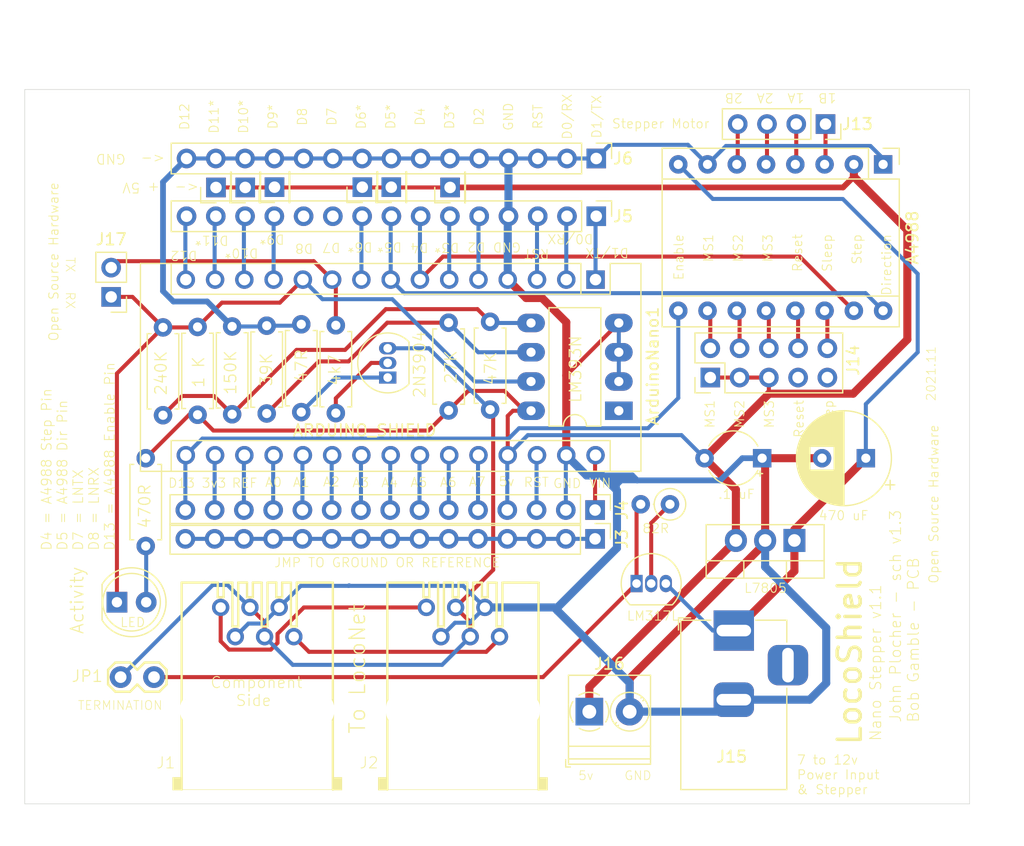
<source format=kicad_pcb>
(kicad_pcb (version 20171130) (host pcbnew "(5.1.9)-1")

  (general
    (thickness 1.6)
    (drawings 89)
    (tracks 279)
    (zones 0)
    (modules 41)
    (nets 56)
  )

  (page A4)
  (layers
    (0 Top signal)
    (31 Bottom signal)
    (32 B.Adhes user)
    (33 F.Adhes user)
    (34 B.Paste user)
    (35 F.Paste user hide)
    (36 B.SilkS user)
    (37 F.SilkS user)
    (38 B.Mask user)
    (39 F.Mask user)
    (40 Dwgs.User user hide)
    (41 Cmts.User user)
    (42 Eco1.User user)
    (43 Eco2.User user)
    (44 Edge.Cuts user)
    (45 Margin user)
    (46 B.CrtYd user hide)
    (47 F.CrtYd user hide)
    (48 B.Fab user hide)
    (49 F.Fab user hide)
  )

  (setup
    (last_trace_width 0.35)
    (user_trace_width 0.35)
    (user_trace_width 0.5)
    (user_trace_width 0.7)
    (trace_clearance 0.2)
    (zone_clearance 0.508)
    (zone_45_only no)
    (trace_min 0.2)
    (via_size 0.8)
    (via_drill 0.4)
    (via_min_size 0.4)
    (via_min_drill 0.3)
    (uvia_size 0.3)
    (uvia_drill 0.1)
    (uvias_allowed no)
    (uvia_min_size 0.2)
    (uvia_min_drill 0.1)
    (edge_width 0.05)
    (segment_width 0.2)
    (pcb_text_width 0.3)
    (pcb_text_size 1.5 1.5)
    (mod_edge_width 0.12)
    (mod_text_size 1 1)
    (mod_text_width 0.15)
    (pad_size 1.524 1.524)
    (pad_drill 0.762)
    (pad_to_mask_clearance 0)
    (aux_axis_origin 0 0)
    (visible_elements 7FFFFFFF)
    (pcbplotparams
      (layerselection 0x010fc_ffffffff)
      (usegerberextensions true)
      (usegerberattributes true)
      (usegerberadvancedattributes false)
      (creategerberjobfile false)
      (excludeedgelayer true)
      (linewidth 0.100000)
      (plotframeref false)
      (viasonmask false)
      (mode 1)
      (useauxorigin false)
      (hpglpennumber 1)
      (hpglpenspeed 20)
      (hpglpendiameter 15.000000)
      (psnegative false)
      (psa4output false)
      (plotreference true)
      (plotvalue false)
      (plotinvisibletext false)
      (padsonsilk false)
      (subtractmaskfromsilk true)
      (outputformat 1)
      (mirror false)
      (drillshape 0)
      (scaleselection 1)
      (outputdirectory "./gerbers"))
  )

  (net 0 "")
  (net 1 GND)
  (net 2 "Net-(Q1-Pad1)")
  (net 3 "Net-(Q1-Pad2)")
  (net 4 LNRX)
  (net 5 LNTX)
  (net 6 /VCC)
  (net 7 "Net-(J1-Pad3)")
  (net 8 "Net-(J1-Pad1)")
  (net 9 "Net-(J1-Pad6)")
  (net 10 "Net-(JP1-Pad2)")
  (net 11 "Net-(R1-Pad2)")
  (net 12 "Net-(R3-Pad1)")
  (net 13 "Net-(R5-Pad2)")
  (net 14 "Net-(U2-Pad1)")
  (net 15 "Net-(D1-Pad2)")
  (net 16 "Net-(J3-Pad1)")
  (net 17 "Net-(J5-Pad11)")
  (net 18 "Net-(J5-Pad10)")
  (net 19 "Net-(A4988-Pad9)")
  (net 20 "Net-(A4988-Pad10)")
  (net 21 "Net-(A4988-Pad3)")
  (net 22 "Net-(A4988-Pad11)")
  (net 23 "Net-(A4988-Pad4)")
  (net 24 "Net-(A4988-Pad12)")
  (net 25 "Net-(A4988-Pad5)")
  (net 26 "Net-(A4988-Pad13)")
  (net 27 "Net-(A4988-Pad6)")
  (net 28 "Net-(A4988-Pad14)")
  (net 29 "Net-(A4988-Pad15)")
  (net 30 "Net-(A4988-Pad8)")
  (net 31 "Net-(A4988-Pad16)")
  (net 32 "Net-(J14-Pad7)")
  (net 33 "Net-(J14-Pad9)")
  (net 34 "Net-(ArduinoNano1-Pad15)")
  (net 35 "Net-(ArduinoNano1-Pad30)")
  (net 36 "Net-(ArduinoNano1-Pad14)")
  (net 37 "Net-(ArduinoNano1-Pad13)")
  (net 38 "Net-(ArduinoNano1-Pad28)")
  (net 39 "Net-(ArduinoNano1-Pad12)")
  (net 40 "Net-(ArduinoNano1-Pad26)")
  (net 41 "Net-(ArduinoNano1-Pad25)")
  (net 42 "Net-(ArduinoNano1-Pad9)")
  (net 43 "Net-(ArduinoNano1-Pad24)")
  (net 44 "Net-(ArduinoNano1-Pad23)")
  (net 45 "Net-(ArduinoNano1-Pad22)")
  (net 46 "Net-(ArduinoNano1-Pad6)")
  (net 47 "Net-(ArduinoNano1-Pad21)")
  (net 48 "Net-(ArduinoNano1-Pad5)")
  (net 49 "Net-(ArduinoNano1-Pad20)")
  (net 50 "Net-(ArduinoNano1-Pad19)")
  (net 51 "Net-(ArduinoNano1-Pad3)")
  (net 52 "Net-(ArduinoNano1-Pad18)")
  (net 53 "Net-(ArduinoNano1-Pad2)")
  (net 54 "Net-(ArduinoNano1-Pad17)")
  (net 55 "Net-(ArduinoNano1-Pad1)")

  (net_class Default "This is the default net class."
    (clearance 0.2)
    (trace_width 0.25)
    (via_dia 0.8)
    (via_drill 0.4)
    (uvia_dia 0.3)
    (uvia_drill 0.1)
    (add_net /VCC)
    (add_net GND)
    (add_net LNRX)
    (add_net LNTX)
    (add_net "Net-(A4988-Pad10)")
    (add_net "Net-(A4988-Pad11)")
    (add_net "Net-(A4988-Pad12)")
    (add_net "Net-(A4988-Pad13)")
    (add_net "Net-(A4988-Pad14)")
    (add_net "Net-(A4988-Pad15)")
    (add_net "Net-(A4988-Pad16)")
    (add_net "Net-(A4988-Pad3)")
    (add_net "Net-(A4988-Pad4)")
    (add_net "Net-(A4988-Pad5)")
    (add_net "Net-(A4988-Pad6)")
    (add_net "Net-(A4988-Pad8)")
    (add_net "Net-(A4988-Pad9)")
    (add_net "Net-(ArduinoNano1-Pad1)")
    (add_net "Net-(ArduinoNano1-Pad12)")
    (add_net "Net-(ArduinoNano1-Pad13)")
    (add_net "Net-(ArduinoNano1-Pad14)")
    (add_net "Net-(ArduinoNano1-Pad15)")
    (add_net "Net-(ArduinoNano1-Pad17)")
    (add_net "Net-(ArduinoNano1-Pad18)")
    (add_net "Net-(ArduinoNano1-Pad19)")
    (add_net "Net-(ArduinoNano1-Pad2)")
    (add_net "Net-(ArduinoNano1-Pad20)")
    (add_net "Net-(ArduinoNano1-Pad21)")
    (add_net "Net-(ArduinoNano1-Pad22)")
    (add_net "Net-(ArduinoNano1-Pad23)")
    (add_net "Net-(ArduinoNano1-Pad24)")
    (add_net "Net-(ArduinoNano1-Pad25)")
    (add_net "Net-(ArduinoNano1-Pad26)")
    (add_net "Net-(ArduinoNano1-Pad28)")
    (add_net "Net-(ArduinoNano1-Pad3)")
    (add_net "Net-(ArduinoNano1-Pad30)")
    (add_net "Net-(ArduinoNano1-Pad5)")
    (add_net "Net-(ArduinoNano1-Pad6)")
    (add_net "Net-(ArduinoNano1-Pad9)")
    (add_net "Net-(D1-Pad2)")
    (add_net "Net-(J1-Pad1)")
    (add_net "Net-(J1-Pad3)")
    (add_net "Net-(J1-Pad6)")
    (add_net "Net-(J14-Pad7)")
    (add_net "Net-(J14-Pad9)")
    (add_net "Net-(J3-Pad1)")
    (add_net "Net-(J5-Pad10)")
    (add_net "Net-(J5-Pad11)")
    (add_net "Net-(JP1-Pad2)")
    (add_net "Net-(Q1-Pad1)")
    (add_net "Net-(Q1-Pad2)")
    (add_net "Net-(R1-Pad2)")
    (add_net "Net-(R3-Pad1)")
    (add_net "Net-(R5-Pad2)")
    (add_net "Net-(U2-Pad1)")
  )

  (module Package_TO_SOT_THT:TO-92_Inline (layer Top) (tedit 5A1DD157) (tstamp 61953363)
    (at 143.5 95 90)
    (descr "TO-92 leads in-line, narrow, oval pads, drill 0.75mm (see NXP sot054_po.pdf)")
    (tags "to-92 sc-43 sc-43a sot54 PA33 transistor")
    (path /61962976)
    (fp_text reference Q1 (at 1.27 -3.56 90) (layer F.Fab)
      (effects (font (size 1 1) (thickness 0.15)))
    )
    (fp_text value 2N3903 (at 1.27 2.79 90) (layer F.Fab)
      (effects (font (size 1 1) (thickness 0.15)))
    )
    (fp_line (start -0.53 1.85) (end 3.07 1.85) (layer F.SilkS) (width 0.12))
    (fp_line (start -0.5 1.75) (end 3 1.75) (layer F.Fab) (width 0.1))
    (fp_line (start -1.46 -2.73) (end 4 -2.73) (layer F.CrtYd) (width 0.05))
    (fp_line (start -1.46 -2.73) (end -1.46 2.01) (layer F.CrtYd) (width 0.05))
    (fp_line (start 4 2.01) (end 4 -2.73) (layer F.CrtYd) (width 0.05))
    (fp_line (start 4 2.01) (end -1.46 2.01) (layer F.CrtYd) (width 0.05))
    (fp_text user %R (at 1.27 0 90) (layer F.Fab)
      (effects (font (size 1 1) (thickness 0.15)))
    )
    (fp_arc (start 1.27 0) (end 1.27 -2.48) (angle 135) (layer F.Fab) (width 0.1))
    (fp_arc (start 1.27 0) (end 1.27 -2.6) (angle -135) (layer F.SilkS) (width 0.12))
    (fp_arc (start 1.27 0) (end 1.27 -2.48) (angle -135) (layer F.Fab) (width 0.1))
    (fp_arc (start 1.27 0) (end 1.27 -2.6) (angle 135) (layer F.SilkS) (width 0.12))
    (pad 2 thru_hole oval (at 1.27 0 90) (size 1.05 1.5) (drill 0.75) (layers *.Cu *.Mask)
      (net 3 "Net-(Q1-Pad2)"))
    (pad 3 thru_hole oval (at 2.54 0 90) (size 1.05 1.5) (drill 0.75) (layers *.Cu *.Mask)
      (net 7 "Net-(J1-Pad3)"))
    (pad 1 thru_hole rect (at 0 0 90) (size 1.05 1.5) (drill 0.75) (layers *.Cu *.Mask)
      (net 2 "Net-(Q1-Pad1)"))
    (model ${KISYS3DMOD}/Package_TO_SOT_THT.3dshapes/TO-92_Inline.wrl
      (at (xyz 0 0 0))
      (scale (xyz 1 1 1))
      (rotate (xyz 0 0 0))
    )
  )

  (module MountingHole:MountingHole_3.2mm_M3 (layer Top) (tedit 56D1B4CB) (tstamp 619135E9)
    (at 191 129 90)
    (descr "Mounting Hole 3.2mm, no annular, M3")
    (tags "mounting hole 3.2mm no annular m3")
    (attr virtual)
    (fp_text reference REF** (at -6.6 -4.9 90) (layer F.Fab)
      (effects (font (size 1 1) (thickness 0.15)))
    )
    (fp_text value MountingHole_3.2mm_M3 (at 0 4.2 90) (layer F.Fab)
      (effects (font (size 1 1) (thickness 0.15)))
    )
    (fp_circle (center 0 0) (end 3.45 0) (layer F.CrtYd) (width 0.05))
    (fp_circle (center 0 0) (end 3.2 0) (layer Cmts.User) (width 0.15))
    (fp_text user %R (at -4.4 6.9 90) (layer F.Fab)
      (effects (font (size 1 1) (thickness 0.15)))
    )
    (pad 1 np_thru_hole circle (at 0 0 90) (size 3.2 3.2) (drill 3.2) (layers *.Cu *.Mask))
  )

  (module Connector_BarrelJack:BarrelJack_Horizontal (layer Top) (tedit 5A1DBF6A) (tstamp 61912930)
    (at 173.54 116.96 90)
    (descr "DC Barrel Jack")
    (tags "Power Jack")
    (path /6194DBB2)
    (fp_text reference J15 (at -10.95 -0.18 180) (layer F.SilkS)
      (effects (font (size 1 1) (thickness 0.15)))
    )
    (fp_text value "12V Power In" (at -9.24 1.06 180) (layer F.Fab)
      (effects (font (size 1 1) (thickness 0.15)))
    )
    (fp_line (start 0 -4.5) (end -13.7 -4.5) (layer F.Fab) (width 0.1))
    (fp_line (start 0.8 4.5) (end 0.8 -3.75) (layer F.Fab) (width 0.1))
    (fp_line (start -13.7 4.5) (end 0.8 4.5) (layer F.Fab) (width 0.1))
    (fp_line (start -13.7 -4.5) (end -13.7 4.5) (layer F.Fab) (width 0.1))
    (fp_line (start -10.2 -4.5) (end -10.2 4.5) (layer F.Fab) (width 0.1))
    (fp_line (start 0.9 -4.6) (end 0.9 -2) (layer F.SilkS) (width 0.12))
    (fp_line (start -13.8 -4.6) (end 0.9 -4.6) (layer F.SilkS) (width 0.12))
    (fp_line (start 0.9 4.6) (end -1 4.6) (layer F.SilkS) (width 0.12))
    (fp_line (start 0.9 1.9) (end 0.9 4.6) (layer F.SilkS) (width 0.12))
    (fp_line (start -13.8 4.6) (end -13.8 -4.6) (layer F.SilkS) (width 0.12))
    (fp_line (start -5 4.6) (end -13.8 4.6) (layer F.SilkS) (width 0.12))
    (fp_line (start -14 4.75) (end -14 -4.75) (layer F.CrtYd) (width 0.05))
    (fp_line (start -5 4.75) (end -14 4.75) (layer F.CrtYd) (width 0.05))
    (fp_line (start -5 6.75) (end -5 4.75) (layer F.CrtYd) (width 0.05))
    (fp_line (start -1 6.75) (end -5 6.75) (layer F.CrtYd) (width 0.05))
    (fp_line (start -1 4.75) (end -1 6.75) (layer F.CrtYd) (width 0.05))
    (fp_line (start 1 4.75) (end -1 4.75) (layer F.CrtYd) (width 0.05))
    (fp_line (start 1 2) (end 1 4.75) (layer F.CrtYd) (width 0.05))
    (fp_line (start 2 2) (end 1 2) (layer F.CrtYd) (width 0.05))
    (fp_line (start 2 -2) (end 2 2) (layer F.CrtYd) (width 0.05))
    (fp_line (start 1 -2) (end 2 -2) (layer F.CrtYd) (width 0.05))
    (fp_line (start 1 -4.5) (end 1 -2) (layer F.CrtYd) (width 0.05))
    (fp_line (start 1 -4.75) (end -14 -4.75) (layer F.CrtYd) (width 0.05))
    (fp_line (start 1 -4.5) (end 1 -4.75) (layer F.CrtYd) (width 0.05))
    (fp_line (start 0.05 -4.8) (end 1.1 -4.8) (layer F.SilkS) (width 0.12))
    (fp_line (start 1.1 -3.75) (end 1.1 -4.8) (layer F.SilkS) (width 0.12))
    (fp_line (start -0.003213 -4.505425) (end 0.8 -3.75) (layer F.Fab) (width 0.1))
    (fp_text user %R (at 0 5.5 90) (layer F.Fab)
      (effects (font (size 1 1) (thickness 0.15)))
    )
    (pad 3 thru_hole roundrect (at -3 4.7 90) (size 3.5 3.5) (drill oval 3 1) (layers *.Cu *.Mask) (roundrect_rratio 0.25))
    (pad 2 thru_hole roundrect (at -6 0 90) (size 3 3.5) (drill oval 1 3) (layers *.Cu *.Mask) (roundrect_rratio 0.25)
      (net 1 GND))
    (pad 1 thru_hole rect (at 0 0 90) (size 3.5 3.5) (drill oval 1 3) (layers *.Cu *.Mask)
      (net 30 "Net-(A4988-Pad8)"))
    (model ${KISYS3DMOD}/Connector_BarrelJack.3dshapes/BarrelJack_Horizontal.wrl
      (at (xyz 0 0 0))
      (scale (xyz 1 1 1))
      (rotate (xyz 0 0 0))
    )
  )

  (module MountingHole:MountingHole_3.2mm_M3 (layer Top) (tedit 56D1B4CB) (tstamp 617CAA1A)
    (at 191 73 90)
    (descr "Mounting Hole 3.2mm, no annular, M3")
    (tags "mounting hole 3.2mm no annular m3")
    (attr virtual)
    (fp_text reference REF** (at 8.2 -3.4 90) (layer F.Fab)
      (effects (font (size 1 1) (thickness 0.15)))
    )
    (fp_text value MountingHole_3.2mm_M3 (at 0 4.2 90) (layer F.Fab)
      (effects (font (size 1 1) (thickness 0.15)))
    )
    (fp_circle (center 0 0) (end 3.2 0) (layer Cmts.User) (width 0.15))
    (fp_circle (center 0 0) (end 3.45 0) (layer F.CrtYd) (width 0.05))
    (fp_text user %R (at 8.5 0.1 90) (layer F.Fab)
      (effects (font (size 1 1) (thickness 0.15)))
    )
    (pad 1 np_thru_hole circle (at 0 0 90) (size 3.2 3.2) (drill 3.2) (layers *.Cu *.Mask))
  )

  (module MountingHole:MountingHole_3.2mm_M3 (layer Top) (tedit 56D1B4CB) (tstamp 617CA9F6)
    (at 115 129 90)
    (descr "Mounting Hole 3.2mm, no annular, M3")
    (tags "mounting hole 3.2mm no annular m3")
    (attr virtual)
    (fp_text reference REF** (at 0 -4.2 90) (layer F.Fab)
      (effects (font (size 1 1) (thickness 0.15)))
    )
    (fp_text value MountingHole_3.2mm_M3 (at 8.9 -7 90) (layer F.Fab)
      (effects (font (size 1 1) (thickness 0.15)))
    )
    (fp_circle (center 0 0) (end 3.2 0) (layer Cmts.User) (width 0.15))
    (fp_circle (center 0 0) (end 3.45 0) (layer F.CrtYd) (width 0.05))
    (fp_text user %R (at -2.49 -4.29 90) (layer F.Fab)
      (effects (font (size 1 1) (thickness 0.15)))
    )
    (pad 1 np_thru_hole circle (at 0 0 90) (size 3.2 3.2) (drill 3.2) (layers *.Cu *.Mask))
  )

  (module MountingHole:MountingHole_3.2mm_M3 (layer Top) (tedit 56D1B4CB) (tstamp 617CA9C9)
    (at 115 73 90)
    (descr "Mounting Hole 3.2mm, no annular, M3")
    (tags "mounting hole 3.2mm no annular m3")
    (attr virtual)
    (fp_text reference REF** (at 7.5 -3.5 90) (layer F.Fab)
      (effects (font (size 1 1) (thickness 0.15)))
    )
    (fp_text value MountingHole_3.2mm_M3 (at 1.1 -6 90) (layer F.Fab)
      (effects (font (size 1 1) (thickness 0.15)))
    )
    (fp_circle (center 0 0) (end 3.2 0) (layer Cmts.User) (width 0.15))
    (fp_circle (center 0 0) (end 3.45 0) (layer F.CrtYd) (width 0.05))
    (fp_text user %R (at -3.3 -4.3 90) (layer F.Fab)
      (effects (font (size 1 1) (thickness 0.15)))
    )
    (pad 1 np_thru_hole circle (at 0 0 90) (size 3.2 3.2) (drill 3.2) (layers *.Cu *.Mask))
  )

  (module Package_TO_SOT_THT:TO-92_Inline (layer Top) (tedit 5A1DD157) (tstamp 617BD208)
    (at 165.1 112.88)
    (descr "TO-92 leads in-line, narrow, oval pads, drill 0.75mm (see NXP sot054_po.pdf)")
    (tags "to-92 sc-43 sc-43a sot54 PA33 transistor")
    (path /617D74D8)
    (fp_text reference U1 (at 1.27 4.5) (layer F.Fab)
      (effects (font (size 1 1) (thickness 0.15)))
    )
    (fp_text value LM317L_TO92 (at -0.1 2.79) (layer Dwgs.User)
      (effects (font (size 0.8 0.8) (thickness 0.15)))
    )
    (fp_line (start 4 2.01) (end -1.46 2.01) (layer F.CrtYd) (width 0.05))
    (fp_line (start 4 2.01) (end 4 -2.73) (layer F.CrtYd) (width 0.05))
    (fp_line (start -1.46 -2.73) (end -1.46 2.01) (layer F.CrtYd) (width 0.05))
    (fp_line (start -1.46 -2.73) (end 4 -2.73) (layer F.CrtYd) (width 0.05))
    (fp_line (start -0.5 1.75) (end 3 1.75) (layer F.Fab) (width 0.1))
    (fp_line (start -0.53 1.85) (end 3.07 1.85) (layer F.SilkS) (width 0.12))
    (fp_text user %R (at 1.27 0) (layer F.Fab)
      (effects (font (size 1 1) (thickness 0.15)))
    )
    (fp_arc (start 1.27 0) (end 1.27 -2.48) (angle 135) (layer F.Fab) (width 0.1))
    (fp_arc (start 1.27 0) (end 1.27 -2.6) (angle -135) (layer F.SilkS) (width 0.12))
    (fp_arc (start 1.27 0) (end 1.27 -2.48) (angle -135) (layer F.Fab) (width 0.1))
    (fp_arc (start 1.27 0) (end 1.27 -2.6) (angle 135) (layer F.SilkS) (width 0.12))
    (pad 2 thru_hole oval (at 1.27 0) (size 1.05 1.5) (drill 0.75) (layers *.Cu *.Mask)
      (net 12 "Net-(R3-Pad1)"))
    (pad 3 thru_hole oval (at 2.54 0) (size 1.05 1.5) (drill 0.75) (layers *.Cu *.Mask)
      (net 30 "Net-(A4988-Pad8)"))
    (pad 1 thru_hole rect (at 0 0) (size 1.05 1.5) (drill 0.75) (layers *.Cu *.Mask)
      (net 10 "Net-(JP1-Pad2)"))
    (model ${KISYS3DMOD}/Package_TO_SOT_THT.3dshapes/TO-92_Inline.wrl
      (at (xyz 0 0 0))
      (scale (xyz 1 1 1))
      (rotate (xyz 0 0 0))
    )
  )

  (module LocoShield:RJ25-PANEL (layer Top) (tedit 0) (tstamp 617AFC7D)
    (at 150.031 123.8436)
    (descr "Modular Jackwith Panel Stops")
    (path /D4DF694B)
    (fp_text reference J2 (at -9.031 5.1564) (layer F.SilkS)
      (effects (font (size 0.9652 0.9652) (thickness 0.077216)) (justify left bottom))
    )
    (fp_text value RJ12/6 (at -2.051 6.0564) (layer F.Fab)
      (effects (font (size 0.9652 0.9652) (thickness 0.077216)) (justify left bottom))
    )
    (fp_line (start 6.562 -11.044) (end 6.562 6.9215) (layer F.SilkS) (width 0.2032))
    (fp_line (start 6.562 6.9215) (end 6.562 9.538) (layer F.Fab) (width 0.2032))
    (fp_line (start -6.562 9.538) (end -6.562 6.9215) (layer F.Fab) (width 0.2032))
    (fp_line (start -6.562 6.9215) (end -6.562 -11.044) (layer F.SilkS) (width 0.2032))
    (fp_line (start -6.562 -11.044) (end -3.429 -11.049) (layer F.SilkS) (width 0.2032))
    (fp_line (start -2.921 -11.044) (end -2.159 -11.044) (layer F.SilkS) (width 0.2032))
    (fp_line (start -1.651 -11.049) (end -0.889 -11.049) (layer F.SilkS) (width 0.2032))
    (fp_line (start -0.381 -11.049) (end 0.381 -11.049) (layer F.SilkS) (width 0.2032))
    (fp_line (start 0.889 -11.049) (end 1.651 -11.049) (layer F.SilkS) (width 0.2032))
    (fp_line (start 2.159 -11.044) (end 2.921 -11.0439) (layer F.SilkS) (width 0.2032))
    (fp_line (start 3.429 -11.049) (end 6.562 -11.044) (layer F.SilkS) (width 0.2032))
    (fp_line (start -2.159 -7.239) (end -1.651 -7.239) (layer F.SilkS) (width 0.2032))
    (fp_line (start -0.889 -9.779) (end -0.381 -9.779) (layer F.SilkS) (width 0.2032))
    (fp_line (start 0.381 -7.239) (end 0.889 -7.239) (layer F.SilkS) (width 0.2032))
    (fp_line (start -2.159 -11.049) (end -2.159 -11.044) (layer F.SilkS) (width 0.2032))
    (fp_line (start -2.159 -11.044) (end -2.159 -7.239) (layer F.SilkS) (width 0.2032))
    (fp_line (start -0.889 -11.049) (end -0.889 -9.779) (layer F.SilkS) (width 0.2032))
    (fp_line (start -1.651 -11.049) (end -1.651 -7.239) (layer F.SilkS) (width 0.2032))
    (fp_line (start 0.381 -11.049) (end 0.381 -7.239) (layer F.SilkS) (width 0.2032))
    (fp_line (start -0.381 -11.049) (end -0.381 -9.779) (layer F.SilkS) (width 0.2032))
    (fp_line (start 1.651 -11.049) (end 1.651 -9.779) (layer F.SilkS) (width 0.2032))
    (fp_line (start 0.889 -11.049) (end 0.889 -7.239) (layer F.SilkS) (width 0.2032))
    (fp_line (start 1.651 -9.779) (end 2.159 -9.779) (layer F.SilkS) (width 0.2032))
    (fp_line (start 6.562 6.9215) (end -6.562 6.9215) (layer F.SilkS) (width 0.0508))
    (fp_line (start 2.159 -11.049) (end 2.159 -11.044) (layer F.SilkS) (width 0.2032))
    (fp_line (start 2.159 -11.044) (end 2.159 -9.779) (layer F.SilkS) (width 0.2032))
    (fp_line (start 6.477 9.652) (end -6.477 9.652) (layer F.Fab) (width 0.2032))
    (fp_line (start -3.429 -9.779) (end -2.921 -9.779) (layer F.SilkS) (width 0.2032))
    (fp_line (start -3.429 -11.049) (end -3.429 -9.779) (layer F.SilkS) (width 0.2032))
    (fp_line (start -2.921 -11.049) (end -2.921 -11.044) (layer F.SilkS) (width 0.2032))
    (fp_line (start -2.921 -11.044) (end -2.921 -9.779) (layer F.SilkS) (width 0.2032))
    (fp_line (start 2.921 -7.239) (end 3.429 -7.239) (layer F.SilkS) (width 0.2032))
    (fp_line (start 2.921 -11.0491) (end 2.921 -7.239) (layer F.SilkS) (width 0.2032))
    (fp_line (start 3.429 -11.049) (end 3.429 -7.239) (layer F.SilkS) (width 0.2032))
    (fp_poly (pts (xy 6.604 6.985) (xy 7.366 6.985) (xy 7.366 5.842) (xy 6.604 5.842)) (layer F.SilkS) (width 0))
    (fp_poly (pts (xy -7.366 6.985) (xy -6.604 6.985) (xy -6.604 5.842) (xy -7.366 5.842)) (layer F.SilkS) (width 0))
    (pad "" np_thru_hole circle (at 5.08 0) (size 3.2512 3.2512) (drill 3.2512) (layers *.Cu *.Mask))
    (pad "" np_thru_hole circle (at -5.08 0) (size 3.2512 3.2512) (drill 3.2512) (layers *.Cu *.Mask))
    (pad 6 thru_hole circle (at 3.175 -6.35) (size 1.4986 1.4986) (drill 0.889) (layers *.Cu *.Mask)
      (net 9 "Net-(J1-Pad6)") (solder_mask_margin 0.1016))
    (pad 1 thru_hole circle (at -3.175 -8.89) (size 1.4986 1.4986) (drill 0.889) (layers *.Cu *.Mask)
      (net 8 "Net-(J1-Pad1)") (solder_mask_margin 0.1016))
    (pad 5 thru_hole circle (at 1.905 -8.89) (size 1.4986 1.4986) (drill 0.889) (layers *.Cu *.Mask)
      (net 1 GND) (solder_mask_margin 0.1016))
    (pad 2 thru_hole circle (at -1.905 -6.35) (size 1.4986 1.4986) (drill 0.889) (layers *.Cu *.Mask)
      (net 1 GND) (solder_mask_margin 0.1016))
    (pad 3 thru_hole circle (at -0.635 -8.89) (size 1.4986 1.4986) (drill 0.889) (layers *.Cu *.Mask)
      (net 7 "Net-(J1-Pad3)") (solder_mask_margin 0.1016))
    (pad 4 thru_hole circle (at 0.635 -6.35) (size 1.4986 1.4986) (drill 0.889) (layers *.Cu *.Mask)
      (net 7 "Net-(J1-Pad3)") (solder_mask_margin 0.1016))
  )

  (module Resistor_THT:R_Axial_DIN0207_L6.3mm_D2.5mm_P2.54mm_Vertical (layer Top) (tedit 5AE5139B) (tstamp 617B6F61)
    (at 168 106 180)
    (descr "Resistor, Axial_DIN0207 series, Axial, Vertical, pin pitch=2.54mm, 0.25W = 1/4W, length*diameter=6.3*2.5mm^2, http://cdn-reichelt.de/documents/datenblatt/B400/1_4W%23YAG.pdf")
    (tags "Resistor Axial_DIN0207 series Axial Vertical pin pitch 2.54mm 0.25W = 1/4W length 6.3mm diameter 2.5mm")
    (path /46D54860)
    (fp_text reference R3 (at 4.308 -0.1318 270) (layer F.Fab)
      (effects (font (size 1 1) (thickness 0.15)))
    )
    (fp_text value 82R (at -2.2452 -0.1572 270) (layer Dwgs.User)
      (effects (font (size 1 1) (thickness 0.15)))
    )
    (fp_circle (center 0 0) (end 1.25 0) (layer F.Fab) (width 0.1))
    (fp_circle (center 0 0) (end 1.37 0) (layer F.SilkS) (width 0.12))
    (fp_line (start 0 0) (end 2.54 0) (layer F.Fab) (width 0.1))
    (fp_line (start 1.37 0) (end 1.44 0) (layer F.SilkS) (width 0.12))
    (fp_line (start -1.5 -1.5) (end -1.5 1.5) (layer F.CrtYd) (width 0.05))
    (fp_line (start -1.5 1.5) (end 3.59 1.5) (layer F.CrtYd) (width 0.05))
    (fp_line (start 3.59 1.5) (end 3.59 -1.5) (layer F.CrtYd) (width 0.05))
    (fp_line (start 3.59 -1.5) (end -1.5 -1.5) (layer F.CrtYd) (width 0.05))
    (pad 2 thru_hole oval (at 2.54 0 180) (size 1.6 1.6) (drill 0.8) (layers *.Cu *.Mask)
      (net 10 "Net-(JP1-Pad2)"))
    (pad 1 thru_hole circle (at 0 0 180) (size 1.6 1.6) (drill 0.8) (layers *.Cu *.Mask)
      (net 12 "Net-(R3-Pad1)"))
    (model ${KISYS3DMOD}/Resistor_THT.3dshapes/R_Axial_DIN0207_L6.3mm_D2.5mm_P2.54mm_Vertical.wrl
      (at (xyz 0 0 0))
      (scale (xyz 1 1 1))
      (rotate (xyz 0 0 0))
    )
  )

  (module Module:Arduino_Nano (layer Top) (tedit 58ACAF70) (tstamp 617BD1C1)
    (at 161.54 86.5 270)
    (descr "Arduino Nano, http://www.mouser.com/pdfdocs/Gravitech_Arduino_Nano3_0.pdf")
    (tags "Arduino Nano")
    (path /776B73EA)
    (fp_text reference ArduinoNano1 (at 7.5 -4.96 90 unlocked) (layer F.SilkS)
      (effects (font (size 1 1) (thickness 0.15)))
    )
    (fp_text value ARDUINO_SHIELD (at 13.085 20.0408) (layer F.SilkS)
      (effects (font (size 1 1) (thickness 0.15)))
    )
    (fp_line (start 1.27 1.27) (end 1.27 -1.27) (layer F.SilkS) (width 0.12))
    (fp_line (start 1.27 -1.27) (end -1.4 -1.27) (layer F.SilkS) (width 0.12))
    (fp_line (start -1.4 1.27) (end -1.4 39.5) (layer F.SilkS) (width 0.12))
    (fp_line (start -1.4 -3.94) (end -1.4 -1.27) (layer F.SilkS) (width 0.12))
    (fp_line (start 13.97 -1.27) (end 16.64 -1.27) (layer F.SilkS) (width 0.12))
    (fp_line (start 13.97 -1.27) (end 13.97 36.83) (layer F.SilkS) (width 0.12))
    (fp_line (start 13.97 36.83) (end 16.64 36.83) (layer F.SilkS) (width 0.12))
    (fp_line (start 1.27 1.27) (end -1.4 1.27) (layer F.SilkS) (width 0.12))
    (fp_line (start 1.27 1.27) (end 1.27 36.83) (layer F.SilkS) (width 0.12))
    (fp_line (start 1.27 36.83) (end -1.4 36.83) (layer F.SilkS) (width 0.12))
    (fp_line (start 3.81 31.75) (end 11.43 31.75) (layer F.Fab) (width 0.1))
    (fp_line (start 11.43 31.75) (end 11.43 41.91) (layer F.Fab) (width 0.1))
    (fp_line (start 11.43 41.91) (end 3.81 41.91) (layer F.Fab) (width 0.1))
    (fp_line (start 3.81 41.91) (end 3.81 31.75) (layer F.Fab) (width 0.1))
    (fp_line (start -1.4 39.5) (end 16.64 39.5) (layer F.SilkS) (width 0.12))
    (fp_line (start 16.64 39.5) (end 16.64 -3.94) (layer F.SilkS) (width 0.12))
    (fp_line (start 16.64 -3.94) (end -1.4 -3.94) (layer F.SilkS) (width 0.12))
    (fp_line (start 16.51 39.37) (end -1.27 39.37) (layer F.Fab) (width 0.1))
    (fp_line (start -1.27 39.37) (end -1.27 -2.54) (layer F.Fab) (width 0.1))
    (fp_line (start -1.27 -2.54) (end 0 -3.81) (layer F.Fab) (width 0.1))
    (fp_line (start 0 -3.81) (end 16.51 -3.81) (layer F.Fab) (width 0.1))
    (fp_line (start 16.51 -3.81) (end 16.51 39.37) (layer F.Fab) (width 0.1))
    (fp_line (start -1.53 -4.06) (end 16.75 -4.06) (layer F.CrtYd) (width 0.05))
    (fp_line (start -1.53 -4.06) (end -1.53 42.16) (layer F.CrtYd) (width 0.05))
    (fp_line (start 16.75 42.16) (end 16.75 -4.06) (layer F.CrtYd) (width 0.05))
    (fp_line (start 16.75 42.16) (end -1.53 42.16) (layer F.CrtYd) (width 0.05))
    (fp_text user %R (at 14.4 48.24 90 unlocked) (layer F.Fab)
      (effects (font (size 1 1) (thickness 0.15)))
    )
    (pad 16 thru_hole oval (at 15.24 35.56 270) (size 1.6 1.6) (drill 1) (layers *.Cu *.Mask)
      (net 19 "Net-(A4988-Pad9)"))
    (pad 15 thru_hole oval (at 0 35.56 270) (size 1.6 1.6) (drill 1) (layers *.Cu *.Mask)
      (net 34 "Net-(ArduinoNano1-Pad15)"))
    (pad 30 thru_hole oval (at 15.24 0 270) (size 1.6 1.6) (drill 1) (layers *.Cu *.Mask)
      (net 35 "Net-(ArduinoNano1-Pad30)"))
    (pad 14 thru_hole oval (at 0 33.02 270) (size 1.6 1.6) (drill 1) (layers *.Cu *.Mask)
      (net 36 "Net-(ArduinoNano1-Pad14)"))
    (pad 29 thru_hole oval (at 15.24 2.54 270) (size 1.6 1.6) (drill 1) (layers *.Cu *.Mask)
      (net 1 GND))
    (pad 13 thru_hole oval (at 0 30.48 270) (size 1.6 1.6) (drill 1) (layers *.Cu *.Mask)
      (net 37 "Net-(ArduinoNano1-Pad13)"))
    (pad 28 thru_hole oval (at 15.24 5.08 270) (size 1.6 1.6) (drill 1) (layers *.Cu *.Mask)
      (net 38 "Net-(ArduinoNano1-Pad28)"))
    (pad 12 thru_hole oval (at 0 27.94 270) (size 1.6 1.6) (drill 1) (layers *.Cu *.Mask)
      (net 39 "Net-(ArduinoNano1-Pad12)"))
    (pad 27 thru_hole oval (at 15.24 7.62 270) (size 1.6 1.6) (drill 1) (layers *.Cu *.Mask)
      (net 6 /VCC))
    (pad 11 thru_hole oval (at 0 25.4 270) (size 1.6 1.6) (drill 1) (layers *.Cu *.Mask)
      (net 4 LNRX))
    (pad 26 thru_hole oval (at 15.24 10.16 270) (size 1.6 1.6) (drill 1) (layers *.Cu *.Mask)
      (net 40 "Net-(ArduinoNano1-Pad26)"))
    (pad 10 thru_hole oval (at 0 22.86 270) (size 1.6 1.6) (drill 1) (layers *.Cu *.Mask)
      (net 5 LNTX))
    (pad 25 thru_hole oval (at 15.24 12.7 270) (size 1.6 1.6) (drill 1) (layers *.Cu *.Mask)
      (net 41 "Net-(ArduinoNano1-Pad25)"))
    (pad 9 thru_hole oval (at 0 20.32 270) (size 1.6 1.6) (drill 1) (layers *.Cu *.Mask)
      (net 42 "Net-(ArduinoNano1-Pad9)"))
    (pad 24 thru_hole oval (at 15.24 15.24 270) (size 1.6 1.6) (drill 1) (layers *.Cu *.Mask)
      (net 43 "Net-(ArduinoNano1-Pad24)"))
    (pad 8 thru_hole oval (at 0 17.78 270) (size 1.6 1.6) (drill 1) (layers *.Cu *.Mask)
      (net 31 "Net-(A4988-Pad16)"))
    (pad 23 thru_hole oval (at 15.24 17.78 270) (size 1.6 1.6) (drill 1) (layers *.Cu *.Mask)
      (net 44 "Net-(ArduinoNano1-Pad23)"))
    (pad 7 thru_hole oval (at 0 15.24 270) (size 1.6 1.6) (drill 1) (layers *.Cu *.Mask)
      (net 29 "Net-(A4988-Pad15)"))
    (pad 22 thru_hole oval (at 15.24 20.32 270) (size 1.6 1.6) (drill 1) (layers *.Cu *.Mask)
      (net 45 "Net-(ArduinoNano1-Pad22)"))
    (pad 6 thru_hole oval (at 0 12.7 270) (size 1.6 1.6) (drill 1) (layers *.Cu *.Mask)
      (net 46 "Net-(ArduinoNano1-Pad6)"))
    (pad 21 thru_hole oval (at 15.24 22.86 270) (size 1.6 1.6) (drill 1) (layers *.Cu *.Mask)
      (net 47 "Net-(ArduinoNano1-Pad21)"))
    (pad 5 thru_hole oval (at 0 10.16 270) (size 1.6 1.6) (drill 1) (layers *.Cu *.Mask)
      (net 48 "Net-(ArduinoNano1-Pad5)"))
    (pad 20 thru_hole oval (at 15.24 25.4 270) (size 1.6 1.6) (drill 1) (layers *.Cu *.Mask)
      (net 49 "Net-(ArduinoNano1-Pad20)"))
    (pad 4 thru_hole oval (at 0 7.62 270) (size 1.6 1.6) (drill 1) (layers *.Cu *.Mask)
      (net 1 GND))
    (pad 19 thru_hole oval (at 15.24 27.94 270) (size 1.6 1.6) (drill 1) (layers *.Cu *.Mask)
      (net 50 "Net-(ArduinoNano1-Pad19)"))
    (pad 3 thru_hole oval (at 0 5.08 270) (size 1.6 1.6) (drill 1) (layers *.Cu *.Mask)
      (net 51 "Net-(ArduinoNano1-Pad3)"))
    (pad 18 thru_hole oval (at 15.24 30.48 270) (size 1.6 1.6) (drill 1) (layers *.Cu *.Mask)
      (net 52 "Net-(ArduinoNano1-Pad18)"))
    (pad 2 thru_hole oval (at 0 2.54 270) (size 1.6 1.6) (drill 1) (layers *.Cu *.Mask)
      (net 53 "Net-(ArduinoNano1-Pad2)"))
    (pad 17 thru_hole oval (at 15.24 33.02 270) (size 1.6 1.6) (drill 1) (layers *.Cu *.Mask)
      (net 54 "Net-(ArduinoNano1-Pad17)"))
    (pad 1 thru_hole rect (at 0 0 270) (size 1.6 1.6) (drill 1) (layers *.Cu *.Mask)
      (net 55 "Net-(ArduinoNano1-Pad1)"))
    (model ${KISYS3DMOD}/Module.3dshapes/Arduino_Nano_WithMountingHoles.wrl
      (at (xyz 0 0 0))
      (scale (xyz 1 1 1))
      (rotate (xyz 0 0 0))
    )
  )

  (module LocoShield:RJ25-PANEL (layer Top) (tedit 0) (tstamp 617BD1F1)
    (at 132.18 123.84)
    (descr "Modular Jackwith Panel Stops")
    (path /A15DF7D4)
    (fp_text reference J1 (at -8.81 5.16) (layer F.SilkS)
      (effects (font (size 0.9652 0.9652) (thickness 0.077216)) (justify left bottom))
    )
    (fp_text value RJ12/6 (at -2.2086 5.8242) (layer F.Fab)
      (effects (font (size 0.9652 0.9652) (thickness 0.077216)) (justify left bottom))
    )
    (fp_line (start 6.562 -11.044) (end 6.562 6.9215) (layer F.SilkS) (width 0.2032))
    (fp_line (start 6.562 6.9215) (end 6.562 9.538) (layer F.Fab) (width 0.2032))
    (fp_line (start -6.562 9.538) (end -6.562 6.9215) (layer F.Fab) (width 0.2032))
    (fp_line (start -6.562 6.9215) (end -6.562 -11.044) (layer F.SilkS) (width 0.2032))
    (fp_line (start -6.562 -11.044) (end -3.429 -11.049) (layer F.SilkS) (width 0.2032))
    (fp_line (start -2.921 -11.044) (end -2.159 -11.044) (layer F.SilkS) (width 0.2032))
    (fp_line (start -1.651 -11.049) (end -0.889 -11.049) (layer F.SilkS) (width 0.2032))
    (fp_line (start -0.381 -11.049) (end 0.381 -11.049) (layer F.SilkS) (width 0.2032))
    (fp_line (start 0.889 -11.049) (end 1.651 -11.049) (layer F.SilkS) (width 0.2032))
    (fp_line (start 2.159 -11.044) (end 2.921 -11.0439) (layer F.SilkS) (width 0.2032))
    (fp_line (start 3.429 -11.049) (end 6.562 -11.044) (layer F.SilkS) (width 0.2032))
    (fp_line (start -2.159 -7.239) (end -1.651 -7.239) (layer F.SilkS) (width 0.2032))
    (fp_line (start -0.889 -9.779) (end -0.381 -9.779) (layer F.SilkS) (width 0.2032))
    (fp_line (start 0.381 -7.239) (end 0.889 -7.239) (layer F.SilkS) (width 0.2032))
    (fp_line (start -2.159 -11.049) (end -2.159 -11.044) (layer F.SilkS) (width 0.2032))
    (fp_line (start -2.159 -11.044) (end -2.159 -7.239) (layer F.SilkS) (width 0.2032))
    (fp_line (start -0.889 -11.049) (end -0.889 -9.779) (layer F.SilkS) (width 0.2032))
    (fp_line (start -1.651 -11.049) (end -1.651 -7.239) (layer F.SilkS) (width 0.2032))
    (fp_line (start 0.381 -11.049) (end 0.381 -7.239) (layer F.SilkS) (width 0.2032))
    (fp_line (start -0.381 -11.049) (end -0.381 -9.779) (layer F.SilkS) (width 0.2032))
    (fp_line (start 1.651 -11.049) (end 1.651 -9.779) (layer F.SilkS) (width 0.2032))
    (fp_line (start 0.889 -11.049) (end 0.889 -7.239) (layer F.SilkS) (width 0.2032))
    (fp_line (start 1.651 -9.779) (end 2.159 -9.779) (layer F.SilkS) (width 0.2032))
    (fp_line (start 6.562 6.9215) (end -6.562 6.9215) (layer F.SilkS) (width 0.0508))
    (fp_line (start 2.159 -11.049) (end 2.159 -11.044) (layer F.SilkS) (width 0.2032))
    (fp_line (start 2.159 -11.044) (end 2.159 -9.779) (layer F.SilkS) (width 0.2032))
    (fp_line (start 6.477 9.652) (end -6.477 9.652) (layer F.Fab) (width 0.2032))
    (fp_line (start -3.429 -9.779) (end -2.921 -9.779) (layer F.SilkS) (width 0.2032))
    (fp_line (start -3.429 -11.049) (end -3.429 -9.779) (layer F.SilkS) (width 0.2032))
    (fp_line (start -2.921 -11.049) (end -2.921 -11.044) (layer F.SilkS) (width 0.2032))
    (fp_line (start -2.921 -11.044) (end -2.921 -9.779) (layer F.SilkS) (width 0.2032))
    (fp_line (start 2.921 -7.239) (end 3.429 -7.239) (layer F.SilkS) (width 0.2032))
    (fp_line (start 2.921 -11.0491) (end 2.921 -7.239) (layer F.SilkS) (width 0.2032))
    (fp_line (start 3.429 -11.049) (end 3.429 -7.239) (layer F.SilkS) (width 0.2032))
    (fp_poly (pts (xy 6.604 6.985) (xy 7.366 6.985) (xy 7.366 5.842) (xy 6.604 5.842)) (layer F.SilkS) (width 0))
    (fp_poly (pts (xy -7.366 6.985) (xy -6.604 6.985) (xy -6.604 5.842) (xy -7.366 5.842)) (layer F.SilkS) (width 0))
    (pad "" np_thru_hole circle (at 5.08 0) (size 3.2512 3.2512) (drill 3.2512) (layers *.Cu *.Mask))
    (pad "" np_thru_hole circle (at -5.08 0) (size 3.2512 3.2512) (drill 3.2512) (layers *.Cu *.Mask))
    (pad 6 thru_hole circle (at 3.175 -6.35) (size 1.4986 1.4986) (drill 0.889) (layers *.Cu *.Mask)
      (net 9 "Net-(J1-Pad6)") (solder_mask_margin 0.1016))
    (pad 1 thru_hole circle (at -3.175 -8.89) (size 1.4986 1.4986) (drill 0.889) (layers *.Cu *.Mask)
      (net 8 "Net-(J1-Pad1)") (solder_mask_margin 0.1016))
    (pad 5 thru_hole circle (at 1.905 -8.89) (size 1.4986 1.4986) (drill 0.889) (layers *.Cu *.Mask)
      (net 1 GND) (solder_mask_margin 0.1016))
    (pad 2 thru_hole circle (at -1.905 -6.35) (size 1.4986 1.4986) (drill 0.889) (layers *.Cu *.Mask)
      (net 1 GND) (solder_mask_margin 0.1016))
    (pad 3 thru_hole circle (at -0.635 -8.89) (size 1.4986 1.4986) (drill 0.889) (layers *.Cu *.Mask)
      (net 7 "Net-(J1-Pad3)") (solder_mask_margin 0.1016))
    (pad 4 thru_hole circle (at 0.635 -6.35) (size 1.4986 1.4986) (drill 0.889) (layers *.Cu *.Mask)
      (net 7 "Net-(J1-Pad3)") (solder_mask_margin 0.1016))
  )

  (module LocoShield:1X02_LOCK (layer Top) (tedit 0) (tstamp 617BD207)
    (at 120.5 121)
    (path /39E275F6)
    (fp_text reference JP1 (at -4.5 0.5 180) (layer F.SilkS)
      (effects (font (size 1 1) (thickness 0.1)) (justify left bottom))
    )
    (fp_text value 0.100 (at -2.4176 -1.7356 270) (layer F.Fab)
      (effects (font (size 0.77216 0.77216) (thickness 0.061772)) (justify right bottom))
    )
    (fp_poly (pts (xy 2.2479 0.2921) (xy 2.8321 0.2921) (xy 2.8321 -0.2921) (xy 2.2479 -0.2921)) (layer F.Fab) (width 0))
    (fp_poly (pts (xy -0.2921 0.2921) (xy 0.2921 0.2921) (xy 0.2921 -0.2921) (xy -0.2921 -0.2921)) (layer F.Fab) (width 0))
    (fp_line (start 3.81 -0.635) (end 3.81 0.635) (layer F.SilkS) (width 0.2032))
    (fp_line (start 0.635 1.27) (end -0.635 1.27) (layer F.SilkS) (width 0.2032))
    (fp_line (start -1.27 0.635) (end -0.635 1.27) (layer F.SilkS) (width 0.2032))
    (fp_line (start -0.635 -1.27) (end -1.27 -0.635) (layer F.SilkS) (width 0.2032))
    (fp_line (start -1.27 -0.635) (end -1.27 0.635) (layer F.SilkS) (width 0.2032))
    (fp_line (start 1.905 1.27) (end 1.27 0.635) (layer F.SilkS) (width 0.2032))
    (fp_line (start 3.175 1.27) (end 1.905 1.27) (layer F.SilkS) (width 0.2032))
    (fp_line (start 3.81 0.635) (end 3.175 1.27) (layer F.SilkS) (width 0.2032))
    (fp_line (start 3.175 -1.27) (end 3.81 -0.635) (layer F.SilkS) (width 0.2032))
    (fp_line (start 1.905 -1.27) (end 3.175 -1.27) (layer F.SilkS) (width 0.2032))
    (fp_line (start 1.27 -0.635) (end 1.905 -1.27) (layer F.SilkS) (width 0.2032))
    (fp_line (start 1.27 0.635) (end 0.635 1.27) (layer F.SilkS) (width 0.2032))
    (fp_line (start 0.635 -1.27) (end 1.27 -0.635) (layer F.SilkS) (width 0.2032))
    (fp_line (start -0.635 -1.27) (end 0.635 -1.27) (layer F.SilkS) (width 0.2032))
    (pad 1 thru_hole circle (at -0.1778 0 90) (size 1.8796 1.8796) (drill 1.016) (layers *.Cu *.Mask)
      (net 7 "Net-(J1-Pad3)") (solder_mask_margin 0.1016))
    (pad 2 thru_hole circle (at 2.7178 0 90) (size 1.8796 1.8796) (drill 1.016) (layers *.Cu *.Mask)
      (net 10 "Net-(JP1-Pad2)") (solder_mask_margin 0.1016))
  )

  (module Package_DIP:DIP-8_W7.62mm_LongPads (layer Top) (tedit 5A02E8C5) (tstamp 617BD219)
    (at 163.56 97.8832 180)
    (descr "8-lead though-hole mounted DIP package, row spacing 7.62 mm (300 mils), LongPads")
    (tags "THT DIP DIL PDIP 2.54mm 7.62mm 300mil LongPads")
    (path /94FABF2C)
    (fp_text reference U2 (at 5.1308 3.5814 270) (layer F.Fab)
      (effects (font (size 1 1) (thickness 0.15)))
    )
    (fp_text value LM393M (at 3.683 3.6322 270) (layer Dwgs.User)
      (effects (font (size 1 1) (thickness 0.15)))
    )
    (fp_line (start 9.1 -1.55) (end -1.45 -1.55) (layer F.CrtYd) (width 0.05))
    (fp_line (start 9.1 9.15) (end 9.1 -1.55) (layer F.CrtYd) (width 0.05))
    (fp_line (start -1.45 9.15) (end 9.1 9.15) (layer F.CrtYd) (width 0.05))
    (fp_line (start -1.45 -1.55) (end -1.45 9.15) (layer F.CrtYd) (width 0.05))
    (fp_line (start 6.06 -1.33) (end 4.81 -1.33) (layer F.SilkS) (width 0.12))
    (fp_line (start 6.06 8.95) (end 6.06 -1.33) (layer F.SilkS) (width 0.12))
    (fp_line (start 1.56 8.95) (end 6.06 8.95) (layer F.SilkS) (width 0.12))
    (fp_line (start 1.56 -1.33) (end 1.56 8.95) (layer F.SilkS) (width 0.12))
    (fp_line (start 2.81 -1.33) (end 1.56 -1.33) (layer F.SilkS) (width 0.12))
    (fp_line (start 0.635 -0.27) (end 1.635 -1.27) (layer F.Fab) (width 0.1))
    (fp_line (start 0.635 8.89) (end 0.635 -0.27) (layer F.Fab) (width 0.1))
    (fp_line (start 6.985 8.89) (end 0.635 8.89) (layer F.Fab) (width 0.1))
    (fp_line (start 6.985 -1.27) (end 6.985 8.89) (layer F.Fab) (width 0.1))
    (fp_line (start 1.635 -1.27) (end 6.985 -1.27) (layer F.Fab) (width 0.1))
    (fp_arc (start 3.81 -1.33) (end 2.81 -1.33) (angle -180) (layer F.SilkS) (width 0.12))
    (pad 1 thru_hole rect (at 0 0 180) (size 2.4 1.6) (drill 0.8) (layers *.Cu *.Mask)
      (net 14 "Net-(U2-Pad1)"))
    (pad 5 thru_hole oval (at 7.62 7.62 180) (size 2.4 1.6) (drill 0.8) (layers *.Cu *.Mask)
      (net 11 "Net-(R1-Pad2)"))
    (pad 2 thru_hole oval (at 0 2.54 180) (size 2.4 1.6) (drill 0.8) (layers *.Cu *.Mask)
      (net 1 GND))
    (pad 6 thru_hole oval (at 7.62 5.08 180) (size 2.4 1.6) (drill 0.8) (layers *.Cu *.Mask)
      (net 13 "Net-(R5-Pad2)"))
    (pad 3 thru_hole oval (at 0 5.08 180) (size 2.4 1.6) (drill 0.8) (layers *.Cu *.Mask)
      (net 1 GND))
    (pad 7 thru_hole oval (at 7.62 2.54 180) (size 2.4 1.6) (drill 0.8) (layers *.Cu *.Mask)
      (net 4 LNRX))
    (pad 4 thru_hole oval (at 0 7.62 180) (size 2.4 1.6) (drill 0.8) (layers *.Cu *.Mask)
      (net 1 GND))
    (pad 8 thru_hole oval (at 7.62 0 180) (size 2.4 1.6) (drill 0.8) (layers *.Cu *.Mask)
      (net 6 /VCC))
    (model ${KISYS3DMOD}/Package_DIP.3dshapes/DIP-8_W7.62mm.wrl
      (at (xyz 0 0 0))
      (scale (xyz 1 1 1))
      (rotate (xyz 0 0 0))
    )
  )

  (module LED_THT:LED_D5.0mm (layer Top) (tedit 5995936A) (tstamp 617C2238)
    (at 120 114.5)
    (descr "LED, diameter 5.0mm, 2 pins, http://cdn-reichelt.de/documents/datenblatt/A500/LL-504BC2E-009.pdf")
    (tags "LED diameter 5.0mm 2 pins")
    (path /617D902D)
    (fp_text reference D1 (at 6.0836 -1.2364) (layer F.Fab)
      (effects (font (size 1 1) (thickness 0.15)))
    )
    (fp_text value LED (at 1.2954 1.7018) (layer Dwgs.User)
      (effects (font (size 1 1) (thickness 0.15)))
    )
    (fp_circle (center 1.27 0) (end 3.77 0) (layer F.Fab) (width 0.1))
    (fp_circle (center 1.27 0) (end 3.77 0) (layer F.SilkS) (width 0.12))
    (fp_line (start -1.23 -1.469694) (end -1.23 1.469694) (layer F.Fab) (width 0.1))
    (fp_line (start -1.29 -1.545) (end -1.29 1.545) (layer F.SilkS) (width 0.12))
    (fp_line (start -1.95 -3.25) (end -1.95 3.25) (layer F.CrtYd) (width 0.05))
    (fp_line (start -1.95 3.25) (end 4.5 3.25) (layer F.CrtYd) (width 0.05))
    (fp_line (start 4.5 3.25) (end 4.5 -3.25) (layer F.CrtYd) (width 0.05))
    (fp_line (start 4.5 -3.25) (end -1.95 -3.25) (layer F.CrtYd) (width 0.05))
    (fp_arc (start 1.27 0) (end -1.23 -1.469694) (angle 299.1) (layer F.Fab) (width 0.1))
    (fp_arc (start 1.27 0) (end -1.29 -1.54483) (angle 148.9) (layer F.SilkS) (width 0.12))
    (fp_arc (start 1.27 0) (end -1.29 1.54483) (angle -148.9) (layer F.SilkS) (width 0.12))
    (fp_text user %R (at 6.0198 0.3048) (layer F.Fab)
      (effects (font (size 0.8 0.8) (thickness 0.2)))
    )
    (pad 1 thru_hole rect (at 0 0) (size 1.8 1.8) (drill 0.9) (layers *.Cu *.Mask)
      (net 4 LNRX))
    (pad 2 thru_hole circle (at 2.54 0) (size 1.8 1.8) (drill 0.9) (layers *.Cu *.Mask)
      (net 15 "Net-(D1-Pad2)"))
    (model ${KISYS3DMOD}/LED_THT.3dshapes/LED_D5.0mm.wrl
      (at (xyz 0 0 0))
      (scale (xyz 1 1 1))
      (rotate (xyz 0 0 0))
    )
  )

  (module Connector_PinHeader_2.54mm:PinHeader_1x15_P2.54mm_Vertical (layer Top) (tedit 59FED5CC) (tstamp 617C225B)
    (at 161.5 109 270)
    (descr "Through hole straight pin header, 1x15, 2.54mm pitch, single row")
    (tags "Through hole pin header THT 1x15 2.54mm single row")
    (path /617C9C8D)
    (fp_text reference J3 (at 0 -2.33 90) (layer F.SilkS)
      (effects (font (size 1 1) (thickness 0.15)))
    )
    (fp_text value Conn_01x15 (at 7.7554 38.3142 90) (layer F.Fab)
      (effects (font (size 1 1) (thickness 0.15)))
    )
    (fp_line (start 1.8 -1.8) (end -1.8 -1.8) (layer F.CrtYd) (width 0.05))
    (fp_line (start 1.8 37.35) (end 1.8 -1.8) (layer F.CrtYd) (width 0.05))
    (fp_line (start -1.8 37.35) (end 1.8 37.35) (layer F.CrtYd) (width 0.05))
    (fp_line (start -1.8 -1.8) (end -1.8 37.35) (layer F.CrtYd) (width 0.05))
    (fp_line (start -1.33 -1.33) (end 0 -1.33) (layer F.SilkS) (width 0.12))
    (fp_line (start -1.33 0) (end -1.33 -1.33) (layer F.SilkS) (width 0.12))
    (fp_line (start -1.33 1.27) (end 1.33 1.27) (layer F.SilkS) (width 0.12))
    (fp_line (start 1.33 1.27) (end 1.33 36.89) (layer F.SilkS) (width 0.12))
    (fp_line (start -1.33 1.27) (end -1.33 36.89) (layer F.SilkS) (width 0.12))
    (fp_line (start -1.33 36.89) (end 1.33 36.89) (layer F.SilkS) (width 0.12))
    (fp_line (start -1.27 -0.635) (end -0.635 -1.27) (layer F.Fab) (width 0.1))
    (fp_line (start -1.27 36.83) (end -1.27 -0.635) (layer F.Fab) (width 0.1))
    (fp_line (start 1.27 36.83) (end -1.27 36.83) (layer F.Fab) (width 0.1))
    (fp_line (start 1.27 -1.27) (end 1.27 36.83) (layer F.Fab) (width 0.1))
    (fp_line (start -0.635 -1.27) (end 1.27 -1.27) (layer F.Fab) (width 0.1))
    (fp_text user %R (at 0 17.78) (layer F.Fab)
      (effects (font (size 1 1) (thickness 0.15)))
    )
    (pad 15 thru_hole oval (at 0 35.56 270) (size 1.7 1.7) (drill 1) (layers *.Cu *.Mask)
      (net 16 "Net-(J3-Pad1)"))
    (pad 14 thru_hole oval (at 0 33.02 270) (size 1.7 1.7) (drill 1) (layers *.Cu *.Mask)
      (net 16 "Net-(J3-Pad1)"))
    (pad 13 thru_hole oval (at 0 30.48 270) (size 1.7 1.7) (drill 1) (layers *.Cu *.Mask)
      (net 16 "Net-(J3-Pad1)"))
    (pad 12 thru_hole oval (at 0 27.94 270) (size 1.7 1.7) (drill 1) (layers *.Cu *.Mask)
      (net 16 "Net-(J3-Pad1)"))
    (pad 11 thru_hole oval (at 0 25.4 270) (size 1.7 1.7) (drill 1) (layers *.Cu *.Mask)
      (net 16 "Net-(J3-Pad1)"))
    (pad 10 thru_hole oval (at 0 22.86 270) (size 1.7 1.7) (drill 1) (layers *.Cu *.Mask)
      (net 16 "Net-(J3-Pad1)"))
    (pad 9 thru_hole oval (at 0 20.32 270) (size 1.7 1.7) (drill 1) (layers *.Cu *.Mask)
      (net 16 "Net-(J3-Pad1)"))
    (pad 8 thru_hole oval (at 0 17.78 270) (size 1.7 1.7) (drill 1) (layers *.Cu *.Mask)
      (net 16 "Net-(J3-Pad1)"))
    (pad 7 thru_hole oval (at 0 15.24 270) (size 1.7 1.7) (drill 1) (layers *.Cu *.Mask)
      (net 16 "Net-(J3-Pad1)"))
    (pad 6 thru_hole oval (at 0 12.7 270) (size 1.7 1.7) (drill 1) (layers *.Cu *.Mask)
      (net 16 "Net-(J3-Pad1)"))
    (pad 5 thru_hole oval (at 0 10.16 270) (size 1.7 1.7) (drill 1) (layers *.Cu *.Mask)
      (net 16 "Net-(J3-Pad1)"))
    (pad 4 thru_hole oval (at 0 7.62 270) (size 1.7 1.7) (drill 1) (layers *.Cu *.Mask)
      (net 16 "Net-(J3-Pad1)"))
    (pad 3 thru_hole oval (at 0 5.08 270) (size 1.7 1.7) (drill 1) (layers *.Cu *.Mask)
      (net 16 "Net-(J3-Pad1)"))
    (pad 2 thru_hole oval (at 0 2.54 270) (size 1.7 1.7) (drill 1) (layers *.Cu *.Mask)
      (net 16 "Net-(J3-Pad1)"))
    (pad 1 thru_hole rect (at 0 0 270) (size 1.7 1.7) (drill 1) (layers *.Cu *.Mask)
      (net 16 "Net-(J3-Pad1)"))
    (model ${KISYS3DMOD}/Connector_PinHeader_2.54mm.3dshapes/PinHeader_1x15_P2.54mm_Vertical.wrl
      (at (xyz 0 0 0))
      (scale (xyz 1 1 1))
      (rotate (xyz 0 0 0))
    )
  )

  (module Connector_PinHeader_2.54mm:PinHeader_1x15_P2.54mm_Vertical (layer Top) (tedit 59FED5CC) (tstamp 617C227E)
    (at 161.5 106.5 270)
    (descr "Through hole straight pin header, 1x15, 2.54mm pitch, single row")
    (tags "Through hole pin header THT 1x15 2.54mm single row")
    (path /617C5E28)
    (fp_text reference J4 (at 0 -2.33 90) (layer F.SilkS)
      (effects (font (size 1 1) (thickness 0.15)))
    )
    (fp_text value Conn_01x15 (at 10.103 36.2822 90) (layer F.Fab)
      (effects (font (size 1 1) (thickness 0.15)))
    )
    (fp_line (start 1.8 -1.8) (end -1.8 -1.8) (layer F.CrtYd) (width 0.05))
    (fp_line (start 1.8 37.35) (end 1.8 -1.8) (layer F.CrtYd) (width 0.05))
    (fp_line (start -1.8 37.35) (end 1.8 37.35) (layer F.CrtYd) (width 0.05))
    (fp_line (start -1.8 -1.8) (end -1.8 37.35) (layer F.CrtYd) (width 0.05))
    (fp_line (start -1.33 -1.33) (end 0 -1.33) (layer F.SilkS) (width 0.12))
    (fp_line (start -1.33 0) (end -1.33 -1.33) (layer F.SilkS) (width 0.12))
    (fp_line (start -1.33 1.27) (end 1.33 1.27) (layer F.SilkS) (width 0.12))
    (fp_line (start 1.33 1.27) (end 1.33 36.89) (layer F.SilkS) (width 0.12))
    (fp_line (start -1.33 1.27) (end -1.33 36.89) (layer F.SilkS) (width 0.12))
    (fp_line (start -1.33 36.89) (end 1.33 36.89) (layer F.SilkS) (width 0.12))
    (fp_line (start -1.27 -0.635) (end -0.635 -1.27) (layer F.Fab) (width 0.1))
    (fp_line (start -1.27 36.83) (end -1.27 -0.635) (layer F.Fab) (width 0.1))
    (fp_line (start 1.27 36.83) (end -1.27 36.83) (layer F.Fab) (width 0.1))
    (fp_line (start 1.27 -1.27) (end 1.27 36.83) (layer F.Fab) (width 0.1))
    (fp_line (start -0.635 -1.27) (end 1.27 -1.27) (layer F.Fab) (width 0.1))
    (fp_text user %R (at 0 17.78) (layer F.Fab)
      (effects (font (size 1 1) (thickness 0.15)))
    )
    (pad 15 thru_hole oval (at 0 35.56 270) (size 1.7 1.7) (drill 1) (layers *.Cu *.Mask)
      (net 19 "Net-(A4988-Pad9)"))
    (pad 14 thru_hole oval (at 0 33.02 270) (size 1.7 1.7) (drill 1) (layers *.Cu *.Mask)
      (net 54 "Net-(ArduinoNano1-Pad17)"))
    (pad 13 thru_hole oval (at 0 30.48 270) (size 1.7 1.7) (drill 1) (layers *.Cu *.Mask)
      (net 52 "Net-(ArduinoNano1-Pad18)"))
    (pad 12 thru_hole oval (at 0 27.94 270) (size 1.7 1.7) (drill 1) (layers *.Cu *.Mask)
      (net 50 "Net-(ArduinoNano1-Pad19)"))
    (pad 11 thru_hole oval (at 0 25.4 270) (size 1.7 1.7) (drill 1) (layers *.Cu *.Mask)
      (net 49 "Net-(ArduinoNano1-Pad20)"))
    (pad 10 thru_hole oval (at 0 22.86 270) (size 1.7 1.7) (drill 1) (layers *.Cu *.Mask)
      (net 47 "Net-(ArduinoNano1-Pad21)"))
    (pad 9 thru_hole oval (at 0 20.32 270) (size 1.7 1.7) (drill 1) (layers *.Cu *.Mask)
      (net 45 "Net-(ArduinoNano1-Pad22)"))
    (pad 8 thru_hole oval (at 0 17.78 270) (size 1.7 1.7) (drill 1) (layers *.Cu *.Mask)
      (net 44 "Net-(ArduinoNano1-Pad23)"))
    (pad 7 thru_hole oval (at 0 15.24 270) (size 1.7 1.7) (drill 1) (layers *.Cu *.Mask)
      (net 43 "Net-(ArduinoNano1-Pad24)"))
    (pad 6 thru_hole oval (at 0 12.7 270) (size 1.7 1.7) (drill 1) (layers *.Cu *.Mask)
      (net 41 "Net-(ArduinoNano1-Pad25)"))
    (pad 5 thru_hole oval (at 0 10.16 270) (size 1.7 1.7) (drill 1) (layers *.Cu *.Mask)
      (net 40 "Net-(ArduinoNano1-Pad26)"))
    (pad 4 thru_hole oval (at 0 7.62 270) (size 1.7 1.7) (drill 1) (layers *.Cu *.Mask)
      (net 6 /VCC))
    (pad 3 thru_hole oval (at 0 5.08 270) (size 1.7 1.7) (drill 1) (layers *.Cu *.Mask)
      (net 38 "Net-(ArduinoNano1-Pad28)"))
    (pad 2 thru_hole oval (at 0 2.54 270) (size 1.7 1.7) (drill 1) (layers *.Cu *.Mask)
      (net 1 GND))
    (pad 1 thru_hole rect (at 0 0 270) (size 1.7 1.7) (drill 1) (layers *.Cu *.Mask)
      (net 35 "Net-(ArduinoNano1-Pad30)"))
    (model ${KISYS3DMOD}/Connector_PinHeader_2.54mm.3dshapes/PinHeader_1x15_P2.54mm_Vertical.wrl
      (at (xyz 0 0 0))
      (scale (xyz 1 1 1))
      (rotate (xyz 0 0 0))
    )
  )

  (module Connector_PinHeader_2.54mm:PinHeader_1x15_P2.54mm_Vertical (layer Top) (tedit 59FED5CC) (tstamp 617C22A1)
    (at 161.6016 81 270)
    (descr "Through hole straight pin header, 1x15, 2.54mm pitch, single row")
    (tags "Through hole pin header THT 1x15 2.54mm single row")
    (path /617C335D)
    (fp_text reference J5 (at 0 -2.33 180) (layer F.SilkS)
      (effects (font (size 1 1) (thickness 0.15)))
    )
    (fp_text value Conn_01x15 (at -14.6636 40.4224 90) (layer F.Fab)
      (effects (font (size 1 1) (thickness 0.15)))
    )
    (fp_line (start -0.635 -1.27) (end 1.27 -1.27) (layer F.Fab) (width 0.1))
    (fp_line (start 1.27 -1.27) (end 1.27 36.83) (layer F.Fab) (width 0.1))
    (fp_line (start 1.27 36.83) (end -1.27 36.83) (layer F.Fab) (width 0.1))
    (fp_line (start -1.27 36.83) (end -1.27 -0.635) (layer F.Fab) (width 0.1))
    (fp_line (start -1.27 -0.635) (end -0.635 -1.27) (layer F.Fab) (width 0.1))
    (fp_line (start -1.33 36.89) (end 1.33 36.89) (layer F.SilkS) (width 0.12))
    (fp_line (start -1.33 1.27) (end -1.33 36.89) (layer F.SilkS) (width 0.12))
    (fp_line (start 1.33 1.27) (end 1.33 36.89) (layer F.SilkS) (width 0.12))
    (fp_line (start -1.33 1.27) (end 1.33 1.27) (layer F.SilkS) (width 0.12))
    (fp_line (start -1.33 0) (end -1.33 -1.33) (layer F.SilkS) (width 0.12))
    (fp_line (start -1.33 -1.33) (end 0 -1.33) (layer F.SilkS) (width 0.12))
    (fp_line (start -1.8 -1.8) (end -1.8 37.35) (layer F.CrtYd) (width 0.05))
    (fp_line (start -1.8 37.35) (end 1.8 37.35) (layer F.CrtYd) (width 0.05))
    (fp_line (start 1.8 37.35) (end 1.8 -1.8) (layer F.CrtYd) (width 0.05))
    (fp_line (start 1.8 -1.8) (end -1.8 -1.8) (layer F.CrtYd) (width 0.05))
    (fp_text user %R (at 0 17.78) (layer F.Fab)
      (effects (font (size 1 1) (thickness 0.15)))
    )
    (pad 1 thru_hole rect (at 0 0 270) (size 1.7 1.7) (drill 1) (layers *.Cu *.Mask)
      (net 55 "Net-(ArduinoNano1-Pad1)"))
    (pad 2 thru_hole oval (at 0 2.54 270) (size 1.7 1.7) (drill 1) (layers *.Cu *.Mask)
      (net 53 "Net-(ArduinoNano1-Pad2)"))
    (pad 3 thru_hole oval (at 0 5.08 270) (size 1.7 1.7) (drill 1) (layers *.Cu *.Mask)
      (net 51 "Net-(ArduinoNano1-Pad3)"))
    (pad 4 thru_hole oval (at 0 7.62 270) (size 1.7 1.7) (drill 1) (layers *.Cu *.Mask)
      (net 1 GND))
    (pad 5 thru_hole oval (at 0 10.16 270) (size 1.7 1.7) (drill 1) (layers *.Cu *.Mask)
      (net 48 "Net-(ArduinoNano1-Pad5)"))
    (pad 6 thru_hole oval (at 0 12.7 270) (size 1.7 1.7) (drill 1) (layers *.Cu *.Mask)
      (net 46 "Net-(ArduinoNano1-Pad6)"))
    (pad 7 thru_hole oval (at 0 15.24 270) (size 1.7 1.7) (drill 1) (layers *.Cu *.Mask)
      (net 29 "Net-(A4988-Pad15)"))
    (pad 8 thru_hole oval (at 0 17.78 270) (size 1.7 1.7) (drill 1) (layers *.Cu *.Mask)
      (net 31 "Net-(A4988-Pad16)"))
    (pad 9 thru_hole oval (at 0 20.32 270) (size 1.7 1.7) (drill 1) (layers *.Cu *.Mask)
      (net 42 "Net-(ArduinoNano1-Pad9)"))
    (pad 10 thru_hole oval (at 0 22.86 270) (size 1.7 1.7) (drill 1) (layers *.Cu *.Mask)
      (net 18 "Net-(J5-Pad10)"))
    (pad 11 thru_hole oval (at 0 25.4 270) (size 1.7 1.7) (drill 1) (layers *.Cu *.Mask)
      (net 17 "Net-(J5-Pad11)"))
    (pad 12 thru_hole oval (at 0 27.94 270) (size 1.7 1.7) (drill 1) (layers *.Cu *.Mask)
      (net 39 "Net-(ArduinoNano1-Pad12)"))
    (pad 13 thru_hole oval (at 0 30.48 270) (size 1.7 1.7) (drill 1) (layers *.Cu *.Mask)
      (net 37 "Net-(ArduinoNano1-Pad13)"))
    (pad 14 thru_hole oval (at 0 33.02 270) (size 1.7 1.7) (drill 1) (layers *.Cu *.Mask)
      (net 36 "Net-(ArduinoNano1-Pad14)"))
    (pad 15 thru_hole oval (at 0 35.56 270) (size 1.7 1.7) (drill 1) (layers *.Cu *.Mask)
      (net 34 "Net-(ArduinoNano1-Pad15)"))
    (model ${KISYS3DMOD}/Connector_PinHeader_2.54mm.3dshapes/PinHeader_1x15_P2.54mm_Vertical.wrl
      (at (xyz 0 0 0))
      (scale (xyz 1 1 1))
      (rotate (xyz 0 0 0))
    )
  )

  (module Connector_PinHeader_2.54mm:PinHeader_1x15_P2.54mm_Vertical (layer Top) (tedit 59FED5CC) (tstamp 617C22C4)
    (at 161.6016 75.9884 270)
    (descr "Through hole straight pin header, 1x15, 2.54mm pitch, single row")
    (tags "Through hole pin header THT 1x15 2.54mm single row")
    (path /617C86DA)
    (fp_text reference J6 (at 0 -2.33 180) (layer F.SilkS)
      (effects (font (size 1 1) (thickness 0.15)))
    )
    (fp_text value Conn_01x15 (at -10.3124 37.349 90) (layer F.Fab)
      (effects (font (size 1 1) (thickness 0.15)))
    )
    (fp_line (start -0.635 -1.27) (end 1.27 -1.27) (layer F.Fab) (width 0.1))
    (fp_line (start 1.27 -1.27) (end 1.27 36.83) (layer F.Fab) (width 0.1))
    (fp_line (start 1.27 36.83) (end -1.27 36.83) (layer F.Fab) (width 0.1))
    (fp_line (start -1.27 36.83) (end -1.27 -0.635) (layer F.Fab) (width 0.1))
    (fp_line (start -1.27 -0.635) (end -0.635 -1.27) (layer F.Fab) (width 0.1))
    (fp_line (start -1.33 36.89) (end 1.33 36.89) (layer F.SilkS) (width 0.12))
    (fp_line (start -1.33 1.27) (end -1.33 36.89) (layer F.SilkS) (width 0.12))
    (fp_line (start 1.33 1.27) (end 1.33 36.89) (layer F.SilkS) (width 0.12))
    (fp_line (start -1.33 1.27) (end 1.33 1.27) (layer F.SilkS) (width 0.12))
    (fp_line (start -1.33 0) (end -1.33 -1.33) (layer F.SilkS) (width 0.12))
    (fp_line (start -1.33 -1.33) (end 0 -1.33) (layer F.SilkS) (width 0.12))
    (fp_line (start -1.8 -1.8) (end -1.8 37.35) (layer F.CrtYd) (width 0.05))
    (fp_line (start -1.8 37.35) (end 1.8 37.35) (layer F.CrtYd) (width 0.05))
    (fp_line (start 1.8 37.35) (end 1.8 -1.8) (layer F.CrtYd) (width 0.05))
    (fp_line (start 1.8 -1.8) (end -1.8 -1.8) (layer F.CrtYd) (width 0.05))
    (fp_text user %R (at 0 17.78) (layer F.Fab)
      (effects (font (size 1 1) (thickness 0.15)))
    )
    (pad 1 thru_hole rect (at 0 0 270) (size 1.7 1.7) (drill 1) (layers *.Cu *.Mask)
      (net 1 GND))
    (pad 2 thru_hole oval (at 0 2.54 270) (size 1.7 1.7) (drill 1) (layers *.Cu *.Mask)
      (net 1 GND))
    (pad 3 thru_hole oval (at 0 5.08 270) (size 1.7 1.7) (drill 1) (layers *.Cu *.Mask)
      (net 1 GND))
    (pad 4 thru_hole oval (at 0 7.62 270) (size 1.7 1.7) (drill 1) (layers *.Cu *.Mask)
      (net 1 GND))
    (pad 5 thru_hole oval (at 0 10.16 270) (size 1.7 1.7) (drill 1) (layers *.Cu *.Mask)
      (net 1 GND))
    (pad 6 thru_hole oval (at 0 12.7 270) (size 1.7 1.7) (drill 1) (layers *.Cu *.Mask)
      (net 1 GND))
    (pad 7 thru_hole oval (at 0 15.24 270) (size 1.7 1.7) (drill 1) (layers *.Cu *.Mask)
      (net 1 GND))
    (pad 8 thru_hole oval (at 0 17.78 270) (size 1.7 1.7) (drill 1) (layers *.Cu *.Mask)
      (net 1 GND))
    (pad 9 thru_hole oval (at 0 20.32 270) (size 1.7 1.7) (drill 1) (layers *.Cu *.Mask)
      (net 1 GND))
    (pad 10 thru_hole oval (at 0 22.86 270) (size 1.7 1.7) (drill 1) (layers *.Cu *.Mask)
      (net 1 GND))
    (pad 11 thru_hole oval (at 0 25.4 270) (size 1.7 1.7) (drill 1) (layers *.Cu *.Mask)
      (net 1 GND))
    (pad 12 thru_hole oval (at 0 27.94 270) (size 1.7 1.7) (drill 1) (layers *.Cu *.Mask)
      (net 1 GND))
    (pad 13 thru_hole oval (at 0 30.48 270) (size 1.7 1.7) (drill 1) (layers *.Cu *.Mask)
      (net 1 GND))
    (pad 14 thru_hole oval (at 0 33.02 270) (size 1.7 1.7) (drill 1) (layers *.Cu *.Mask)
      (net 1 GND))
    (pad 15 thru_hole oval (at 0 35.56 270) (size 1.7 1.7) (drill 1) (layers *.Cu *.Mask)
      (net 1 GND))
    (model ${KISYS3DMOD}/Connector_PinHeader_2.54mm.3dshapes/PinHeader_1x15_P2.54mm_Vertical.wrl
      (at (xyz 0 0 0))
      (scale (xyz 1 1 1))
      (rotate (xyz 0 0 0))
    )
  )

  (module Connector_PinHeader_2.54mm:PinHeader_1x01_P2.54mm_Vertical (layer Top) (tedit 59FED5CC) (tstamp 617C22D9)
    (at 141.296 78.4776 90)
    (descr "Through hole straight pin header, 1x01, 2.54mm pitch, single row")
    (tags "Through hole pin header THT 1x01 2.54mm single row")
    (path /617D2BE3)
    (fp_text reference J7 (at 0 -2.33 90) (layer F.Fab)
      (effects (font (size 1 1) (thickness 0.15)))
    )
    (fp_text value Conn_01x01 (at 12.5222 -0.127 90) (layer F.Fab)
      (effects (font (size 1 1) (thickness 0.15)))
    )
    (fp_line (start 1.8 -1.8) (end -1.8 -1.8) (layer F.CrtYd) (width 0.05))
    (fp_line (start 1.8 1.8) (end 1.8 -1.8) (layer F.CrtYd) (width 0.05))
    (fp_line (start -1.8 1.8) (end 1.8 1.8) (layer F.CrtYd) (width 0.05))
    (fp_line (start -1.8 -1.8) (end -1.8 1.8) (layer F.CrtYd) (width 0.05))
    (fp_line (start -1.33 -1.33) (end 0 -1.33) (layer F.SilkS) (width 0.12))
    (fp_line (start -1.33 0) (end -1.33 -1.33) (layer F.SilkS) (width 0.12))
    (fp_line (start -1.33 1.27) (end 1.33 1.27) (layer F.SilkS) (width 0.12))
    (fp_line (start 1.33 1.27) (end 1.33 1.33) (layer F.SilkS) (width 0.12))
    (fp_line (start -1.33 1.27) (end -1.33 1.33) (layer F.SilkS) (width 0.12))
    (fp_line (start -1.33 1.33) (end 1.33 1.33) (layer F.SilkS) (width 0.12))
    (fp_line (start -1.27 -0.635) (end -0.635 -1.27) (layer F.Fab) (width 0.1))
    (fp_line (start -1.27 1.27) (end -1.27 -0.635) (layer F.Fab) (width 0.1))
    (fp_line (start 1.27 1.27) (end -1.27 1.27) (layer F.Fab) (width 0.1))
    (fp_line (start 1.27 -1.27) (end 1.27 1.27) (layer F.Fab) (width 0.1))
    (fp_line (start -0.635 -1.27) (end 1.27 -1.27) (layer F.Fab) (width 0.1))
    (fp_text user %R (at 0 0) (layer F.Fab)
      (effects (font (size 1 1) (thickness 0.15)))
    )
    (pad 1 thru_hole rect (at 0 0 90) (size 1.7 1.7) (drill 1) (layers *.Cu *.Mask)
      (net 6 /VCC))
    (model ${KISYS3DMOD}/Connector_PinHeader_2.54mm.3dshapes/PinHeader_1x01_P2.54mm_Vertical.wrl
      (at (xyz 0 0 0))
      (scale (xyz 1 1 1))
      (rotate (xyz 0 0 0))
    )
  )

  (module Connector_PinHeader_2.54mm:PinHeader_1x01_P2.54mm_Vertical (layer Top) (tedit 59FED5CC) (tstamp 617C22EE)
    (at 133.676 78.4776 90)
    (descr "Through hole straight pin header, 1x01, 2.54mm pitch, single row")
    (tags "Through hole pin header THT 1x01 2.54mm single row")
    (path /617D3B61)
    (fp_text reference J8 (at 0 -2.33 90) (layer F.Fab)
      (effects (font (size 1 1) (thickness 0.15)))
    )
    (fp_text value Conn_01x01 (at 12.1158 0.1778 90) (layer F.Fab)
      (effects (font (size 1 1) (thickness 0.15)))
    )
    (fp_line (start 1.8 -1.8) (end -1.8 -1.8) (layer F.CrtYd) (width 0.05))
    (fp_line (start 1.8 1.8) (end 1.8 -1.8) (layer F.CrtYd) (width 0.05))
    (fp_line (start -1.8 1.8) (end 1.8 1.8) (layer F.CrtYd) (width 0.05))
    (fp_line (start -1.8 -1.8) (end -1.8 1.8) (layer F.CrtYd) (width 0.05))
    (fp_line (start -1.33 -1.33) (end 0 -1.33) (layer F.SilkS) (width 0.12))
    (fp_line (start -1.33 0) (end -1.33 -1.33) (layer F.SilkS) (width 0.12))
    (fp_line (start -1.33 1.27) (end 1.33 1.27) (layer F.SilkS) (width 0.12))
    (fp_line (start 1.33 1.27) (end 1.33 1.33) (layer F.SilkS) (width 0.12))
    (fp_line (start -1.33 1.27) (end -1.33 1.33) (layer F.SilkS) (width 0.12))
    (fp_line (start -1.33 1.33) (end 1.33 1.33) (layer F.SilkS) (width 0.12))
    (fp_line (start -1.27 -0.635) (end -0.635 -1.27) (layer F.Fab) (width 0.1))
    (fp_line (start -1.27 1.27) (end -1.27 -0.635) (layer F.Fab) (width 0.1))
    (fp_line (start 1.27 1.27) (end -1.27 1.27) (layer F.Fab) (width 0.1))
    (fp_line (start 1.27 -1.27) (end 1.27 1.27) (layer F.Fab) (width 0.1))
    (fp_line (start -0.635 -1.27) (end 1.27 -1.27) (layer F.Fab) (width 0.1))
    (fp_text user %R (at 0 0) (layer F.Fab)
      (effects (font (size 1 1) (thickness 0.15)))
    )
    (pad 1 thru_hole rect (at 0 0 90) (size 1.7 1.7) (drill 1) (layers *.Cu *.Mask)
      (net 6 /VCC))
    (model ${KISYS3DMOD}/Connector_PinHeader_2.54mm.3dshapes/PinHeader_1x01_P2.54mm_Vertical.wrl
      (at (xyz 0 0 0))
      (scale (xyz 1 1 1))
      (rotate (xyz 0 0 0))
    )
  )

  (module Connector_PinHeader_2.54mm:PinHeader_1x01_P2.54mm_Vertical (layer Top) (tedit 59FED5CC) (tstamp 617C2303)
    (at 131.136 78.5 90)
    (descr "Through hole straight pin header, 1x01, 2.54mm pitch, single row")
    (tags "Through hole pin header THT 1x01 2.54mm single row")
    (path /617D475E)
    (fp_text reference J9 (at 0 -2.33 90) (layer F.Fab)
      (effects (font (size 1 1) (thickness 0.15)))
    )
    (fp_text value Conn_01x01 (at 12.0874 -0.1524 90) (layer F.Fab)
      (effects (font (size 1 1) (thickness 0.15)))
    )
    (fp_line (start -0.635 -1.27) (end 1.27 -1.27) (layer F.Fab) (width 0.1))
    (fp_line (start 1.27 -1.27) (end 1.27 1.27) (layer F.Fab) (width 0.1))
    (fp_line (start 1.27 1.27) (end -1.27 1.27) (layer F.Fab) (width 0.1))
    (fp_line (start -1.27 1.27) (end -1.27 -0.635) (layer F.Fab) (width 0.1))
    (fp_line (start -1.27 -0.635) (end -0.635 -1.27) (layer F.Fab) (width 0.1))
    (fp_line (start -1.33 1.33) (end 1.33 1.33) (layer F.SilkS) (width 0.12))
    (fp_line (start -1.33 1.27) (end -1.33 1.33) (layer F.SilkS) (width 0.12))
    (fp_line (start 1.33 1.27) (end 1.33 1.33) (layer F.SilkS) (width 0.12))
    (fp_line (start -1.33 1.27) (end 1.33 1.27) (layer F.SilkS) (width 0.12))
    (fp_line (start -1.33 0) (end -1.33 -1.33) (layer F.SilkS) (width 0.12))
    (fp_line (start -1.33 -1.33) (end 0 -1.33) (layer F.SilkS) (width 0.12))
    (fp_line (start -1.8 -1.8) (end -1.8 1.8) (layer F.CrtYd) (width 0.05))
    (fp_line (start -1.8 1.8) (end 1.8 1.8) (layer F.CrtYd) (width 0.05))
    (fp_line (start 1.8 1.8) (end 1.8 -1.8) (layer F.CrtYd) (width 0.05))
    (fp_line (start 1.8 -1.8) (end -1.8 -1.8) (layer F.CrtYd) (width 0.05))
    (fp_text user %R (at 0 0) (layer F.Fab)
      (effects (font (size 1 1) (thickness 0.15)))
    )
    (pad 1 thru_hole rect (at 0 0 90) (size 1.7 1.7) (drill 1) (layers *.Cu *.Mask)
      (net 6 /VCC))
    (model ${KISYS3DMOD}/Connector_PinHeader_2.54mm.3dshapes/PinHeader_1x01_P2.54mm_Vertical.wrl
      (at (xyz 0 0 0))
      (scale (xyz 1 1 1))
      (rotate (xyz 0 0 0))
    )
  )

  (module Connector_PinHeader_2.54mm:PinHeader_1x01_P2.54mm_Vertical (layer Top) (tedit 59FED5CC) (tstamp 617C2318)
    (at 128.596 78.503 90)
    (descr "Through hole straight pin header, 1x01, 2.54mm pitch, single row")
    (tags "Through hole pin header THT 1x01 2.54mm single row")
    (path /617D5022)
    (fp_text reference J10 (at 0 -2.33 90) (layer F.Fab)
      (effects (font (size 1 1) (thickness 0.15)))
    )
    (fp_text value Conn_01x01 (at 12.192 0.0254 90) (layer F.Fab)
      (effects (font (size 1 1) (thickness 0.15)))
    )
    (fp_line (start -0.635 -1.27) (end 1.27 -1.27) (layer F.Fab) (width 0.1))
    (fp_line (start 1.27 -1.27) (end 1.27 1.27) (layer F.Fab) (width 0.1))
    (fp_line (start 1.27 1.27) (end -1.27 1.27) (layer F.Fab) (width 0.1))
    (fp_line (start -1.27 1.27) (end -1.27 -0.635) (layer F.Fab) (width 0.1))
    (fp_line (start -1.27 -0.635) (end -0.635 -1.27) (layer F.Fab) (width 0.1))
    (fp_line (start -1.33 1.33) (end 1.33 1.33) (layer F.SilkS) (width 0.12))
    (fp_line (start -1.33 1.27) (end -1.33 1.33) (layer F.SilkS) (width 0.12))
    (fp_line (start 1.33 1.27) (end 1.33 1.33) (layer F.SilkS) (width 0.12))
    (fp_line (start -1.33 1.27) (end 1.33 1.27) (layer F.SilkS) (width 0.12))
    (fp_line (start -1.33 0) (end -1.33 -1.33) (layer F.SilkS) (width 0.12))
    (fp_line (start -1.33 -1.33) (end 0 -1.33) (layer F.SilkS) (width 0.12))
    (fp_line (start -1.8 -1.8) (end -1.8 1.8) (layer F.CrtYd) (width 0.05))
    (fp_line (start -1.8 1.8) (end 1.8 1.8) (layer F.CrtYd) (width 0.05))
    (fp_line (start 1.8 1.8) (end 1.8 -1.8) (layer F.CrtYd) (width 0.05))
    (fp_line (start 1.8 -1.8) (end -1.8 -1.8) (layer F.CrtYd) (width 0.05))
    (pad 1 thru_hole rect (at 0 0 90) (size 1.7 1.7) (drill 1) (layers *.Cu *.Mask)
      (net 6 /VCC))
    (model ${KISYS3DMOD}/Connector_PinHeader_2.54mm.3dshapes/PinHeader_1x01_P2.54mm_Vertical.wrl
      (at (xyz 0 0 0))
      (scale (xyz 1 1 1))
      (rotate (xyz 0 0 0))
    )
  )

  (module Connector_PinHeader_2.54mm:PinHeader_1x01_P2.54mm_Vertical (layer Top) (tedit 59FED5CC) (tstamp 617C232D)
    (at 143.8106 78.4776 90)
    (descr "Through hole straight pin header, 1x01, 2.54mm pitch, single row")
    (tags "Through hole pin header THT 1x01 2.54mm single row")
    (path /617D56F9)
    (fp_text reference J11 (at 0 2.1336 90) (layer F.Fab)
      (effects (font (size 1 1) (thickness 0.15)))
    )
    (fp_text value Conn_01x01 (at 12.4714 -0.2794 90) (layer F.Fab)
      (effects (font (size 1 1) (thickness 0.15)))
    )
    (fp_line (start 1.8 -1.8) (end -1.8 -1.8) (layer F.CrtYd) (width 0.05))
    (fp_line (start 1.8 1.8) (end 1.8 -1.8) (layer F.CrtYd) (width 0.05))
    (fp_line (start -1.8 1.8) (end 1.8 1.8) (layer F.CrtYd) (width 0.05))
    (fp_line (start -1.8 -1.8) (end -1.8 1.8) (layer F.CrtYd) (width 0.05))
    (fp_line (start -1.33 -1.33) (end 0 -1.33) (layer F.SilkS) (width 0.12))
    (fp_line (start -1.33 0) (end -1.33 -1.33) (layer F.SilkS) (width 0.12))
    (fp_line (start -1.33 1.27) (end 1.33 1.27) (layer F.SilkS) (width 0.12))
    (fp_line (start 1.33 1.27) (end 1.33 1.33) (layer F.SilkS) (width 0.12))
    (fp_line (start -1.33 1.27) (end -1.33 1.33) (layer F.SilkS) (width 0.12))
    (fp_line (start -1.33 1.33) (end 1.33 1.33) (layer F.SilkS) (width 0.12))
    (fp_line (start -1.27 -0.635) (end -0.635 -1.27) (layer F.Fab) (width 0.1))
    (fp_line (start -1.27 1.27) (end -1.27 -0.635) (layer F.Fab) (width 0.1))
    (fp_line (start 1.27 1.27) (end -1.27 1.27) (layer F.Fab) (width 0.1))
    (fp_line (start 1.27 -1.27) (end 1.27 1.27) (layer F.Fab) (width 0.1))
    (fp_line (start -0.635 -1.27) (end 1.27 -1.27) (layer F.Fab) (width 0.1))
    (pad 1 thru_hole rect (at 0 0 90) (size 1.7 1.7) (drill 1) (layers *.Cu *.Mask)
      (net 6 /VCC))
    (model ${KISYS3DMOD}/Connector_PinHeader_2.54mm.3dshapes/PinHeader_1x01_P2.54mm_Vertical.wrl
      (at (xyz 0 0 0))
      (scale (xyz 1 1 1))
      (rotate (xyz 0 0 0))
    )
  )

  (module Connector_PinHeader_2.54mm:PinHeader_1x01_P2.54mm_Vertical (layer Top) (tedit 59FED5CC) (tstamp 617C2342)
    (at 148.916 78.5 90)
    (descr "Through hole straight pin header, 1x01, 2.54mm pitch, single row")
    (tags "Through hole pin header THT 1x01 2.54mm single row")
    (path /617D5D58)
    (fp_text reference J12 (at 0.0478 2.6416 90) (layer F.Fab)
      (effects (font (size 1 1) (thickness 0.15)))
    )
    (fp_text value Conn_01x01 (at 12.1636 -0.0762 90) (layer F.Fab)
      (effects (font (size 1 1) (thickness 0.15)))
    )
    (fp_line (start -0.635 -1.27) (end 1.27 -1.27) (layer F.Fab) (width 0.1))
    (fp_line (start 1.27 -1.27) (end 1.27 1.27) (layer F.Fab) (width 0.1))
    (fp_line (start 1.27 1.27) (end -1.27 1.27) (layer F.Fab) (width 0.1))
    (fp_line (start -1.27 1.27) (end -1.27 -0.635) (layer F.Fab) (width 0.1))
    (fp_line (start -1.27 -0.635) (end -0.635 -1.27) (layer F.Fab) (width 0.1))
    (fp_line (start -1.33 1.33) (end 1.33 1.33) (layer F.SilkS) (width 0.12))
    (fp_line (start -1.33 1.27) (end -1.33 1.33) (layer F.SilkS) (width 0.12))
    (fp_line (start 1.33 1.27) (end 1.33 1.33) (layer F.SilkS) (width 0.12))
    (fp_line (start -1.33 1.27) (end 1.33 1.27) (layer F.SilkS) (width 0.12))
    (fp_line (start -1.33 0) (end -1.33 -1.33) (layer F.SilkS) (width 0.12))
    (fp_line (start -1.33 -1.33) (end 0 -1.33) (layer F.SilkS) (width 0.12))
    (fp_line (start -1.8 -1.8) (end -1.8 1.8) (layer F.CrtYd) (width 0.05))
    (fp_line (start -1.8 1.8) (end 1.8 1.8) (layer F.CrtYd) (width 0.05))
    (fp_line (start 1.8 1.8) (end 1.8 -1.8) (layer F.CrtYd) (width 0.05))
    (fp_line (start 1.8 -1.8) (end -1.8 -1.8) (layer F.CrtYd) (width 0.05))
    (pad 1 thru_hole rect (at 0 0 90) (size 1.7 1.7) (drill 1) (layers *.Cu *.Mask)
      (net 6 /VCC))
    (model ${KISYS3DMOD}/Connector_PinHeader_2.54mm.3dshapes/PinHeader_1x01_P2.54mm_Vertical.wrl
      (at (xyz 0 0 0))
      (scale (xyz 1 1 1))
      (rotate (xyz 0 0 0))
    )
  )

  (module Resistor_THT:R_Axial_DIN0207_L6.3mm_D2.5mm_P7.62mm_Horizontal (layer Top) (tedit 5AE5139B) (tstamp 617C2343)
    (at 136 98 90)
    (descr "Resistor, Axial_DIN0207 series, Axial, Horizontal, pin pitch=7.62mm, 0.25W = 1/4W, length*diameter=6.3*2.5mm^2, http://cdn-reichelt.de/documents/datenblatt/B400/1_4W%23YAG.pdf")
    (tags "Resistor Axial_DIN0207 series Axial Horizontal pin pitch 7.62mm 0.25W = 1/4W length 6.3mm diameter 2.5mm")
    (path /E2F92D10)
    (fp_text reference R2 (at -0.1188 -2.0888 90) (layer F.Fab)
      (effects (font (size 1 1) (thickness 0.15)))
    )
    (fp_text value 47R (at 3.8436 -0.006 90) (layer Dwgs.User)
      (effects (font (size 1 1) (thickness 0.15)))
    )
    (fp_line (start 8.67 -1.5) (end -1.05 -1.5) (layer F.CrtYd) (width 0.05))
    (fp_line (start 8.67 1.5) (end 8.67 -1.5) (layer F.CrtYd) (width 0.05))
    (fp_line (start -1.05 1.5) (end 8.67 1.5) (layer F.CrtYd) (width 0.05))
    (fp_line (start -1.05 -1.5) (end -1.05 1.5) (layer F.CrtYd) (width 0.05))
    (fp_line (start 7.08 1.37) (end 7.08 1.04) (layer F.SilkS) (width 0.12))
    (fp_line (start 0.54 1.37) (end 7.08 1.37) (layer F.SilkS) (width 0.12))
    (fp_line (start 0.54 1.04) (end 0.54 1.37) (layer F.SilkS) (width 0.12))
    (fp_line (start 7.08 -1.37) (end 7.08 -1.04) (layer F.SilkS) (width 0.12))
    (fp_line (start 0.54 -1.37) (end 7.08 -1.37) (layer F.SilkS) (width 0.12))
    (fp_line (start 0.54 -1.04) (end 0.54 -1.37) (layer F.SilkS) (width 0.12))
    (fp_line (start 7.62 0) (end 6.96 0) (layer F.Fab) (width 0.1))
    (fp_line (start 0 0) (end 0.66 0) (layer F.Fab) (width 0.1))
    (fp_line (start 6.96 -1.25) (end 0.66 -1.25) (layer F.Fab) (width 0.1))
    (fp_line (start 6.96 1.25) (end 6.96 -1.25) (layer F.Fab) (width 0.1))
    (fp_line (start 0.66 1.25) (end 6.96 1.25) (layer F.Fab) (width 0.1))
    (fp_line (start 0.66 -1.25) (end 0.66 1.25) (layer F.Fab) (width 0.1))
    (pad 2 thru_hole oval (at 7.62 0 90) (size 1.6 1.6) (drill 0.8) (layers *.Cu *.Mask)
      (net 1 GND))
    (pad 1 thru_hole circle (at 0 0 90) (size 1.6 1.6) (drill 0.8) (layers *.Cu *.Mask)
      (net 2 "Net-(Q1-Pad1)"))
    (model ${KISYS3DMOD}/Resistor_THT.3dshapes/R_Axial_DIN0207_L6.3mm_D2.5mm_P7.62mm_Horizontal.wrl
      (at (xyz 0 0 0))
      (scale (xyz 1 1 1))
      (rotate (xyz 0 0 0))
    )
  )

  (module Resistor_THT:R_Axial_DIN0207_L6.3mm_D2.5mm_P7.62mm_Horizontal (layer Top) (tedit 5AE5139B) (tstamp 617C2359)
    (at 130 90.568 270)
    (descr "Resistor, Axial_DIN0207 series, Axial, Horizontal, pin pitch=7.62mm, 0.25W = 1/4W, length*diameter=6.3*2.5mm^2, http://cdn-reichelt.de/documents/datenblatt/B400/1_4W%23YAG.pdf")
    (tags "Resistor Axial_DIN0207 series Axial Horizontal pin pitch 7.62mm 0.25W = 1/4W length 6.3mm diameter 2.5mm")
    (path /39ADFCCD)
    (fp_text reference R4 (at 3.432 0.04 90) (layer F.Fab)
      (effects (font (size 1 1) (thickness 0.15)))
    )
    (fp_text value 150k (at 3.8608 0.0508 90) (layer Dwgs.User)
      (effects (font (size 1 1) (thickness 0.15)))
    )
    (fp_line (start 0.66 -1.25) (end 0.66 1.25) (layer F.Fab) (width 0.1))
    (fp_line (start 0.66 1.25) (end 6.96 1.25) (layer F.Fab) (width 0.1))
    (fp_line (start 6.96 1.25) (end 6.96 -1.25) (layer F.Fab) (width 0.1))
    (fp_line (start 6.96 -1.25) (end 0.66 -1.25) (layer F.Fab) (width 0.1))
    (fp_line (start 0 0) (end 0.66 0) (layer F.Fab) (width 0.1))
    (fp_line (start 7.62 0) (end 6.96 0) (layer F.Fab) (width 0.1))
    (fp_line (start 0.54 -1.04) (end 0.54 -1.37) (layer F.SilkS) (width 0.12))
    (fp_line (start 0.54 -1.37) (end 7.08 -1.37) (layer F.SilkS) (width 0.12))
    (fp_line (start 7.08 -1.37) (end 7.08 -1.04) (layer F.SilkS) (width 0.12))
    (fp_line (start 0.54 1.04) (end 0.54 1.37) (layer F.SilkS) (width 0.12))
    (fp_line (start 0.54 1.37) (end 7.08 1.37) (layer F.SilkS) (width 0.12))
    (fp_line (start 7.08 1.37) (end 7.08 1.04) (layer F.SilkS) (width 0.12))
    (fp_line (start -1.05 -1.5) (end -1.05 1.5) (layer F.CrtYd) (width 0.05))
    (fp_line (start -1.05 1.5) (end 8.67 1.5) (layer F.CrtYd) (width 0.05))
    (fp_line (start 8.67 1.5) (end 8.67 -1.5) (layer F.CrtYd) (width 0.05))
    (fp_line (start 8.67 -1.5) (end -1.05 -1.5) (layer F.CrtYd) (width 0.05))
    (pad 1 thru_hole circle (at 0 0 270) (size 1.6 1.6) (drill 0.8) (layers *.Cu *.Mask)
      (net 1 GND))
    (pad 2 thru_hole oval (at 7.62 0 270) (size 1.6 1.6) (drill 0.8) (layers *.Cu *.Mask)
      (net 11 "Net-(R1-Pad2)"))
    (model ${KISYS3DMOD}/Resistor_THT.3dshapes/R_Axial_DIN0207_L6.3mm_D2.5mm_P7.62mm_Horizontal.wrl
      (at (xyz 0 0 0))
      (scale (xyz 1 1 1))
      (rotate (xyz 0 0 0))
    )
  )

  (module Resistor_THT:R_Axial_DIN0207_L6.3mm_D2.5mm_P7.62mm_Horizontal (layer Top) (tedit 5AE5139B) (tstamp 617C236F)
    (at 148.789 97.8578 90)
    (descr "Resistor, Axial_DIN0207 series, Axial, Horizontal, pin pitch=7.62mm, 0.25W = 1/4W, length*diameter=6.3*2.5mm^2, http://cdn-reichelt.de/documents/datenblatt/B400/1_4W%23YAG.pdf")
    (tags "Resistor Axial_DIN0207 series Axial Horizontal pin pitch 7.62mm 0.25W = 1/4W length 6.3mm diameter 2.5mm")
    (path /E4216AB2)
    (fp_text reference R5 (at 3.7846 2.286 90) (layer F.Fab)
      (effects (font (size 1 1) (thickness 0.15)))
    )
    (fp_text value 27k (at 3.7846 0.0508 90) (layer Dwgs.User)
      (effects (font (size 1 1) (thickness 0.15)))
    )
    (fp_line (start 8.67 -1.5) (end -1.05 -1.5) (layer F.CrtYd) (width 0.05))
    (fp_line (start 8.67 1.5) (end 8.67 -1.5) (layer F.CrtYd) (width 0.05))
    (fp_line (start -1.05 1.5) (end 8.67 1.5) (layer F.CrtYd) (width 0.05))
    (fp_line (start -1.05 -1.5) (end -1.05 1.5) (layer F.CrtYd) (width 0.05))
    (fp_line (start 7.08 1.37) (end 7.08 1.04) (layer F.SilkS) (width 0.12))
    (fp_line (start 0.54 1.37) (end 7.08 1.37) (layer F.SilkS) (width 0.12))
    (fp_line (start 0.54 1.04) (end 0.54 1.37) (layer F.SilkS) (width 0.12))
    (fp_line (start 7.08 -1.37) (end 7.08 -1.04) (layer F.SilkS) (width 0.12))
    (fp_line (start 0.54 -1.37) (end 7.08 -1.37) (layer F.SilkS) (width 0.12))
    (fp_line (start 0.54 -1.04) (end 0.54 -1.37) (layer F.SilkS) (width 0.12))
    (fp_line (start 7.62 0) (end 6.96 0) (layer F.Fab) (width 0.1))
    (fp_line (start 0 0) (end 0.66 0) (layer F.Fab) (width 0.1))
    (fp_line (start 6.96 -1.25) (end 0.66 -1.25) (layer F.Fab) (width 0.1))
    (fp_line (start 6.96 1.25) (end 6.96 -1.25) (layer F.Fab) (width 0.1))
    (fp_line (start 0.66 1.25) (end 6.96 1.25) (layer F.Fab) (width 0.1))
    (fp_line (start 0.66 -1.25) (end 0.66 1.25) (layer F.Fab) (width 0.1))
    (pad 2 thru_hole oval (at 7.62 0 90) (size 1.6 1.6) (drill 0.8) (layers *.Cu *.Mask)
      (net 13 "Net-(R5-Pad2)"))
    (pad 1 thru_hole circle (at 0 0 90) (size 1.6 1.6) (drill 0.8) (layers *.Cu *.Mask)
      (net 6 /VCC))
    (model ${KISYS3DMOD}/Resistor_THT.3dshapes/R_Axial_DIN0207_L6.3mm_D2.5mm_P7.62mm_Horizontal.wrl
      (at (xyz 0 0 0))
      (scale (xyz 1 1 1))
      (rotate (xyz 0 0 0))
    )
  )

  (module Resistor_THT:R_Axial_DIN0207_L6.3mm_D2.5mm_P7.62mm_Horizontal (layer Top) (tedit 5AE5139B) (tstamp 617C2385)
    (at 133 90.5 270)
    (descr "Resistor, Axial_DIN0207 series, Axial, Horizontal, pin pitch=7.62mm, 0.25W = 1/4W, length*diameter=6.3*2.5mm^2, http://cdn-reichelt.de/documents/datenblatt/B400/1_4W%23YAG.pdf")
    (tags "Resistor Axial_DIN0207 series Axial Horizontal pin pitch 7.62mm 0.25W = 1/4W length 6.3mm diameter 2.5mm")
    (path /EFEB7D1A)
    (fp_text reference R6 (at 7.8994 1.905 90) (layer F.Fab)
      (effects (font (size 1 1) (thickness 0.15)))
    )
    (fp_text value 39k (at 3.7846 0.1524 90) (layer Dwgs.User)
      (effects (font (size 1 1) (thickness 0.15)))
    )
    (fp_line (start 0.66 -1.25) (end 0.66 1.25) (layer F.Fab) (width 0.1))
    (fp_line (start 0.66 1.25) (end 6.96 1.25) (layer F.Fab) (width 0.1))
    (fp_line (start 6.96 1.25) (end 6.96 -1.25) (layer F.Fab) (width 0.1))
    (fp_line (start 6.96 -1.25) (end 0.66 -1.25) (layer F.Fab) (width 0.1))
    (fp_line (start 0 0) (end 0.66 0) (layer F.Fab) (width 0.1))
    (fp_line (start 7.62 0) (end 6.96 0) (layer F.Fab) (width 0.1))
    (fp_line (start 0.54 -1.04) (end 0.54 -1.37) (layer F.SilkS) (width 0.12))
    (fp_line (start 0.54 -1.37) (end 7.08 -1.37) (layer F.SilkS) (width 0.12))
    (fp_line (start 7.08 -1.37) (end 7.08 -1.04) (layer F.SilkS) (width 0.12))
    (fp_line (start 0.54 1.04) (end 0.54 1.37) (layer F.SilkS) (width 0.12))
    (fp_line (start 0.54 1.37) (end 7.08 1.37) (layer F.SilkS) (width 0.12))
    (fp_line (start 7.08 1.37) (end 7.08 1.04) (layer F.SilkS) (width 0.12))
    (fp_line (start -1.05 -1.5) (end -1.05 1.5) (layer F.CrtYd) (width 0.05))
    (fp_line (start -1.05 1.5) (end 8.67 1.5) (layer F.CrtYd) (width 0.05))
    (fp_line (start 8.67 1.5) (end 8.67 -1.5) (layer F.CrtYd) (width 0.05))
    (fp_line (start 8.67 -1.5) (end -1.05 -1.5) (layer F.CrtYd) (width 0.05))
    (pad 1 thru_hole circle (at 0 0 270) (size 1.6 1.6) (drill 0.8) (layers *.Cu *.Mask)
      (net 1 GND))
    (pad 2 thru_hole oval (at 7.62 0 270) (size 1.6 1.6) (drill 0.8) (layers *.Cu *.Mask)
      (net 13 "Net-(R5-Pad2)"))
    (model ${KISYS3DMOD}/Resistor_THT.3dshapes/R_Axial_DIN0207_L6.3mm_D2.5mm_P7.62mm_Horizontal.wrl
      (at (xyz 0 0 0))
      (scale (xyz 1 1 1))
      (rotate (xyz 0 0 0))
    )
  )

  (module Resistor_THT:R_Axial_DIN0207_L6.3mm_D2.5mm_P7.62mm_Horizontal (layer Top) (tedit 5AE5139B) (tstamp 617C239B)
    (at 124 98.27 90)
    (descr "Resistor, Axial_DIN0207 series, Axial, Horizontal, pin pitch=7.62mm, 0.25W = 1/4W, length*diameter=6.3*2.5mm^2, http://cdn-reichelt.de/documents/datenblatt/B400/1_4W%23YAG.pdf")
    (tags "Resistor Axial_DIN0207 series Axial Horizontal pin pitch 7.62mm 0.25W = 1/4W length 6.3mm diameter 2.5mm")
    (path /B5E7436D)
    (fp_text reference R7 (at 2.9972 2.3114 90) (layer F.Fab)
      (effects (font (size 1 1) (thickness 0.15)))
    )
    (fp_text value 240k (at 3.6322 -0.127 90) (layer Dwgs.User)
      (effects (font (size 1 1) (thickness 0.15)))
    )
    (fp_line (start 0.66 -1.25) (end 0.66 1.25) (layer F.Fab) (width 0.1))
    (fp_line (start 0.66 1.25) (end 6.96 1.25) (layer F.Fab) (width 0.1))
    (fp_line (start 6.96 1.25) (end 6.96 -1.25) (layer F.Fab) (width 0.1))
    (fp_line (start 6.96 -1.25) (end 0.66 -1.25) (layer F.Fab) (width 0.1))
    (fp_line (start 0 0) (end 0.66 0) (layer F.Fab) (width 0.1))
    (fp_line (start 7.62 0) (end 6.96 0) (layer F.Fab) (width 0.1))
    (fp_line (start 0.54 -1.04) (end 0.54 -1.37) (layer F.SilkS) (width 0.12))
    (fp_line (start 0.54 -1.37) (end 7.08 -1.37) (layer F.SilkS) (width 0.12))
    (fp_line (start 7.08 -1.37) (end 7.08 -1.04) (layer F.SilkS) (width 0.12))
    (fp_line (start 0.54 1.04) (end 0.54 1.37) (layer F.SilkS) (width 0.12))
    (fp_line (start 0.54 1.37) (end 7.08 1.37) (layer F.SilkS) (width 0.12))
    (fp_line (start 7.08 1.37) (end 7.08 1.04) (layer F.SilkS) (width 0.12))
    (fp_line (start -1.05 -1.5) (end -1.05 1.5) (layer F.CrtYd) (width 0.05))
    (fp_line (start -1.05 1.5) (end 8.67 1.5) (layer F.CrtYd) (width 0.05))
    (fp_line (start 8.67 1.5) (end 8.67 -1.5) (layer F.CrtYd) (width 0.05))
    (fp_line (start 8.67 -1.5) (end -1.05 -1.5) (layer F.CrtYd) (width 0.05))
    (pad 1 thru_hole circle (at 0 0 90) (size 1.6 1.6) (drill 0.8) (layers *.Cu *.Mask)
      (net 11 "Net-(R1-Pad2)"))
    (pad 2 thru_hole oval (at 7.62 0 90) (size 1.6 1.6) (drill 0.8) (layers *.Cu *.Mask)
      (net 4 LNRX))
    (model ${KISYS3DMOD}/Resistor_THT.3dshapes/R_Axial_DIN0207_L6.3mm_D2.5mm_P7.62mm_Horizontal.wrl
      (at (xyz 0 0 0))
      (scale (xyz 1 1 1))
      (rotate (xyz 0 0 0))
    )
  )

  (module Resistor_THT:R_Axial_DIN0207_L6.3mm_D2.5mm_P7.62mm_Horizontal (layer Top) (tedit 5AE5139B) (tstamp 617C23B1)
    (at 139 90.4664 270)
    (descr "Resistor, Axial_DIN0207 series, Axial, Horizontal, pin pitch=7.62mm, 0.25W = 1/4W, length*diameter=6.3*2.5mm^2, http://cdn-reichelt.de/documents/datenblatt/B400/1_4W%23YAG.pdf")
    (tags "Resistor Axial_DIN0207 series Axial Horizontal pin pitch 7.62mm 0.25W = 1/4W length 6.3mm diameter 2.5mm")
    (path /A46A1423)
    (fp_text reference R8 (at 7.5692 1.905 90) (layer F.Fab)
      (effects (font (size 1 1) (thickness 0.15)))
    )
    (fp_text value 4k7 (at 3.8608 0.1016 90) (layer Dwgs.User)
      (effects (font (size 1 1) (thickness 0.15)))
    )
    (fp_line (start 0.66 -1.25) (end 0.66 1.25) (layer F.Fab) (width 0.1))
    (fp_line (start 0.66 1.25) (end 6.96 1.25) (layer F.Fab) (width 0.1))
    (fp_line (start 6.96 1.25) (end 6.96 -1.25) (layer F.Fab) (width 0.1))
    (fp_line (start 6.96 -1.25) (end 0.66 -1.25) (layer F.Fab) (width 0.1))
    (fp_line (start 0 0) (end 0.66 0) (layer F.Fab) (width 0.1))
    (fp_line (start 7.62 0) (end 6.96 0) (layer F.Fab) (width 0.1))
    (fp_line (start 0.54 -1.04) (end 0.54 -1.37) (layer F.SilkS) (width 0.12))
    (fp_line (start 0.54 -1.37) (end 7.08 -1.37) (layer F.SilkS) (width 0.12))
    (fp_line (start 7.08 -1.37) (end 7.08 -1.04) (layer F.SilkS) (width 0.12))
    (fp_line (start 0.54 1.04) (end 0.54 1.37) (layer F.SilkS) (width 0.12))
    (fp_line (start 0.54 1.37) (end 7.08 1.37) (layer F.SilkS) (width 0.12))
    (fp_line (start 7.08 1.37) (end 7.08 1.04) (layer F.SilkS) (width 0.12))
    (fp_line (start -1.05 -1.5) (end -1.05 1.5) (layer F.CrtYd) (width 0.05))
    (fp_line (start -1.05 1.5) (end 8.67 1.5) (layer F.CrtYd) (width 0.05))
    (fp_line (start 8.67 1.5) (end 8.67 -1.5) (layer F.CrtYd) (width 0.05))
    (fp_line (start 8.67 -1.5) (end -1.05 -1.5) (layer F.CrtYd) (width 0.05))
    (pad 1 thru_hole circle (at 0 0 270) (size 1.6 1.6) (drill 0.8) (layers *.Cu *.Mask)
      (net 5 LNTX))
    (pad 2 thru_hole oval (at 7.62 0 270) (size 1.6 1.6) (drill 0.8) (layers *.Cu *.Mask)
      (net 3 "Net-(Q1-Pad2)"))
    (model ${KISYS3DMOD}/Resistor_THT.3dshapes/R_Axial_DIN0207_L6.3mm_D2.5mm_P7.62mm_Horizontal.wrl
      (at (xyz 0 0 0))
      (scale (xyz 1 1 1))
      (rotate (xyz 0 0 0))
    )
  )

  (module Resistor_THT:R_Axial_DIN0207_L6.3mm_D2.5mm_P7.62mm_Horizontal (layer Top) (tedit 5AE5139B) (tstamp 617C23C7)
    (at 127 98.23 90)
    (descr "Resistor, Axial_DIN0207 series, Axial, Horizontal, pin pitch=7.62mm, 0.25W = 1/4W, length*diameter=6.3*2.5mm^2, http://cdn-reichelt.de/documents/datenblatt/B400/1_4W%23YAG.pdf")
    (tags "Resistor Axial_DIN0207 series Axial Horizontal pin pitch 7.62mm 0.25W = 1/4W length 6.3mm diameter 2.5mm")
    (path /0CC8F4E9)
    (fp_text reference R9 (at -2.3876 0 90) (layer F.Fab)
      (effects (font (size 1 1) (thickness 0.15)))
    )
    (fp_text value 1k (at 3.683 0.0254 90) (layer Dwgs.User)
      (effects (font (size 1 1) (thickness 0.15)))
    )
    (fp_line (start 8.67 -1.5) (end -1.05 -1.5) (layer F.CrtYd) (width 0.05))
    (fp_line (start 8.67 1.5) (end 8.67 -1.5) (layer F.CrtYd) (width 0.05))
    (fp_line (start -1.05 1.5) (end 8.67 1.5) (layer F.CrtYd) (width 0.05))
    (fp_line (start -1.05 -1.5) (end -1.05 1.5) (layer F.CrtYd) (width 0.05))
    (fp_line (start 7.08 1.37) (end 7.08 1.04) (layer F.SilkS) (width 0.12))
    (fp_line (start 0.54 1.37) (end 7.08 1.37) (layer F.SilkS) (width 0.12))
    (fp_line (start 0.54 1.04) (end 0.54 1.37) (layer F.SilkS) (width 0.12))
    (fp_line (start 7.08 -1.37) (end 7.08 -1.04) (layer F.SilkS) (width 0.12))
    (fp_line (start 0.54 -1.37) (end 7.08 -1.37) (layer F.SilkS) (width 0.12))
    (fp_line (start 0.54 -1.04) (end 0.54 -1.37) (layer F.SilkS) (width 0.12))
    (fp_line (start 7.62 0) (end 6.96 0) (layer F.Fab) (width 0.1))
    (fp_line (start 0 0) (end 0.66 0) (layer F.Fab) (width 0.1))
    (fp_line (start 6.96 -1.25) (end 0.66 -1.25) (layer F.Fab) (width 0.1))
    (fp_line (start 6.96 1.25) (end 6.96 -1.25) (layer F.Fab) (width 0.1))
    (fp_line (start 0.66 1.25) (end 6.96 1.25) (layer F.Fab) (width 0.1))
    (fp_line (start 0.66 -1.25) (end 0.66 1.25) (layer F.Fab) (width 0.1))
    (pad 2 thru_hole oval (at 7.62 0 90) (size 1.6 1.6) (drill 0.8) (layers *.Cu *.Mask)
      (net 4 LNRX))
    (pad 1 thru_hole circle (at 0 0 90) (size 1.6 1.6) (drill 0.8) (layers *.Cu *.Mask)
      (net 6 /VCC))
    (model ${KISYS3DMOD}/Resistor_THT.3dshapes/R_Axial_DIN0207_L6.3mm_D2.5mm_P7.62mm_Horizontal.wrl
      (at (xyz 0 0 0))
      (scale (xyz 1 1 1))
      (rotate (xyz 0 0 0))
    )
  )

  (module Resistor_THT:R_Axial_DIN0207_L6.3mm_D2.5mm_P7.62mm_Horizontal (layer Top) (tedit 5AE5139B) (tstamp 617C23DD)
    (at 122.5 102 270)
    (descr "Resistor, Axial_DIN0207 series, Axial, Horizontal, pin pitch=7.62mm, 0.25W = 1/4W, length*diameter=6.3*2.5mm^2, http://cdn-reichelt.de/documents/datenblatt/B400/1_4W%23YAG.pdf")
    (tags "Resistor Axial_DIN0207 series Axial Horizontal pin pitch 7.62mm 0.25W = 1/4W length 6.3mm diameter 2.5mm")
    (path /876098D8)
    (fp_text reference R10 (at 5.3922 2.3928 90) (layer F.Fab)
      (effects (font (size 1 1) (thickness 0.15)))
    )
    (fp_text value 470R (at 3.9444 0.0306 90) (layer Dwgs.User)
      (effects (font (size 1 1) (thickness 0.15)))
    )
    (fp_line (start 0.66 -1.25) (end 0.66 1.25) (layer F.Fab) (width 0.1))
    (fp_line (start 0.66 1.25) (end 6.96 1.25) (layer F.Fab) (width 0.1))
    (fp_line (start 6.96 1.25) (end 6.96 -1.25) (layer F.Fab) (width 0.1))
    (fp_line (start 6.96 -1.25) (end 0.66 -1.25) (layer F.Fab) (width 0.1))
    (fp_line (start 0 0) (end 0.66 0) (layer F.Fab) (width 0.1))
    (fp_line (start 7.62 0) (end 6.96 0) (layer F.Fab) (width 0.1))
    (fp_line (start 0.54 -1.04) (end 0.54 -1.37) (layer F.SilkS) (width 0.12))
    (fp_line (start 0.54 -1.37) (end 7.08 -1.37) (layer F.SilkS) (width 0.12))
    (fp_line (start 7.08 -1.37) (end 7.08 -1.04) (layer F.SilkS) (width 0.12))
    (fp_line (start 0.54 1.04) (end 0.54 1.37) (layer F.SilkS) (width 0.12))
    (fp_line (start 0.54 1.37) (end 7.08 1.37) (layer F.SilkS) (width 0.12))
    (fp_line (start 7.08 1.37) (end 7.08 1.04) (layer F.SilkS) (width 0.12))
    (fp_line (start -1.05 -1.5) (end -1.05 1.5) (layer F.CrtYd) (width 0.05))
    (fp_line (start -1.05 1.5) (end 8.67 1.5) (layer F.CrtYd) (width 0.05))
    (fp_line (start 8.67 1.5) (end 8.67 -1.5) (layer F.CrtYd) (width 0.05))
    (fp_line (start 8.67 -1.5) (end -1.05 -1.5) (layer F.CrtYd) (width 0.05))
    (pad 1 thru_hole circle (at 0 0 270) (size 1.6 1.6) (drill 0.8) (layers *.Cu *.Mask)
      (net 6 /VCC))
    (pad 2 thru_hole oval (at 7.62 0 270) (size 1.6 1.6) (drill 0.8) (layers *.Cu *.Mask)
      (net 15 "Net-(D1-Pad2)"))
    (model ${KISYS3DMOD}/Resistor_THT.3dshapes/R_Axial_DIN0207_L6.3mm_D2.5mm_P7.62mm_Horizontal.wrl
      (at (xyz 0 0 0))
      (scale (xyz 1 1 1))
      (rotate (xyz 0 0 0))
    )
  )

  (module Module:Pololu_Breakout-16_15.2x20.3mm (layer Top) (tedit 58AB602C) (tstamp 61908D17)
    (at 186.5 76.5 270)
    (descr "Pololu Breakout 16-pin 15.2x20.3mm 0.6x0.8\\")
    (tags "Pololu Breakout")
    (path /61927392)
    (fp_text reference A4988 (at 6.35 -2.54 90) (layer F.SilkS)
      (effects (font (size 1 1) (thickness 0.15)))
    )
    (fp_text value Pololu_Breakout_A4988 (at 6.35 20.17 90) (layer F.Fab)
      (effects (font (size 1 1) (thickness 0.15)))
    )
    (fp_line (start 14.21 19.3) (end -1.53 19.3) (layer F.CrtYd) (width 0.05))
    (fp_line (start 14.21 19.3) (end 14.21 -1.52) (layer F.CrtYd) (width 0.05))
    (fp_line (start -1.53 -1.52) (end -1.53 19.3) (layer F.CrtYd) (width 0.05))
    (fp_line (start -1.53 -1.52) (end 14.21 -1.52) (layer F.CrtYd) (width 0.05))
    (fp_line (start -1.27 19.05) (end -1.27 0) (layer F.Fab) (width 0.1))
    (fp_line (start 13.97 19.05) (end -1.27 19.05) (layer F.Fab) (width 0.1))
    (fp_line (start 13.97 -1.27) (end 13.97 19.05) (layer F.Fab) (width 0.1))
    (fp_line (start 0 -1.27) (end 13.97 -1.27) (layer F.Fab) (width 0.1))
    (fp_line (start -1.27 0) (end 0 -1.27) (layer F.Fab) (width 0.1))
    (fp_line (start 14.1 -1.4) (end 1.27 -1.4) (layer F.SilkS) (width 0.12))
    (fp_line (start 14.1 19.18) (end 14.1 -1.4) (layer F.SilkS) (width 0.12))
    (fp_line (start -1.4 19.18) (end 14.1 19.18) (layer F.SilkS) (width 0.12))
    (fp_line (start -1.4 1.27) (end -1.4 19.18) (layer F.SilkS) (width 0.12))
    (fp_line (start 1.27 1.27) (end -1.4 1.27) (layer F.SilkS) (width 0.12))
    (fp_line (start 1.27 -1.4) (end 1.27 1.27) (layer F.SilkS) (width 0.12))
    (fp_line (start -1.4 -1.4) (end -1.4 0) (layer F.SilkS) (width 0.12))
    (fp_line (start 0 -1.4) (end -1.4 -1.4) (layer F.SilkS) (width 0.12))
    (fp_line (start 1.27 1.27) (end 1.27 19.18) (layer F.SilkS) (width 0.12))
    (fp_line (start 11.43 -1.4) (end 11.43 19.18) (layer F.SilkS) (width 0.12))
    (fp_text user %R (at 6.35 0 90) (layer F.Fab)
      (effects (font (size 1 1) (thickness 0.15)))
    )
    (pad 1 thru_hole rect (at 0 0 270) (size 1.6 1.6) (drill 0.8) (layers *.Cu *.Mask)
      (net 1 GND))
    (pad 9 thru_hole oval (at 12.7 17.78 270) (size 1.6 1.6) (drill 0.8) (layers *.Cu *.Mask)
      (net 19 "Net-(A4988-Pad9)"))
    (pad 2 thru_hole oval (at 0 2.54 270) (size 1.6 1.6) (drill 0.8) (layers *.Cu *.Mask)
      (net 6 /VCC))
    (pad 10 thru_hole oval (at 12.7 15.24 270) (size 1.6 1.6) (drill 0.8) (layers *.Cu *.Mask)
      (net 20 "Net-(A4988-Pad10)"))
    (pad 3 thru_hole oval (at 0 5.08 270) (size 1.6 1.6) (drill 0.8) (layers *.Cu *.Mask)
      (net 21 "Net-(A4988-Pad3)"))
    (pad 11 thru_hole oval (at 12.7 12.7 270) (size 1.6 1.6) (drill 0.8) (layers *.Cu *.Mask)
      (net 22 "Net-(A4988-Pad11)"))
    (pad 4 thru_hole oval (at 0 7.62 270) (size 1.6 1.6) (drill 0.8) (layers *.Cu *.Mask)
      (net 23 "Net-(A4988-Pad4)"))
    (pad 12 thru_hole oval (at 12.7 10.16 270) (size 1.6 1.6) (drill 0.8) (layers *.Cu *.Mask)
      (net 24 "Net-(A4988-Pad12)"))
    (pad 5 thru_hole oval (at 0 10.16 270) (size 1.6 1.6) (drill 0.8) (layers *.Cu *.Mask)
      (net 25 "Net-(A4988-Pad5)"))
    (pad 13 thru_hole oval (at 12.7 7.62 270) (size 1.6 1.6) (drill 0.8) (layers *.Cu *.Mask)
      (net 26 "Net-(A4988-Pad13)"))
    (pad 6 thru_hole oval (at 0 12.7 270) (size 1.6 1.6) (drill 0.8) (layers *.Cu *.Mask)
      (net 27 "Net-(A4988-Pad6)"))
    (pad 14 thru_hole oval (at 12.7 5.08 270) (size 1.6 1.6) (drill 0.8) (layers *.Cu *.Mask)
      (net 28 "Net-(A4988-Pad14)"))
    (pad 7 thru_hole oval (at 0 15.24 270) (size 1.6 1.6) (drill 0.8) (layers *.Cu *.Mask)
      (net 1 GND))
    (pad 15 thru_hole oval (at 12.7 2.54 270) (size 1.6 1.6) (drill 0.8) (layers *.Cu *.Mask)
      (net 29 "Net-(A4988-Pad15)"))
    (pad 8 thru_hole oval (at 0 17.78 270) (size 1.6 1.6) (drill 0.8) (layers *.Cu *.Mask)
      (net 30 "Net-(A4988-Pad8)"))
    (pad 16 thru_hole oval (at 12.7 0 270) (size 1.6 1.6) (drill 0.8) (layers *.Cu *.Mask)
      (net 31 "Net-(A4988-Pad16)"))
    (model ${KISYS3DMOD}/Module.3dshapes/Pololu_Breakout-16_15.2x20.3mm.wrl
      (at (xyz 0 0 0))
      (scale (xyz 1 1 1))
      (rotate (xyz 0 0 0))
    )
  )

  (module Capacitor_THT:CP_Radial_D8.0mm_P3.80mm (layer Top) (tedit 5AE50EF0) (tstamp 61908DC0)
    (at 185 102 180)
    (descr "CP, Radial series, Radial, pin pitch=3.80mm, , diameter=8mm, Electrolytic Capacitor")
    (tags "CP Radial series Radial pin pitch 3.80mm  diameter 8mm Electrolytic Capacitor")
    (path /61925C15)
    (fp_text reference C1 (at -2 3) (layer F.Fab)
      (effects (font (size 1 1) (thickness 0.15)))
    )
    (fp_text value CP (at 0.3 -5.1) (layer Dwgs.User)
      (effects (font (size 1 1) (thickness 0.15)))
    )
    (fp_line (start -2.109698 -2.715) (end -2.109698 -1.915) (layer F.SilkS) (width 0.12))
    (fp_line (start -2.509698 -2.315) (end -1.709698 -2.315) (layer F.SilkS) (width 0.12))
    (fp_line (start 5.981 -0.533) (end 5.981 0.533) (layer F.SilkS) (width 0.12))
    (fp_line (start 5.941 -0.768) (end 5.941 0.768) (layer F.SilkS) (width 0.12))
    (fp_line (start 5.901 -0.948) (end 5.901 0.948) (layer F.SilkS) (width 0.12))
    (fp_line (start 5.861 -1.098) (end 5.861 1.098) (layer F.SilkS) (width 0.12))
    (fp_line (start 5.821 -1.229) (end 5.821 1.229) (layer F.SilkS) (width 0.12))
    (fp_line (start 5.781 -1.346) (end 5.781 1.346) (layer F.SilkS) (width 0.12))
    (fp_line (start 5.741 -1.453) (end 5.741 1.453) (layer F.SilkS) (width 0.12))
    (fp_line (start 5.701 -1.552) (end 5.701 1.552) (layer F.SilkS) (width 0.12))
    (fp_line (start 5.661 -1.645) (end 5.661 1.645) (layer F.SilkS) (width 0.12))
    (fp_line (start 5.621 -1.731) (end 5.621 1.731) (layer F.SilkS) (width 0.12))
    (fp_line (start 5.581 -1.813) (end 5.581 1.813) (layer F.SilkS) (width 0.12))
    (fp_line (start 5.541 -1.89) (end 5.541 1.89) (layer F.SilkS) (width 0.12))
    (fp_line (start 5.501 -1.964) (end 5.501 1.964) (layer F.SilkS) (width 0.12))
    (fp_line (start 5.461 -2.034) (end 5.461 2.034) (layer F.SilkS) (width 0.12))
    (fp_line (start 5.421 -2.102) (end 5.421 2.102) (layer F.SilkS) (width 0.12))
    (fp_line (start 5.381 -2.166) (end 5.381 2.166) (layer F.SilkS) (width 0.12))
    (fp_line (start 5.341 -2.228) (end 5.341 2.228) (layer F.SilkS) (width 0.12))
    (fp_line (start 5.301 -2.287) (end 5.301 2.287) (layer F.SilkS) (width 0.12))
    (fp_line (start 5.261 -2.345) (end 5.261 2.345) (layer F.SilkS) (width 0.12))
    (fp_line (start 5.221 -2.4) (end 5.221 2.4) (layer F.SilkS) (width 0.12))
    (fp_line (start 5.181 -2.454) (end 5.181 2.454) (layer F.SilkS) (width 0.12))
    (fp_line (start 5.141 -2.505) (end 5.141 2.505) (layer F.SilkS) (width 0.12))
    (fp_line (start 5.101 -2.556) (end 5.101 2.556) (layer F.SilkS) (width 0.12))
    (fp_line (start 5.061 -2.604) (end 5.061 2.604) (layer F.SilkS) (width 0.12))
    (fp_line (start 5.021 -2.651) (end 5.021 2.651) (layer F.SilkS) (width 0.12))
    (fp_line (start 4.981 -2.697) (end 4.981 2.697) (layer F.SilkS) (width 0.12))
    (fp_line (start 4.941 -2.741) (end 4.941 2.741) (layer F.SilkS) (width 0.12))
    (fp_line (start 4.901 -2.784) (end 4.901 2.784) (layer F.SilkS) (width 0.12))
    (fp_line (start 4.861 -2.826) (end 4.861 2.826) (layer F.SilkS) (width 0.12))
    (fp_line (start 4.821 1.04) (end 4.821 2.867) (layer F.SilkS) (width 0.12))
    (fp_line (start 4.821 -2.867) (end 4.821 -1.04) (layer F.SilkS) (width 0.12))
    (fp_line (start 4.781 1.04) (end 4.781 2.907) (layer F.SilkS) (width 0.12))
    (fp_line (start 4.781 -2.907) (end 4.781 -1.04) (layer F.SilkS) (width 0.12))
    (fp_line (start 4.741 1.04) (end 4.741 2.945) (layer F.SilkS) (width 0.12))
    (fp_line (start 4.741 -2.945) (end 4.741 -1.04) (layer F.SilkS) (width 0.12))
    (fp_line (start 4.701 1.04) (end 4.701 2.983) (layer F.SilkS) (width 0.12))
    (fp_line (start 4.701 -2.983) (end 4.701 -1.04) (layer F.SilkS) (width 0.12))
    (fp_line (start 4.661 1.04) (end 4.661 3.019) (layer F.SilkS) (width 0.12))
    (fp_line (start 4.661 -3.019) (end 4.661 -1.04) (layer F.SilkS) (width 0.12))
    (fp_line (start 4.621 1.04) (end 4.621 3.055) (layer F.SilkS) (width 0.12))
    (fp_line (start 4.621 -3.055) (end 4.621 -1.04) (layer F.SilkS) (width 0.12))
    (fp_line (start 4.581 1.04) (end 4.581 3.09) (layer F.SilkS) (width 0.12))
    (fp_line (start 4.581 -3.09) (end 4.581 -1.04) (layer F.SilkS) (width 0.12))
    (fp_line (start 4.541 1.04) (end 4.541 3.124) (layer F.SilkS) (width 0.12))
    (fp_line (start 4.541 -3.124) (end 4.541 -1.04) (layer F.SilkS) (width 0.12))
    (fp_line (start 4.501 1.04) (end 4.501 3.156) (layer F.SilkS) (width 0.12))
    (fp_line (start 4.501 -3.156) (end 4.501 -1.04) (layer F.SilkS) (width 0.12))
    (fp_line (start 4.461 1.04) (end 4.461 3.189) (layer F.SilkS) (width 0.12))
    (fp_line (start 4.461 -3.189) (end 4.461 -1.04) (layer F.SilkS) (width 0.12))
    (fp_line (start 4.421 1.04) (end 4.421 3.22) (layer F.SilkS) (width 0.12))
    (fp_line (start 4.421 -3.22) (end 4.421 -1.04) (layer F.SilkS) (width 0.12))
    (fp_line (start 4.381 1.04) (end 4.381 3.25) (layer F.SilkS) (width 0.12))
    (fp_line (start 4.381 -3.25) (end 4.381 -1.04) (layer F.SilkS) (width 0.12))
    (fp_line (start 4.341 1.04) (end 4.341 3.28) (layer F.SilkS) (width 0.12))
    (fp_line (start 4.341 -3.28) (end 4.341 -1.04) (layer F.SilkS) (width 0.12))
    (fp_line (start 4.301 1.04) (end 4.301 3.309) (layer F.SilkS) (width 0.12))
    (fp_line (start 4.301 -3.309) (end 4.301 -1.04) (layer F.SilkS) (width 0.12))
    (fp_line (start 4.261 1.04) (end 4.261 3.338) (layer F.SilkS) (width 0.12))
    (fp_line (start 4.261 -3.338) (end 4.261 -1.04) (layer F.SilkS) (width 0.12))
    (fp_line (start 4.221 1.04) (end 4.221 3.365) (layer F.SilkS) (width 0.12))
    (fp_line (start 4.221 -3.365) (end 4.221 -1.04) (layer F.SilkS) (width 0.12))
    (fp_line (start 4.181 1.04) (end 4.181 3.392) (layer F.SilkS) (width 0.12))
    (fp_line (start 4.181 -3.392) (end 4.181 -1.04) (layer F.SilkS) (width 0.12))
    (fp_line (start 4.141 1.04) (end 4.141 3.418) (layer F.SilkS) (width 0.12))
    (fp_line (start 4.141 -3.418) (end 4.141 -1.04) (layer F.SilkS) (width 0.12))
    (fp_line (start 4.101 1.04) (end 4.101 3.444) (layer F.SilkS) (width 0.12))
    (fp_line (start 4.101 -3.444) (end 4.101 -1.04) (layer F.SilkS) (width 0.12))
    (fp_line (start 4.061 1.04) (end 4.061 3.469) (layer F.SilkS) (width 0.12))
    (fp_line (start 4.061 -3.469) (end 4.061 -1.04) (layer F.SilkS) (width 0.12))
    (fp_line (start 4.021 1.04) (end 4.021 3.493) (layer F.SilkS) (width 0.12))
    (fp_line (start 4.021 -3.493) (end 4.021 -1.04) (layer F.SilkS) (width 0.12))
    (fp_line (start 3.981 1.04) (end 3.981 3.517) (layer F.SilkS) (width 0.12))
    (fp_line (start 3.981 -3.517) (end 3.981 -1.04) (layer F.SilkS) (width 0.12))
    (fp_line (start 3.941 1.04) (end 3.941 3.54) (layer F.SilkS) (width 0.12))
    (fp_line (start 3.941 -3.54) (end 3.941 -1.04) (layer F.SilkS) (width 0.12))
    (fp_line (start 3.901 1.04) (end 3.901 3.562) (layer F.SilkS) (width 0.12))
    (fp_line (start 3.901 -3.562) (end 3.901 -1.04) (layer F.SilkS) (width 0.12))
    (fp_line (start 3.861 1.04) (end 3.861 3.584) (layer F.SilkS) (width 0.12))
    (fp_line (start 3.861 -3.584) (end 3.861 -1.04) (layer F.SilkS) (width 0.12))
    (fp_line (start 3.821 1.04) (end 3.821 3.606) (layer F.SilkS) (width 0.12))
    (fp_line (start 3.821 -3.606) (end 3.821 -1.04) (layer F.SilkS) (width 0.12))
    (fp_line (start 3.781 1.04) (end 3.781 3.627) (layer F.SilkS) (width 0.12))
    (fp_line (start 3.781 -3.627) (end 3.781 -1.04) (layer F.SilkS) (width 0.12))
    (fp_line (start 3.741 1.04) (end 3.741 3.647) (layer F.SilkS) (width 0.12))
    (fp_line (start 3.741 -3.647) (end 3.741 -1.04) (layer F.SilkS) (width 0.12))
    (fp_line (start 3.701 1.04) (end 3.701 3.666) (layer F.SilkS) (width 0.12))
    (fp_line (start 3.701 -3.666) (end 3.701 -1.04) (layer F.SilkS) (width 0.12))
    (fp_line (start 3.661 1.04) (end 3.661 3.686) (layer F.SilkS) (width 0.12))
    (fp_line (start 3.661 -3.686) (end 3.661 -1.04) (layer F.SilkS) (width 0.12))
    (fp_line (start 3.621 1.04) (end 3.621 3.704) (layer F.SilkS) (width 0.12))
    (fp_line (start 3.621 -3.704) (end 3.621 -1.04) (layer F.SilkS) (width 0.12))
    (fp_line (start 3.581 1.04) (end 3.581 3.722) (layer F.SilkS) (width 0.12))
    (fp_line (start 3.581 -3.722) (end 3.581 -1.04) (layer F.SilkS) (width 0.12))
    (fp_line (start 3.541 1.04) (end 3.541 3.74) (layer F.SilkS) (width 0.12))
    (fp_line (start 3.541 -3.74) (end 3.541 -1.04) (layer F.SilkS) (width 0.12))
    (fp_line (start 3.501 1.04) (end 3.501 3.757) (layer F.SilkS) (width 0.12))
    (fp_line (start 3.501 -3.757) (end 3.501 -1.04) (layer F.SilkS) (width 0.12))
    (fp_line (start 3.461 1.04) (end 3.461 3.774) (layer F.SilkS) (width 0.12))
    (fp_line (start 3.461 -3.774) (end 3.461 -1.04) (layer F.SilkS) (width 0.12))
    (fp_line (start 3.421 1.04) (end 3.421 3.79) (layer F.SilkS) (width 0.12))
    (fp_line (start 3.421 -3.79) (end 3.421 -1.04) (layer F.SilkS) (width 0.12))
    (fp_line (start 3.381 1.04) (end 3.381 3.805) (layer F.SilkS) (width 0.12))
    (fp_line (start 3.381 -3.805) (end 3.381 -1.04) (layer F.SilkS) (width 0.12))
    (fp_line (start 3.341 1.04) (end 3.341 3.821) (layer F.SilkS) (width 0.12))
    (fp_line (start 3.341 -3.821) (end 3.341 -1.04) (layer F.SilkS) (width 0.12))
    (fp_line (start 3.301 1.04) (end 3.301 3.835) (layer F.SilkS) (width 0.12))
    (fp_line (start 3.301 -3.835) (end 3.301 -1.04) (layer F.SilkS) (width 0.12))
    (fp_line (start 3.261 1.04) (end 3.261 3.85) (layer F.SilkS) (width 0.12))
    (fp_line (start 3.261 -3.85) (end 3.261 -1.04) (layer F.SilkS) (width 0.12))
    (fp_line (start 3.221 1.04) (end 3.221 3.863) (layer F.SilkS) (width 0.12))
    (fp_line (start 3.221 -3.863) (end 3.221 -1.04) (layer F.SilkS) (width 0.12))
    (fp_line (start 3.181 1.04) (end 3.181 3.877) (layer F.SilkS) (width 0.12))
    (fp_line (start 3.181 -3.877) (end 3.181 -1.04) (layer F.SilkS) (width 0.12))
    (fp_line (start 3.141 1.04) (end 3.141 3.889) (layer F.SilkS) (width 0.12))
    (fp_line (start 3.141 -3.889) (end 3.141 -1.04) (layer F.SilkS) (width 0.12))
    (fp_line (start 3.101 1.04) (end 3.101 3.902) (layer F.SilkS) (width 0.12))
    (fp_line (start 3.101 -3.902) (end 3.101 -1.04) (layer F.SilkS) (width 0.12))
    (fp_line (start 3.061 1.04) (end 3.061 3.914) (layer F.SilkS) (width 0.12))
    (fp_line (start 3.061 -3.914) (end 3.061 -1.04) (layer F.SilkS) (width 0.12))
    (fp_line (start 3.021 1.04) (end 3.021 3.925) (layer F.SilkS) (width 0.12))
    (fp_line (start 3.021 -3.925) (end 3.021 -1.04) (layer F.SilkS) (width 0.12))
    (fp_line (start 2.981 1.04) (end 2.981 3.936) (layer F.SilkS) (width 0.12))
    (fp_line (start 2.981 -3.936) (end 2.981 -1.04) (layer F.SilkS) (width 0.12))
    (fp_line (start 2.941 1.04) (end 2.941 3.947) (layer F.SilkS) (width 0.12))
    (fp_line (start 2.941 -3.947) (end 2.941 -1.04) (layer F.SilkS) (width 0.12))
    (fp_line (start 2.901 1.04) (end 2.901 3.957) (layer F.SilkS) (width 0.12))
    (fp_line (start 2.901 -3.957) (end 2.901 -1.04) (layer F.SilkS) (width 0.12))
    (fp_line (start 2.861 1.04) (end 2.861 3.967) (layer F.SilkS) (width 0.12))
    (fp_line (start 2.861 -3.967) (end 2.861 -1.04) (layer F.SilkS) (width 0.12))
    (fp_line (start 2.821 1.04) (end 2.821 3.976) (layer F.SilkS) (width 0.12))
    (fp_line (start 2.821 -3.976) (end 2.821 -1.04) (layer F.SilkS) (width 0.12))
    (fp_line (start 2.781 1.04) (end 2.781 3.985) (layer F.SilkS) (width 0.12))
    (fp_line (start 2.781 -3.985) (end 2.781 -1.04) (layer F.SilkS) (width 0.12))
    (fp_line (start 2.741 -3.994) (end 2.741 3.994) (layer F.SilkS) (width 0.12))
    (fp_line (start 2.701 -4.002) (end 2.701 4.002) (layer F.SilkS) (width 0.12))
    (fp_line (start 2.661 -4.01) (end 2.661 4.01) (layer F.SilkS) (width 0.12))
    (fp_line (start 2.621 -4.017) (end 2.621 4.017) (layer F.SilkS) (width 0.12))
    (fp_line (start 2.58 -4.024) (end 2.58 4.024) (layer F.SilkS) (width 0.12))
    (fp_line (start 2.54 -4.03) (end 2.54 4.03) (layer F.SilkS) (width 0.12))
    (fp_line (start 2.5 -4.037) (end 2.5 4.037) (layer F.SilkS) (width 0.12))
    (fp_line (start 2.46 -4.042) (end 2.46 4.042) (layer F.SilkS) (width 0.12))
    (fp_line (start 2.42 -4.048) (end 2.42 4.048) (layer F.SilkS) (width 0.12))
    (fp_line (start 2.38 -4.052) (end 2.38 4.052) (layer F.SilkS) (width 0.12))
    (fp_line (start 2.34 -4.057) (end 2.34 4.057) (layer F.SilkS) (width 0.12))
    (fp_line (start 2.3 -4.061) (end 2.3 4.061) (layer F.SilkS) (width 0.12))
    (fp_line (start 2.26 -4.065) (end 2.26 4.065) (layer F.SilkS) (width 0.12))
    (fp_line (start 2.22 -4.068) (end 2.22 4.068) (layer F.SilkS) (width 0.12))
    (fp_line (start 2.18 -4.071) (end 2.18 4.071) (layer F.SilkS) (width 0.12))
    (fp_line (start 2.14 -4.074) (end 2.14 4.074) (layer F.SilkS) (width 0.12))
    (fp_line (start 2.1 -4.076) (end 2.1 4.076) (layer F.SilkS) (width 0.12))
    (fp_line (start 2.06 -4.077) (end 2.06 4.077) (layer F.SilkS) (width 0.12))
    (fp_line (start 2.02 -4.079) (end 2.02 4.079) (layer F.SilkS) (width 0.12))
    (fp_line (start 1.98 -4.08) (end 1.98 4.08) (layer F.SilkS) (width 0.12))
    (fp_line (start 1.94 -4.08) (end 1.94 4.08) (layer F.SilkS) (width 0.12))
    (fp_line (start 1.9 -4.08) (end 1.9 4.08) (layer F.SilkS) (width 0.12))
    (fp_line (start -1.126759 -2.1475) (end -1.126759 -1.3475) (layer F.Fab) (width 0.1))
    (fp_line (start -1.526759 -1.7475) (end -0.726759 -1.7475) (layer F.Fab) (width 0.1))
    (fp_circle (center 1.9 0) (end 6.15 0) (layer F.CrtYd) (width 0.05))
    (fp_circle (center 1.9 0) (end 6.02 0) (layer F.SilkS) (width 0.12))
    (fp_circle (center 1.9 0) (end 5.9 0) (layer F.Fab) (width 0.1))
    (fp_text user %R (at 1.9 0) (layer F.Fab)
      (effects (font (size 1 1) (thickness 0.15)))
    )
    (pad 1 thru_hole rect (at 0 0 180) (size 1.6 1.6) (drill 0.8) (layers *.Cu *.Mask)
      (net 30 "Net-(A4988-Pad8)"))
    (pad 2 thru_hole circle (at 3.8 0 180) (size 1.6 1.6) (drill 0.8) (layers *.Cu *.Mask)
      (net 1 GND))
    (model ${KISYS3DMOD}/Capacitor_THT.3dshapes/CP_Radial_D8.0mm_P3.80mm.wrl
      (at (xyz 0 0 0))
      (scale (xyz 1 1 1))
      (rotate (xyz 0 0 0))
    )
  )

  (module Capacitor_THT:CP_Radial_Tantal_D4.5mm_P5.00mm (layer Top) (tedit 5AE50EF0) (tstamp 61908DCF)
    (at 176 102 180)
    (descr "CP, Radial_Tantal series, Radial, pin pitch=5.00mm, , diameter=4.5mm, Tantal Electrolytic Capacitor, http://cdn-reichelt.de/documents/datenblatt/B300/TANTAL-TB-Serie%23.pdf")
    (tags "CP Radial_Tantal series Radial pin pitch 5.00mm  diameter 4.5mm Tantal Electrolytic Capacitor")
    (path /61926ABF)
    (fp_text reference C2 (at 2.4 0) (layer F.Fab)
      (effects (font (size 1 1) (thickness 0.15)))
    )
    (fp_text value C (at 0.1 -2.9) (layer Dwgs.User)
      (effects (font (size 1 1) (thickness 0.15)))
    )
    (fp_line (start 0.187712 -1.56) (end 0.187712 -1.11) (layer F.SilkS) (width 0.12))
    (fp_line (start -0.037288 -1.335) (end 0.412712 -1.335) (layer F.SilkS) (width 0.12))
    (fp_line (start 0.80692 -1.2025) (end 0.80692 -0.7525) (layer F.Fab) (width 0.1))
    (fp_line (start 0.58192 -0.9775) (end 1.03192 -0.9775) (layer F.Fab) (width 0.1))
    (fp_circle (center 2.5 0) (end 6.22 0) (layer F.CrtYd) (width 0.05))
    (fp_circle (center 2.5 0) (end 4.75 0) (layer F.Fab) (width 0.1))
    (fp_arc (start 2.5 0) (end 0.380259 -1.06) (angle 126.864288) (layer F.SilkS) (width 0.12))
    (fp_arc (start 2.5 0) (end 0.380259 1.06) (angle -126.864288) (layer F.SilkS) (width 0.12))
    (fp_text user %R (at 2.5 0) (layer F.Fab)
      (effects (font (size 0.9 0.9) (thickness 0.135)))
    )
    (pad 1 thru_hole rect (at 0 0 180) (size 1.6 1.6) (drill 0.8) (layers *.Cu *.Mask)
      (net 1 GND))
    (pad 2 thru_hole circle (at 5 0 180) (size 1.6 1.6) (drill 0.8) (layers *.Cu *.Mask)
      (net 6 /VCC))
    (model ${KISYS3DMOD}/Capacitor_THT.3dshapes/CP_Radial_Tantal_D4.5mm_P5.00mm.wrl
      (at (xyz 0 0 0))
      (scale (xyz 1 1 1))
      (rotate (xyz 0 0 0))
    )
  )

  (module Connector_PinSocket_2.54mm:PinSocket_1x04_P2.54mm_Vertical (layer Top) (tedit 5A19A429) (tstamp 61908DFE)
    (at 181.5 73 270)
    (descr "Through hole straight socket strip, 1x04, 2.54mm pitch, single row (from Kicad 4.0.7), script generated")
    (tags "Through hole socket strip THT 1x04 2.54mm single row")
    (path /6192AC50)
    (fp_text reference J13 (at 0 -2.77 180) (layer F.SilkS)
      (effects (font (size 1 1) (thickness 0.15)))
    )
    (fp_text value Conn_01x04 (at -5 5.4 180) (layer F.Fab)
      (effects (font (size 1 1) (thickness 0.15)))
    )
    (fp_line (start -1.8 9.4) (end -1.8 -1.8) (layer F.CrtYd) (width 0.05))
    (fp_line (start 1.75 9.4) (end -1.8 9.4) (layer F.CrtYd) (width 0.05))
    (fp_line (start 1.75 -1.8) (end 1.75 9.4) (layer F.CrtYd) (width 0.05))
    (fp_line (start -1.8 -1.8) (end 1.75 -1.8) (layer F.CrtYd) (width 0.05))
    (fp_line (start 0 -1.33) (end 1.33 -1.33) (layer F.SilkS) (width 0.12))
    (fp_line (start 1.33 -1.33) (end 1.33 0) (layer F.SilkS) (width 0.12))
    (fp_line (start 1.33 1.27) (end 1.33 8.95) (layer F.SilkS) (width 0.12))
    (fp_line (start -1.33 8.95) (end 1.33 8.95) (layer F.SilkS) (width 0.12))
    (fp_line (start -1.33 1.27) (end -1.33 8.95) (layer F.SilkS) (width 0.12))
    (fp_line (start -1.33 1.27) (end 1.33 1.27) (layer F.SilkS) (width 0.12))
    (fp_line (start -1.27 8.89) (end -1.27 -1.27) (layer F.Fab) (width 0.1))
    (fp_line (start 1.27 8.89) (end -1.27 8.89) (layer F.Fab) (width 0.1))
    (fp_line (start 1.27 -0.635) (end 1.27 8.89) (layer F.Fab) (width 0.1))
    (fp_line (start 0.635 -1.27) (end 1.27 -0.635) (layer F.Fab) (width 0.1))
    (fp_line (start -1.27 -1.27) (end 0.635 -1.27) (layer F.Fab) (width 0.1))
    (fp_text user %R (at 0 3.81) (layer F.Fab)
      (effects (font (size 1 1) (thickness 0.15)))
    )
    (pad 1 thru_hole rect (at 0 0 270) (size 1.7 1.7) (drill 1) (layers *.Cu *.Mask)
      (net 21 "Net-(A4988-Pad3)"))
    (pad 2 thru_hole oval (at 0 2.54 270) (size 1.7 1.7) (drill 1) (layers *.Cu *.Mask)
      (net 23 "Net-(A4988-Pad4)"))
    (pad 3 thru_hole oval (at 0 5.08 270) (size 1.7 1.7) (drill 1) (layers *.Cu *.Mask)
      (net 25 "Net-(A4988-Pad5)"))
    (pad 4 thru_hole oval (at 0 7.62 270) (size 1.7 1.7) (drill 1) (layers *.Cu *.Mask)
      (net 27 "Net-(A4988-Pad6)"))
    (model ${KISYS3DMOD}/Connector_PinSocket_2.54mm.3dshapes/PinSocket_1x04_P2.54mm_Vertical.wrl
      (at (xyz 0 0 0))
      (scale (xyz 1 1 1))
      (rotate (xyz 0 0 0))
    )
  )

  (module Package_TO_SOT_THT:TO-220-3_Vertical (layer Top) (tedit 5AC8BA0D) (tstamp 61908E38)
    (at 178.8 109.14 180)
    (descr "TO-220-3, Vertical, RM 2.54mm, see https://www.vishay.com/docs/66542/to-220-1.pdf")
    (tags "TO-220-3 Vertical RM 2.54mm")
    (path /6191BB3E)
    (fp_text reference U3 (at 2.54 -4.27) (layer F.Fab)
      (effects (font (size 1 1) (thickness 0.15)))
    )
    (fp_text value L7805 (at 2.4 -4.16) (layer Dwgs.User)
      (effects (font (size 1 1) (thickness 0.15)))
    )
    (fp_line (start 7.79 -3.4) (end -2.71 -3.4) (layer F.CrtYd) (width 0.05))
    (fp_line (start 7.79 1.51) (end 7.79 -3.4) (layer F.CrtYd) (width 0.05))
    (fp_line (start -2.71 1.51) (end 7.79 1.51) (layer F.CrtYd) (width 0.05))
    (fp_line (start -2.71 -3.4) (end -2.71 1.51) (layer F.CrtYd) (width 0.05))
    (fp_line (start 4.391 -3.27) (end 4.391 -1.76) (layer F.SilkS) (width 0.12))
    (fp_line (start 0.69 -3.27) (end 0.69 -1.76) (layer F.SilkS) (width 0.12))
    (fp_line (start -2.58 -1.76) (end 7.66 -1.76) (layer F.SilkS) (width 0.12))
    (fp_line (start 7.66 -3.27) (end 7.66 1.371) (layer F.SilkS) (width 0.12))
    (fp_line (start -2.58 -3.27) (end -2.58 1.371) (layer F.SilkS) (width 0.12))
    (fp_line (start -2.58 1.371) (end 7.66 1.371) (layer F.SilkS) (width 0.12))
    (fp_line (start -2.58 -3.27) (end 7.66 -3.27) (layer F.SilkS) (width 0.12))
    (fp_line (start 4.39 -3.15) (end 4.39 -1.88) (layer F.Fab) (width 0.1))
    (fp_line (start 0.69 -3.15) (end 0.69 -1.88) (layer F.Fab) (width 0.1))
    (fp_line (start -2.46 -1.88) (end 7.54 -1.88) (layer F.Fab) (width 0.1))
    (fp_line (start 7.54 -3.15) (end -2.46 -3.15) (layer F.Fab) (width 0.1))
    (fp_line (start 7.54 1.25) (end 7.54 -3.15) (layer F.Fab) (width 0.1))
    (fp_line (start -2.46 1.25) (end 7.54 1.25) (layer F.Fab) (width 0.1))
    (fp_line (start -2.46 -3.15) (end -2.46 1.25) (layer F.Fab) (width 0.1))
    (fp_text user %R (at 2.54 -4.27) (layer F.Fab)
      (effects (font (size 1 1) (thickness 0.15)))
    )
    (pad 1 thru_hole rect (at 0 0 180) (size 1.905 2) (drill 1.1) (layers *.Cu *.Mask)
      (net 30 "Net-(A4988-Pad8)"))
    (pad 2 thru_hole oval (at 2.54 0 180) (size 1.905 2) (drill 1.1) (layers *.Cu *.Mask)
      (net 1 GND))
    (pad 3 thru_hole oval (at 5.08 0 180) (size 1.905 2) (drill 1.1) (layers *.Cu *.Mask)
      (net 6 /VCC))
    (model ${KISYS3DMOD}/Package_TO_SOT_THT.3dshapes/TO-220-3_Vertical.wrl
      (at (xyz 0 0 0))
      (scale (xyz 1 1 1))
      (rotate (xyz 0 0 0))
    )
  )

  (module TerminalBlock_Phoenix:TerminalBlock_Phoenix_PT-1,5-2-3.5-H_1x02_P3.50mm_Horizontal (layer Top) (tedit 5B294F3F) (tstamp 6191295A)
    (at 161 124)
    (descr "Terminal Block Phoenix PT-1,5-2-3.5-H, 2 pins, pitch 3.5mm, size 7x7.6mm^2, drill diamater 1.2mm, pad diameter 2.4mm, see , script-generated using https://github.com/pointhi/kicad-footprint-generator/scripts/TerminalBlock_Phoenix")
    (tags "THT Terminal Block Phoenix PT-1,5-2-3.5-H pitch 3.5mm size 7x7.6mm^2 drill 1.2mm pad 2.4mm")
    (path /6194EAB5)
    (fp_text reference J16 (at 1.75 -4.16) (layer F.SilkS)
      (effects (font (size 1 1) (thickness 0.15)))
    )
    (fp_text value "5V Power" (at 1.7 7.2) (layer F.Fab)
      (effects (font (size 1 1) (thickness 0.15)))
    )
    (fp_circle (center 0 0) (end 1.5 0) (layer F.Fab) (width 0.1))
    (fp_circle (center 3.5 0) (end 5 0) (layer F.Fab) (width 0.1))
    (fp_circle (center 3.5 0) (end 5.18 0) (layer F.SilkS) (width 0.12))
    (fp_line (start -1.75 -3.1) (end 5.25 -3.1) (layer F.Fab) (width 0.1))
    (fp_line (start 5.25 -3.1) (end 5.25 4.5) (layer F.Fab) (width 0.1))
    (fp_line (start 5.25 4.5) (end -1.35 4.5) (layer F.Fab) (width 0.1))
    (fp_line (start -1.35 4.5) (end -1.75 4.1) (layer F.Fab) (width 0.1))
    (fp_line (start -1.75 4.1) (end -1.75 -3.1) (layer F.Fab) (width 0.1))
    (fp_line (start -1.75 4.1) (end 5.25 4.1) (layer F.Fab) (width 0.1))
    (fp_line (start -1.81 4.1) (end 5.31 4.1) (layer F.SilkS) (width 0.12))
    (fp_line (start -1.75 3) (end 5.25 3) (layer F.Fab) (width 0.1))
    (fp_line (start -1.81 3) (end 5.31 3) (layer F.SilkS) (width 0.12))
    (fp_line (start -1.81 -3.16) (end 5.31 -3.16) (layer F.SilkS) (width 0.12))
    (fp_line (start -1.81 4.56) (end 5.31 4.56) (layer F.SilkS) (width 0.12))
    (fp_line (start -1.81 -3.16) (end -1.81 4.56) (layer F.SilkS) (width 0.12))
    (fp_line (start 5.31 -3.16) (end 5.31 4.56) (layer F.SilkS) (width 0.12))
    (fp_line (start 1.138 -0.955) (end -0.955 1.138) (layer F.Fab) (width 0.1))
    (fp_line (start 0.955 -1.138) (end -1.138 0.955) (layer F.Fab) (width 0.1))
    (fp_line (start 4.638 -0.955) (end 2.546 1.138) (layer F.Fab) (width 0.1))
    (fp_line (start 4.455 -1.138) (end 2.363 0.955) (layer F.Fab) (width 0.1))
    (fp_line (start 4.775 -1.069) (end 4.646 -0.941) (layer F.SilkS) (width 0.12))
    (fp_line (start 2.525 1.181) (end 2.431 1.274) (layer F.SilkS) (width 0.12))
    (fp_line (start 4.57 -1.275) (end 4.476 -1.181) (layer F.SilkS) (width 0.12))
    (fp_line (start 2.355 0.941) (end 2.226 1.069) (layer F.SilkS) (width 0.12))
    (fp_line (start -2.05 4.16) (end -2.05 4.8) (layer F.SilkS) (width 0.12))
    (fp_line (start -2.05 4.8) (end -1.65 4.8) (layer F.SilkS) (width 0.12))
    (fp_line (start -2.25 -3.6) (end -2.25 5) (layer F.CrtYd) (width 0.05))
    (fp_line (start -2.25 5) (end 5.75 5) (layer F.CrtYd) (width 0.05))
    (fp_line (start 5.75 5) (end 5.75 -3.6) (layer F.CrtYd) (width 0.05))
    (fp_line (start 5.75 -3.6) (end -2.25 -3.6) (layer F.CrtYd) (width 0.05))
    (fp_arc (start 0 0) (end 0 1.68) (angle -32) (layer F.SilkS) (width 0.12))
    (fp_arc (start 0 0) (end 1.425 0.891) (angle -64) (layer F.SilkS) (width 0.12))
    (fp_arc (start 0 0) (end 0.866 -1.44) (angle -63) (layer F.SilkS) (width 0.12))
    (fp_arc (start 0 0) (end -1.44 -0.866) (angle -63) (layer F.SilkS) (width 0.12))
    (fp_arc (start 0 0) (end -0.866 1.44) (angle -32) (layer F.SilkS) (width 0.12))
    (fp_text user %R (at 1.75 2.4) (layer F.Fab)
      (effects (font (size 1 1) (thickness 0.15)))
    )
    (pad 1 thru_hole rect (at 0 0) (size 2.4 2.4) (drill 1.2) (layers *.Cu *.Mask)
      (net 6 /VCC))
    (pad 2 thru_hole circle (at 3.5 0) (size 2.4 2.4) (drill 1.2) (layers *.Cu *.Mask)
      (net 1 GND))
    (model ${KISYS3DMOD}/TerminalBlock_Phoenix.3dshapes/TerminalBlock_Phoenix_PT-1,5-2-3.5-H_1x02_P3.50mm_Horizontal.wrl
      (at (xyz 0 0 0))
      (scale (xyz 1 1 1))
      (rotate (xyz 0 0 0))
    )
  )

  (module Connector_PinHeader_2.54mm:PinHeader_1x02_P2.54mm_Vertical (layer Top) (tedit 59FED5CC) (tstamp 61912970)
    (at 119.5 88 180)
    (descr "Through hole straight pin header, 1x02, 2.54mm pitch, single row")
    (tags "Through hole pin header THT 1x02 2.54mm single row")
    (path /6198A78A)
    (fp_text reference J17 (at 0 5) (layer F.SilkS)
      (effects (font (size 1 1) (thickness 0.15)))
    )
    (fp_text value "Tx/Rx tap" (at 13.1 0.4) (layer F.Fab)
      (effects (font (size 1 1) (thickness 0.15)))
    )
    (fp_line (start -0.635 -1.27) (end 1.27 -1.27) (layer F.Fab) (width 0.1))
    (fp_line (start 1.27 -1.27) (end 1.27 3.81) (layer F.Fab) (width 0.1))
    (fp_line (start 1.27 3.81) (end -1.27 3.81) (layer F.Fab) (width 0.1))
    (fp_line (start -1.27 3.81) (end -1.27 -0.635) (layer F.Fab) (width 0.1))
    (fp_line (start -1.27 -0.635) (end -0.635 -1.27) (layer F.Fab) (width 0.1))
    (fp_line (start -1.33 3.87) (end 1.33 3.87) (layer F.SilkS) (width 0.12))
    (fp_line (start -1.33 1.27) (end -1.33 3.87) (layer F.SilkS) (width 0.12))
    (fp_line (start 1.33 1.27) (end 1.33 3.87) (layer F.SilkS) (width 0.12))
    (fp_line (start -1.33 1.27) (end 1.33 1.27) (layer F.SilkS) (width 0.12))
    (fp_line (start -1.33 0) (end -1.33 -1.33) (layer F.SilkS) (width 0.12))
    (fp_line (start -1.33 -1.33) (end 0 -1.33) (layer F.SilkS) (width 0.12))
    (fp_line (start -1.8 -1.8) (end -1.8 4.35) (layer F.CrtYd) (width 0.05))
    (fp_line (start -1.8 4.35) (end 1.8 4.35) (layer F.CrtYd) (width 0.05))
    (fp_line (start 1.8 4.35) (end 1.8 -1.8) (layer F.CrtYd) (width 0.05))
    (fp_line (start 1.8 -1.8) (end -1.8 -1.8) (layer F.CrtYd) (width 0.05))
    (fp_text user %R (at 0 1.27 90) (layer F.Fab)
      (effects (font (size 1 1) (thickness 0.15)))
    )
    (pad 1 thru_hole rect (at 0 0 180) (size 1.7 1.7) (drill 1) (layers *.Cu *.Mask)
      (net 4 LNRX))
    (pad 2 thru_hole oval (at 0 2.54 180) (size 1.7 1.7) (drill 1) (layers *.Cu *.Mask)
      (net 5 LNTX))
    (model ${KISYS3DMOD}/Connector_PinHeader_2.54mm.3dshapes/PinHeader_1x02_P2.54mm_Vertical.wrl
      (at (xyz 0 0 0))
      (scale (xyz 1 1 1))
      (rotate (xyz 0 0 0))
    )
  )

  (module Connector_PinHeader_2.54mm:PinHeader_2x05_P2.54mm_Vertical (layer Top) (tedit 59FED5CC) (tstamp 619161BE)
    (at 171.5 95 90)
    (descr "Through hole straight pin header, 2x05, 2.54mm pitch, double rows")
    (tags "Through hole pin header THT 2x05 2.54mm double row")
    (path /61A6EF99)
    (fp_text reference J14 (at 1.5 12.4 90) (layer F.SilkS)
      (effects (font (size 1 1) (thickness 0.15)))
    )
    (fp_text value Conn_02x05_Odd_Even (at 0.9 23.9 90) (layer F.Fab)
      (effects (font (size 1 1) (thickness 0.15)))
    )
    (fp_line (start 0 -1.27) (end 3.81 -1.27) (layer F.Fab) (width 0.1))
    (fp_line (start 3.81 -1.27) (end 3.81 11.43) (layer F.Fab) (width 0.1))
    (fp_line (start 3.81 11.43) (end -1.27 11.43) (layer F.Fab) (width 0.1))
    (fp_line (start -1.27 11.43) (end -1.27 0) (layer F.Fab) (width 0.1))
    (fp_line (start -1.27 0) (end 0 -1.27) (layer F.Fab) (width 0.1))
    (fp_line (start -1.33 11.49) (end 3.87 11.49) (layer F.SilkS) (width 0.12))
    (fp_line (start -1.33 1.27) (end -1.33 11.49) (layer F.SilkS) (width 0.12))
    (fp_line (start 3.87 -1.33) (end 3.87 11.49) (layer F.SilkS) (width 0.12))
    (fp_line (start -1.33 1.27) (end 1.27 1.27) (layer F.SilkS) (width 0.12))
    (fp_line (start 1.27 1.27) (end 1.27 -1.33) (layer F.SilkS) (width 0.12))
    (fp_line (start 1.27 -1.33) (end 3.87 -1.33) (layer F.SilkS) (width 0.12))
    (fp_line (start -1.33 0) (end -1.33 -1.33) (layer F.SilkS) (width 0.12))
    (fp_line (start -1.33 -1.33) (end 0 -1.33) (layer F.SilkS) (width 0.12))
    (fp_line (start -1.8 -1.8) (end -1.8 11.95) (layer F.CrtYd) (width 0.05))
    (fp_line (start -1.8 11.95) (end 4.35 11.95) (layer F.CrtYd) (width 0.05))
    (fp_line (start 4.35 11.95) (end 4.35 -1.8) (layer F.CrtYd) (width 0.05))
    (fp_line (start 4.35 -1.8) (end -1.8 -1.8) (layer F.CrtYd) (width 0.05))
    (fp_text user %R (at 1.27 5.08) (layer F.Fab)
      (effects (font (size 1 1) (thickness 0.15)))
    )
    (pad 1 thru_hole rect (at 0 0 90) (size 1.7 1.7) (drill 1) (layers *.Cu *.Mask)
      (net 6 /VCC))
    (pad 2 thru_hole oval (at 2.54 0 90) (size 1.7 1.7) (drill 1) (layers *.Cu *.Mask)
      (net 20 "Net-(A4988-Pad10)"))
    (pad 3 thru_hole oval (at 0 2.54 90) (size 1.7 1.7) (drill 1) (layers *.Cu *.Mask)
      (net 6 /VCC))
    (pad 4 thru_hole oval (at 2.54 2.54 90) (size 1.7 1.7) (drill 1) (layers *.Cu *.Mask)
      (net 22 "Net-(A4988-Pad11)"))
    (pad 5 thru_hole oval (at 0 5.08 90) (size 1.7 1.7) (drill 1) (layers *.Cu *.Mask)
      (net 6 /VCC))
    (pad 6 thru_hole oval (at 2.54 5.08 90) (size 1.7 1.7) (drill 1) (layers *.Cu *.Mask)
      (net 24 "Net-(A4988-Pad12)"))
    (pad 7 thru_hole oval (at 0 7.62 90) (size 1.7 1.7) (drill 1) (layers *.Cu *.Mask)
      (net 32 "Net-(J14-Pad7)"))
    (pad 8 thru_hole oval (at 2.54 7.62 90) (size 1.7 1.7) (drill 1) (layers *.Cu *.Mask)
      (net 26 "Net-(A4988-Pad13)"))
    (pad 9 thru_hole oval (at 0 10.16 90) (size 1.7 1.7) (drill 1) (layers *.Cu *.Mask)
      (net 33 "Net-(J14-Pad9)"))
    (pad 10 thru_hole oval (at 2.54 10.16 90) (size 1.7 1.7) (drill 1) (layers *.Cu *.Mask)
      (net 28 "Net-(A4988-Pad14)"))
    (model ${KISYS3DMOD}/Connector_PinHeader_2.54mm.3dshapes/PinHeader_2x05_P2.54mm_Vertical.wrl
      (at (xyz 0 0 0))
      (scale (xyz 1 1 1))
      (rotate (xyz 0 0 0))
    )
  )

  (module Resistor_THT:R_Axial_DIN0207_L6.3mm_D2.5mm_P7.62mm_Horizontal (layer Top) (tedit 5AE5139B) (tstamp 61916997)
    (at 152.39 97.78 90)
    (descr "Resistor, Axial_DIN0207 series, Axial, Horizontal, pin pitch=7.62mm, 0.25W = 1/4W, length*diameter=6.3*2.5mm^2, http://cdn-reichelt.de/documents/datenblatt/B400/1_4W%23YAG.pdf")
    (tags "Resistor Axial_DIN0207 series Axial Horizontal pin pitch 7.62mm 0.25W = 1/4W length 6.3mm diameter 2.5mm")
    (path /39A5056F)
    (fp_text reference R1 (at 3.81 -0.39 90) (layer F.Fab)
      (effects (font (size 1 1) (thickness 0.15)))
    )
    (fp_text value 47k (at 3.58 0.01 90) (layer Dwgs.User)
      (effects (font (size 1 1) (thickness 0.15)))
    )
    (fp_line (start 0.66 -1.25) (end 0.66 1.25) (layer F.Fab) (width 0.1))
    (fp_line (start 0.66 1.25) (end 6.96 1.25) (layer F.Fab) (width 0.1))
    (fp_line (start 6.96 1.25) (end 6.96 -1.25) (layer F.Fab) (width 0.1))
    (fp_line (start 6.96 -1.25) (end 0.66 -1.25) (layer F.Fab) (width 0.1))
    (fp_line (start 0 0) (end 0.66 0) (layer F.Fab) (width 0.1))
    (fp_line (start 7.62 0) (end 6.96 0) (layer F.Fab) (width 0.1))
    (fp_line (start 0.54 -1.04) (end 0.54 -1.37) (layer F.SilkS) (width 0.12))
    (fp_line (start 0.54 -1.37) (end 7.08 -1.37) (layer F.SilkS) (width 0.12))
    (fp_line (start 7.08 -1.37) (end 7.08 -1.04) (layer F.SilkS) (width 0.12))
    (fp_line (start 0.54 1.04) (end 0.54 1.37) (layer F.SilkS) (width 0.12))
    (fp_line (start 0.54 1.37) (end 7.08 1.37) (layer F.SilkS) (width 0.12))
    (fp_line (start 7.08 1.37) (end 7.08 1.04) (layer F.SilkS) (width 0.12))
    (fp_line (start -1.05 -1.5) (end -1.05 1.5) (layer F.CrtYd) (width 0.05))
    (fp_line (start -1.05 1.5) (end 8.67 1.5) (layer F.CrtYd) (width 0.05))
    (fp_line (start 8.67 1.5) (end 8.67 -1.5) (layer F.CrtYd) (width 0.05))
    (fp_line (start 8.67 -1.5) (end -1.05 -1.5) (layer F.CrtYd) (width 0.05))
    (fp_text user %R (at 3.81 0 90) (layer F.Fab)
      (effects (font (size 1 1) (thickness 0.15)))
    )
    (pad 1 thru_hole circle (at 0 0 90) (size 1.6 1.6) (drill 0.8) (layers *.Cu *.Mask)
      (net 7 "Net-(J1-Pad3)"))
    (pad 2 thru_hole oval (at 7.62 0 90) (size 1.6 1.6) (drill 0.8) (layers *.Cu *.Mask)
      (net 11 "Net-(R1-Pad2)"))
    (model ${KISYS3DMOD}/Resistor_THT.3dshapes/R_Axial_DIN0207_L6.3mm_D2.5mm_P7.62mm_Horizontal.wrl
      (at (xyz 0 0 0))
      (scale (xyz 1 1 1))
      (rotate (xyz 0 0 0))
    )
  )

  (gr_text D12 (at 125.87 72.359999 90) (layer F.SilkS) (tstamp 61A14A76)
    (effects (font (size 0.8 0.8) (thickness 0.08)))
  )
  (gr_text D11* (at 128.425 72.36 90) (layer F.SilkS) (tstamp 61A14A6D)
    (effects (font (size 0.8 0.8) (thickness 0.08)))
  )
  (gr_text D10* (at 130.98 72.36 90) (layer F.SilkS) (tstamp 61A14A64)
    (effects (font (size 0.8 0.8) (thickness 0.08)))
  )
  (gr_text D9* (at 133.535 72.36 90) (layer F.SilkS) (tstamp 61A14A5C)
    (effects (font (size 0.8 0.8) (thickness 0.08)))
  )
  (gr_text D8 (at 136.09 72.36 90) (layer F.SilkS) (tstamp 61A14A53)
    (effects (font (size 0.8 0.8) (thickness 0.08)))
  )
  (gr_text D7 (at 138.645 72.36 90) (layer F.SilkS) (tstamp 61A14A43)
    (effects (font (size 0.8 0.8) (thickness 0.08)))
  )
  (gr_text D6* (at 141.2 72.36 90) (layer F.SilkS) (tstamp 61A14A39)
    (effects (font (size 0.8 0.8) (thickness 0.08)))
  )
  (gr_text D5* (at 143.755 72.36 90) (layer F.SilkS) (tstamp 61A14A2C)
    (effects (font (size 0.8 0.8) (thickness 0.08)))
  )
  (gr_text D4 (at 146.31 72.36 90) (layer F.SilkS) (tstamp 61A14A22)
    (effects (font (size 0.8 0.8) (thickness 0.08)))
  )
  (gr_text D3* (at 148.865 72.36 90) (layer F.SilkS) (tstamp 61A14A17)
    (effects (font (size 0.8 0.8) (thickness 0.08)))
  )
  (gr_text D2 (at 151.42 72.36 90) (layer F.SilkS) (tstamp 61A14A0E)
    (effects (font (size 0.8 0.8) (thickness 0.08)))
  )
  (gr_text GND (at 153.975 72.36 90) (layer F.SilkS) (tstamp 61A149FF)
    (effects (font (size 0.8 0.8) (thickness 0.08)))
  )
  (gr_text RST (at 156.53 72.36 90) (layer F.SilkS) (tstamp 61A149F2)
    (effects (font (size 0.8 0.8) (thickness 0.08)))
  )
  (gr_text D0/RX (at 159.085 72.36 90) (layer F.SilkS) (tstamp 61A149DF)
    (effects (font (size 0.8 0.8) (thickness 0.08)))
  )
  (gr_text D1/TX (at 161.64 72.36 90) (layer F.SilkS) (tstamp 61A149CA)
    (effects (font (size 0.8 0.8) (thickness 0.08)))
  )
  (gr_text "Open Source Hardware" (at 114.05 78 90) (layer F.SilkS) (tstamp 61A149AC)
    (effects (font (size 0.8 0.8) (thickness 0.08)) (justify right top))
  )
  (gr_text LM393N (at 159.8 94.27 90) (layer F.SilkS) (tstamp 61917556)
    (effects (font (size 1 1) (thickness 0.1)))
  )
  (gr_text 47K (at 152.43 94.2 90) (layer F.SilkS) (tstamp 61917553)
    (effects (font (size 1 1) (thickness 0.1)))
  )
  (gr_text 27K (at 148.98 94.09 90) (layer F.SilkS) (tstamp 61917550)
    (effects (font (size 1 1) (thickness 0.1)))
  )
  (gr_text 2N3904 (at 146.27 93.87 90) (layer F.SilkS) (tstamp 6191754C)
    (effects (font (size 1 1) (thickness 0.1)))
  )
  (gr_text 4k7 (at 138.9 94.35 90) (layer F.SilkS) (tstamp 61917547)
    (effects (font (size 1 1) (thickness 0.1)))
  )
  (gr_text 47R (at 136.01 93.98 90) (layer F.SilkS) (tstamp 61917544)
    (effects (font (size 1 1) (thickness 0.1)))
  )
  (gr_text 39K (at 132.97 94.31 90) (layer F.SilkS) (tstamp 61917541)
    (effects (font (size 1 1) (thickness 0.1)))
  )
  (gr_text 150K (at 129.86 94.57 90) (layer F.SilkS) (tstamp 6191753E)
    (effects (font (size 1 1) (thickness 0.1)))
  )
  (gr_text "1 K" (at 127.08 94.53 90) (layer F.SilkS) (tstamp 6191753B)
    (effects (font (size 1 1) (thickness 0.1)))
  )
  (gr_text 240K (at 123.82 94.61 90) (layer F.SilkS) (tstamp 61917538)
    (effects (font (size 1 1) (thickness 0.1)))
  )
  (gr_text 470R (at 122.41 106.17 90) (layer F.SilkS) (tstamp 61917532)
    (effects (font (size 1 1) (thickness 0.1)))
  )
  (gr_text 82R (at 166.77 108.1) (layer F.SilkS) (tstamp 61917529)
    (effects (font (size 0.8 0.8) (thickness 0.08)))
  )
  (gr_text "470 uF" (at 183.07 106.98) (layer F.SilkS) (tstamp 61917526)
    (effects (font (size 0.8 0.8) (thickness 0.08)))
  )
  (gr_text ".1 uF" (at 173.77 105.13) (layer F.SilkS) (tstamp 61917522)
    (effects (font (size 0.8 0.8) (thickness 0.08)))
  )
  (gr_text L7805 (at 176.29 113.28) (layer F.SilkS) (tstamp 6191751E)
    (effects (font (size 0.8 0.8) (thickness 0.08)))
  )
  (gr_text LM317L (at 166.51 115.69) (layer F.SilkS) (tstamp 6191751A)
    (effects (font (size 0.8 0.8) (thickness 0.08)))
  )
  (gr_text LED (at 121.37 116.25) (layer F.SilkS) (tstamp 61917516)
    (effects (font (size 0.8 0.8) (thickness 0.08)))
  )
  (gr_text "1B  1A  2A  2B" (at 172.7 71.2 180) (layer F.SilkS) (tstamp 619178C2)
    (effects (font (size 0.8 0.8) (thickness 0.08)) (justify right top))
  )
  (gr_text "Enable\n\nMS1\n\nMS2\n\nMS3\n\nReset\n\nSleep\n\nStep\n\nDirection" (at 168.3 82.5 90) (layer F.SilkS) (tstamp 619178B8)
    (effects (font (size 0.8 0.8) (thickness 0.08)) (justify right top))
  )
  (gr_text "MS1\n\nMS2\n\nMS3\n\nReset\n\nSleep" (at 171 96.9 90) (layer F.SilkS) (tstamp 61917748)
    (effects (font (size 0.8 0.8) (thickness 0.08)) (justify right top))
  )
  (gr_text "D4 = A4988 Step Pin\nD5 = A4988 Dir Pin\nD7 = LNTX\nD8 = LNRX\nD13 = A4988 Enable Pin" (at 113.4 110.07 90) (layer F.SilkS) (tstamp 61917664)
    (effects (font (size 0.85 0.85) (thickness 0.08)) (justify left top))
  )
  (gr_text "<-  GND" (at 121.17 76.02 180) (layer F.SilkS) (tstamp 617C4933)
    (effects (font (size 0.85 0.85) (thickness 0.08)))
  )
  (gr_text "<-  + 5V" (at 123.79 78.52 180) (layer F.SilkS) (tstamp 617C4904)
    (effects (font (size 0.85 0.85) (thickness 0.08)))
  )
  (gr_text D1/TX (at 162.54 84.16 180) (layer F.SilkS) (tstamp 617C4860)
    (effects (font (size 0.8 0.8) (thickness 0.08)))
  )
  (gr_text D0/RX (at 159.35 82.96 180) (layer F.SilkS) (tstamp 617C4848)
    (effects (font (size 0.8 0.8) (thickness 0.08)))
  )
  (gr_text RST (at 156.43 84.24 180) (layer F.SilkS) (tstamp 617C4834)
    (effects (font (size 0.8 0.8) (thickness 0.08)))
  )
  (gr_text GND (at 153.85 83.68 180) (layer F.SilkS) (tstamp 617C4827)
    (effects (font (size 0.8 0.8) (thickness 0.08)))
  )
  (gr_text D2 (at 151.2 83.68 180) (layer F.SilkS) (tstamp 617C4818)
    (effects (font (size 0.8 0.8) (thickness 0.08)))
  )
  (gr_text D3* (at 148.62 83.72 180) (layer F.SilkS) (tstamp 617C480A)
    (effects (font (size 0.8 0.8) (thickness 0.08)))
  )
  (gr_text D4 (at 146.25 83.72 180) (layer F.SilkS) (tstamp 617C47FD)
    (effects (font (size 0.8 0.8) (thickness 0.08)))
  )
  (gr_text D5* (at 143.64 83.68 180) (layer F.SilkS) (tstamp 617C47EB)
    (effects (font (size 0.8 0.8) (thickness 0.08)))
  )
  (gr_text D6* (at 141.09 83.68 180) (layer F.SilkS) (tstamp 617C47DC)
    (effects (font (size 0.8 0.8) (thickness 0.08)))
  )
  (gr_text D7 (at 138.61 83.72 180) (layer F.SilkS) (tstamp 617C47CD)
    (effects (font (size 0.8 0.8) (thickness 0.08)))
  )
  (gr_text D8 (at 136.24 83.79 180) (layer F.SilkS) (tstamp 617C47C0)
    (effects (font (size 0.8 0.8) (thickness 0.08)))
  )
  (gr_text D9* (at 133.45 83 180) (layer F.SilkS) (tstamp 617C47AB)
    (effects (font (size 0.8 0.8) (thickness 0.08)))
  )
  (gr_text D10* (at 130.8 84.2 180) (layer F.SilkS) (tstamp 617C479A)
    (effects (font (size 0.8 0.8) (thickness 0.08)))
  )
  (gr_text D11* (at 128.22 83.1 180) (layer F.SilkS) (tstamp 617C4787)
    (effects (font (size 0.8 0.8) (thickness 0.08)))
  )
  (gr_text D12 (at 125.81 84.41 180) (layer F.SilkS) (tstamp 617C476A)
    (effects (font (size 0.8 0.8) (thickness 0.08)))
  )
  (gr_text REF (at 131.08 104.16) (layer F.SilkS) (tstamp 617C473A)
    (effects (font (size 0.8 0.8) (thickness 0.08)))
  )
  (gr_text VIN (at 161.94 104.16) (layer F.SilkS) (tstamp 617C46E3)
    (effects (font (size 0.8 0.8) (thickness 0.08)))
  )
  (gr_text GND (at 159.08 104.19) (layer F.SilkS) (tstamp 617C46D2)
    (effects (font (size 0.8 0.8) (thickness 0.08)))
  )
  (gr_text RST (at 156.4 104.09) (layer F.SilkS) (tstamp 617C46C2)
    (effects (font (size 0.8 0.8) (thickness 0.08)))
  )
  (gr_text 5v (at 153.82 104.02) (layer F.SilkS) (tstamp 617C4694)
    (effects (font (size 0.8 0.8) (thickness 0.08)))
  )
  (gr_text A7 (at 151.27 104.05) (layer F.SilkS) (tstamp 617C467D)
    (effects (font (size 0.8 0.8) (thickness 0.08)))
  )
  (gr_text A6 (at 148.76 104.09) (layer F.SilkS) (tstamp 617C4669)
    (effects (font (size 0.8 0.8) (thickness 0.08)))
  )
  (gr_text A5 (at 146.2 104.1) (layer F.SilkS) (tstamp 617C465B)
    (effects (font (size 0.8 0.8) (thickness 0.08)))
  )
  (gr_text A4 (at 143.67 104.12) (layer F.SilkS) (tstamp 617C464B)
    (effects (font (size 0.8 0.8) (thickness 0.08)))
  )
  (gr_text A3 (at 141.16 104.12) (layer F.SilkS) (tstamp 617C4638)
    (effects (font (size 0.8 0.8) (thickness 0.08)))
  )
  (gr_text A2 (at 138.61 104.05) (layer F.SilkS) (tstamp 617C4627)
    (effects (font (size 0.8 0.8) (thickness 0.08)))
  )
  (gr_text A1 (at 136 104.09) (layer F.SilkS) (tstamp 617C4614)
    (effects (font (size 0.8 0.8) (thickness 0.08)))
  )
  (gr_text A0 (at 133.59 104.09) (layer F.SilkS) (tstamp 617C45FD)
    (effects (font (size 0.8 0.8) (thickness 0.08)))
  )
  (gr_text 3v3 (at 128.43 104.16) (layer F.SilkS) (tstamp 617C45E6)
    (effects (font (size 0.8 0.8) (thickness 0.08)))
  )
  (gr_text D13 (at 125.61 104.16) (layer F.SilkS)
    (effects (font (size 0.8 0.8) (thickness 0.08)))
  )
  (gr_text "JMP TO GROUND OR REFERENCE" (at 143.45 111.06) (layer F.SilkS)
    (effects (font (size 0.8 0.8) (thickness 0.08)))
  )
  (gr_text "Component\n   Side" (at 128.06 123.5896) (layer F.SilkS) (tstamp 19382C20)
    (effects (font (size 0.9652 0.9652) (thickness 0.08128)) (justify left bottom))
  )
  (gr_text "John Plocher - sch v1.3\nBob Gamble - PCB" (at 189.69 125 90) (layer F.SilkS) (tstamp 19381DC0)
    (effects (font (size 0.9652 0.9652) (thickness 0.08128)) (justify left bottom))
  )
  (gr_text 2021.11 (at 191.12 97.09 90) (layer F.SilkS) (tstamp 193820E0)
    (effects (font (size 0.77216 0.77216) (thickness 0.065024)) (justify left bottom))
  )
  (gr_text "Nano Stepper v1.1" (at 186.41 126.61 90) (layer F.SilkS) (tstamp 19381820)
    (effects (font (size 0.9652 0.9652) (thickness 0.08128)) (justify left bottom))
  )
  (gr_text LocoShield (at 182.43 110.49 90) (layer F.SilkS) (tstamp 19382E00)
    (effects (font (size 2 2) (thickness 0.3)) (justify right top))
  )
  (gr_text RX (at 115.5 87.5 270) (layer F.SilkS) (tstamp 19382360)
    (effects (font (size 0.77216 0.77216) (thickness 0.065024)) (justify left bottom))
  )
  (gr_text TX (at 115.5 84.5 270) (layer F.SilkS) (tstamp 19382540)
    (effects (font (size 0.77216 0.77216) (thickness 0.065024)) (justify left bottom))
  )
  (gr_text 5v (at 160 130) (layer F.SilkS) (tstamp 19381460)
    (effects (font (size 0.77216 0.77216) (thickness 0.065024)) (justify left bottom))
  )
  (gr_text GND (at 164 130) (layer F.SilkS) (tstamp 19382180)
    (effects (font (size 0.77216 0.77216) (thickness 0.065024)) (justify left bottom))
  )
  (gr_text "To LocoNet" (at 141.66 126 90) (layer F.SilkS) (tstamp 19381FA0)
    (effects (font (size 1.35128 1.35128) (thickness 0.113792)) (justify left bottom))
  )
  (gr_text Activity (at 117.19 117.33 90) (layer F.SilkS) (tstamp 19382AE0)
    (effects (font (size 1.1 1.1) (thickness 0.1)) (justify left bottom))
  )
  (gr_text "Open Source Hardware" (at 190.43 99.03 90) (layer F.SilkS) (tstamp 1A415020)
    (effects (font (size 0.8 0.8) (thickness 0.08)) (justify right top))
  )
  (gr_text "Stepper Motor" (at 171.48 72.5) (layer F.SilkS) (tstamp 1A414620)
    (effects (font (size 0.8 0.8) (thickness 0.08)) (justify right top))
  )
  (gr_text "7 to 12v\nPower Input \n& Stepper" (at 178.97 131.23) (layer F.SilkS) (tstamp 1A4150C0)
    (effects (font (size 0.8 0.8) (thickness 0.08)) (justify left bottom))
  )
  (gr_text TERMINATION (at 124 123) (layer F.SilkS) (tstamp 1A415160)
    (effects (font (size 0.77216 0.77216) (thickness 0.065024)) (justify right top))
  )
  (gr_line (start 194 132) (end 112 132) (layer Edge.Cuts) (width 0.05) (tstamp 1A415840))
  (gr_line (start 112 132) (end 112 70) (layer Edge.Cuts) (width 0.05) (tstamp 1A415DE0))
  (gr_line (start 112 70) (end 194 70) (layer Edge.Cuts) (width 0.05) (tstamp 1A416C40))
  (gr_line (start 194 70) (end 194 132) (layer Edge.Cuts) (width 0.05) (tstamp 1A417960))

  (segment (start 130.275 117.49) (end 131.415 116.35) (width 0.35) (layer Bottom) (net 1))
  (segment (start 132.685 116.35) (end 134.085 114.95) (width 0.35) (layer Bottom) (net 1))
  (segment (start 131.415 116.35) (end 132.685 116.35) (width 0.35) (layer Bottom) (net 1))
  (segment (start 148.126 117.4936) (end 149.3396 116.28) (width 0.35) (layer Bottom) (net 1))
  (segment (start 150.6096 116.28) (end 151.936 114.9536) (width 0.35) (layer Bottom) (net 1))
  (segment (start 149.3396 116.28) (end 150.6096 116.28) (width 0.35) (layer Bottom) (net 1))
  (segment (start 134.085 114.95) (end 135.957 113.078) (width 0.35) (layer Bottom) (net 1))
  (segment (start 150.0604 113.078) (end 151.936 114.9536) (width 0.35) (layer Bottom) (net 1))
  (segment (start 140.1568 113.0272) (end 140.106 113.078) (width 0.35) (layer Bottom) (net 1))
  (segment (start 140.106 113.078) (end 150.0604 113.078) (width 0.35) (layer Bottom) (net 1))
  (segment (start 135.957 113.078) (end 140.106 113.078) (width 0.35) (layer Bottom) (net 1))
  (segment (start 158.96 101.78) (end 159 101.74) (width 0.35) (layer Bottom) (net 1))
  (segment (start 158.96 106.5) (end 158.96 101.78) (width 0.35) (layer Bottom) (net 1))
  (segment (start 161.3874 75.9884) (end 125.8274 75.9884) (width 0.35) (layer Bottom) (net 1))
  (segment (start 153.92 86.5) (end 153.92 81.04) (width 0.7) (layer Bottom) (net 1))
  (segment (start 151.936 114.9536) (end 157.9536 114.9536) (width 0.7) (layer Bottom) (net 1))
  (segment (start 164.5 121.5) (end 164.5 124) (width 0.7) (layer Bottom) (net 1))
  (segment (start 172.5 124) (end 173.54 122.96) (width 0.7) (layer Bottom) (net 1))
  (segment (start 164.5 124) (end 172.5 124) (width 0.7) (layer Bottom) (net 1))
  (segment (start 159 94.8232) (end 163.56 90.2632) (width 0.35) (layer Top) (net 1))
  (segment (start 159 101.74) (end 159 94.8232) (width 0.7) (layer Top) (net 1))
  (segment (start 163.56 90.2632) (end 163.56 92.8032) (width 0.35) (layer Bottom) (net 1))
  (segment (start 163.56 95.3432) (end 163.56 92.8032) (width 0.35) (layer Bottom) (net 1))
  (segment (start 159 94.8232) (end 159 90.2) (width 0.7) (layer Top) (net 1))
  (segment (start 159 90.2) (end 156.9 88.1) (width 0.7) (layer Top) (net 1))
  (segment (start 155.52 88.1) (end 153.92 86.5) (width 0.7) (layer Top) (net 1))
  (segment (start 156.9 88.1) (end 155.52 88.1) (width 0.7) (layer Top) (net 1))
  (segment (start 161.6016 75.9884) (end 162.79 74.8) (width 0.35) (layer Bottom) (net 1))
  (segment (start 169.56 74.8) (end 171.26 76.5) (width 0.35) (layer Bottom) (net 1))
  (segment (start 162.79 74.8) (end 169.56 74.8) (width 0.35) (layer Bottom) (net 1))
  (segment (start 186.5 76.5) (end 186.5 76) (width 0.35) (layer Bottom) (net 1))
  (segment (start 186.5 76) (end 185.4 74.9) (width 0.35) (layer Bottom) (net 1))
  (segment (start 172.86 74.9) (end 171.26 76.5) (width 0.35) (layer Bottom) (net 1))
  (segment (start 185.4 74.9) (end 172.86 74.9) (width 0.35) (layer Bottom) (net 1))
  (segment (start 157.9536 114.921402) (end 157.9536 114.9536) (width 0.35) (layer Bottom) (net 1))
  (segment (start 130 90.568) (end 127.832 88.4) (width 0.5) (layer Bottom) (net 1))
  (segment (start 127.832 88.4) (end 124.9 88.4) (width 0.5) (layer Bottom) (net 1))
  (segment (start 124.9 88.4) (end 124 87.5) (width 0.5) (layer Bottom) (net 1))
  (segment (start 124 78.03) (end 126.0416 75.9884) (width 0.5) (layer Bottom) (net 1))
  (segment (start 124 87.5) (end 124 78.03) (width 0.5) (layer Bottom) (net 1))
  (segment (start 132.932 90.568) (end 133 90.5) (width 0.35) (layer Bottom) (net 1))
  (segment (start 130 90.568) (end 132.932 90.568) (width 0.35) (layer Bottom) (net 1))
  (segment (start 135.88 90.5) (end 136 90.38) (width 0.35) (layer Bottom) (net 1))
  (segment (start 133 90.5) (end 135.88 90.5) (width 0.35) (layer Bottom) (net 1))
  (segment (start 163.4 109.790002) (end 158.25 114.940002) (width 0.7) (layer Bottom) (net 1))
  (segment (start 163.4 104.8) (end 163.4 109.790002) (width 0.7) (layer Bottom) (net 1))
  (segment (start 160.76 103.5) (end 162.1 103.5) (width 0.7) (layer Bottom) (net 1))
  (segment (start 159 101.74) (end 160.76 103.5) (width 0.7) (layer Bottom) (net 1))
  (segment (start 158.25 115.25) (end 164.5 121.5) (width 0.7) (layer Bottom) (net 1))
  (segment (start 158.25 114.940002) (end 158.25 115.25) (width 0.7) (layer Bottom) (net 1))
  (segment (start 157.9536 114.9536) (end 158.25 115.25) (width 0.7) (layer Bottom) (net 1))
  (segment (start 153.9816 81) (end 153.9816 75.9884) (width 0.7) (layer Bottom) (net 1))
  (segment (start 139 95) (end 136 98) (width 0.35) (layer Bottom) (net 2))
  (segment (start 143.5 95) (end 139 95) (width 0.35) (layer Bottom) (net 2))
  (segment (start 143.5 93.73) (end 142.07 93.73) (width 0.35) (layer Top) (net 3))
  (segment (start 139 96.8) (end 139 98.0864) (width 0.35) (layer Top) (net 3))
  (segment (start 142.07 93.73) (end 139 96.8) (width 0.35) (layer Top) (net 3))
  (segment (start 120 94.65) (end 124 90.65) (width 0.35) (layer Top) (net 4))
  (segment (start 120 114.5) (end 120 94.65) (width 0.35) (layer Top) (net 4))
  (segment (start 121.35 88) (end 124 90.65) (width 0.35) (layer Top) (net 4))
  (segment (start 119.5 88) (end 121.35 88) (width 0.35) (layer Top) (net 4))
  (segment (start 126.96 90.65) (end 127 90.61) (width 0.35) (layer Top) (net 4))
  (segment (start 124 90.65) (end 126.96 90.65) (width 0.35) (layer Top) (net 4))
  (segment (start 127 90.61) (end 129.11 88.5) (width 0.35) (layer Top) (net 4))
  (segment (start 134.14 88.5) (end 136.14 86.5) (width 0.35) (layer Top) (net 4))
  (segment (start 129.11 88.5) (end 134.14 88.5) (width 0.35) (layer Top) (net 4))
  (segment (start 137.84 88.2) (end 136.14 86.5) (width 0.35) (layer Bottom) (net 4))
  (segment (start 143.9 88.2) (end 137.84 88.2) (width 0.35) (layer Bottom) (net 4))
  (segment (start 151.0432 95.3432) (end 143.9 88.2) (width 0.35) (layer Bottom) (net 4))
  (segment (start 155.94 95.3432) (end 151.0432 95.3432) (width 0.35) (layer Bottom) (net 4))
  (segment (start 119.5 85.46) (end 120.06 84.9) (width 0.35) (layer Top) (net 5))
  (segment (start 137.08 84.9) (end 138.68 86.5) (width 0.35) (layer Top) (net 5))
  (segment (start 120.06 84.9) (end 137.08 84.9) (width 0.35) (layer Top) (net 5))
  (segment (start 139 86.82) (end 138.68 86.5) (width 0.35) (layer Bottom) (net 5))
  (segment (start 139 90.4664) (end 139 86.82) (width 0.35) (layer Top) (net 5))
  (segment (start 148.8144 97.8832) (end 148.789 97.8578) (width 0.35) (layer Bottom) (net 6))
  (segment (start 126.27 98.23) (end 127 98.23) (width 0.35) (layer Top) (net 6))
  (segment (start 122.5 102) (end 126.27 98.23) (width 0.35) (layer Top) (net 6))
  (segment (start 127 98.23) (end 128.37 99.6) (width 0.35) (layer Top) (net 6))
  (segment (start 147.0468 99.6) (end 148.789 97.8578) (width 0.35) (layer Top) (net 6))
  (segment (start 128.37 99.6) (end 147.0468 99.6) (width 0.35) (layer Top) (net 6))
  (segment (start 150.666 116.2236) (end 149.396 114.9536) (width 0.35) (layer Top) (net 7))
  (segment (start 150.666 117.4936) (end 150.666 116.2236) (width 0.35) (layer Top) (net 7))
  (segment (start 132.815 116.22) (end 131.545 114.95) (width 0.35) (layer Top) (net 7))
  (segment (start 132.815 117.49) (end 132.815 116.22) (width 0.35) (layer Top) (net 7))
  (segment (start 132.815 117.49) (end 135.261 119.936) (width 0.35) (layer Bottom) (net 7))
  (segment (start 148.2236 119.936) (end 150.666 117.4936) (width 0.35) (layer Bottom) (net 7))
  (segment (start 135.261 119.936) (end 148.2236 119.936) (width 0.35) (layer Bottom) (net 7))
  (segment (start 131.545 114.95) (end 129.595 113) (width 0.35) (layer Bottom) (net 7))
  (segment (start 128.3222 113) (end 120.3222 121) (width 0.35) (layer Bottom) (net 7))
  (segment (start 129.595 113) (end 128.3222 113) (width 0.35) (layer Bottom) (net 7))
  (segment (start 152.654999 111.694601) (end 152.654999 98.044999) (width 0.35) (layer Top) (net 7))
  (segment (start 152.654999 98.044999) (end 152.39 97.78) (width 0.35) (layer Top) (net 7))
  (segment (start 149.396 114.9536) (end 152.654999 111.694601) (width 0.35) (layer Top) (net 7))
  (segment (start 147.07 92.46) (end 152.39 97.78) (width 0.35) (layer Bottom) (net 7))
  (segment (start 143.51 92.46) (end 147.07 92.46) (width 0.35) (layer Bottom) (net 7))
  (segment (start 129.735335 118.614301) (end 129.005 117.883966) (width 0.35) (layer Top) (net 8))
  (segment (start 129.005 117.883966) (end 129.005 114.95) (width 0.35) (layer Top) (net 8))
  (segment (start 133.354665 118.614301) (end 129.735335 118.614301) (width 0.35) (layer Top) (net 8))
  (segment (start 133.939301 118.029665) (end 133.354665 118.614301) (width 0.35) (layer Top) (net 8))
  (segment (start 133.939301 117.241733) (end 133.939301 118.029665) (width 0.35) (layer Top) (net 8))
  (segment (start 136.227434 114.9536) (end 133.939301 117.241733) (width 0.35) (layer Top) (net 8))
  (segment (start 146.856 114.9536) (end 136.227434 114.9536) (width 0.35) (layer Top) (net 8))
  (segment (start 135.355 117.49) (end 136.67 118.805) (width 0.35) (layer Top) (net 9))
  (segment (start 136.67 118.805) (end 152.055 118.805) (width 0.35) (layer Top) (net 9))
  (segment (start 153.206 117.654) (end 153.206 117.4936) (width 0.35) (layer Top) (net 9))
  (segment (start 152.055 118.805) (end 153.206 117.654) (width 0.35) (layer Top) (net 9))
  (segment (start 156.98 121) (end 165.1 112.88) (width 0.35) (layer Top) (net 10))
  (segment (start 123.2178 121) (end 156.98 121) (width 0.35) (layer Top) (net 10))
  (segment (start 165.1 106.36) (end 165.46 106) (width 0.35) (layer Top) (net 10))
  (segment (start 165.1 112.88) (end 165.1 106.36) (width 0.35) (layer Top) (net 10))
  (segment (start 130 98.188) (end 135.588 92.6) (width 0.35) (layer Top) (net 11))
  (segment (start 135.588 92.6) (end 139.8 92.6) (width 0.35) (layer Top) (net 11))
  (segment (start 151.292799 89.062799) (end 152.39 90.16) (width 0.35) (layer Top) (net 11))
  (segment (start 143.337201 89.062799) (end 151.292799 89.062799) (width 0.35) (layer Top) (net 11))
  (segment (start 139.8 92.6) (end 143.337201 89.062799) (width 0.35) (layer Top) (net 11))
  (segment (start 124 98.27) (end 125.67 96.6) (width 0.35) (layer Top) (net 11))
  (segment (start 128.412 96.6) (end 130 98.188) (width 0.35) (layer Top) (net 11))
  (segment (start 125.67 96.6) (end 128.412 96.6) (width 0.35) (layer Top) (net 11))
  (segment (start 152.4932 90.2632) (end 152.39 90.16) (width 0.35) (layer Bottom) (net 11))
  (segment (start 155.94 90.2632) (end 152.4932 90.2632) (width 0.35) (layer Bottom) (net 11))
  (segment (start 166.37 107.63) (end 168 106) (width 0.35) (layer Top) (net 12))
  (segment (start 166.37 112.88) (end 166.37 107.63) (width 0.35) (layer Top) (net 12))
  (segment (start 133 98.12) (end 137.52 93.6) (width 0.35) (layer Top) (net 13))
  (segment (start 137.52 93.6) (end 140.1 93.6) (width 0.35) (layer Top) (net 13))
  (segment (start 143.4622 90.2378) (end 148.789 90.2378) (width 0.35) (layer Top) (net 13))
  (segment (start 140.1 93.6) (end 143.4622 90.2378) (width 0.35) (layer Top) (net 13))
  (segment (start 151.3544 92.8032) (end 148.789 90.2378) (width 0.35) (layer Bottom) (net 13))
  (segment (start 155.94 92.8032) (end 151.3544 92.8032) (width 0.35) (layer Bottom) (net 13))
  (segment (start 122.54 109.66) (end 122.5 109.62) (width 0.35) (layer Bottom) (net 15))
  (segment (start 122.54 114.5) (end 122.54 109.66) (width 0.35) (layer Bottom) (net 15))
  (segment (start 161.5 109) (end 125.94 109) (width 0.35) (layer Bottom) (net 16))
  (segment (start 138.68 81.04) (end 138.64 81) (width 0.35) (layer Bottom) (net 18))
  (segment (start 125.94 101.78) (end 125.98 101.74) (width 0.35) (layer Bottom) (net 19))
  (segment (start 125.94 106.5) (end 125.94 101.78) (width 0.35) (layer Bottom) (net 19))
  (segment (start 168.72 96.78) (end 168.72 89.2) (width 0.35) (layer Bottom) (net 19))
  (segment (start 166.1 99.4) (end 168.72 96.78) (width 0.35) (layer Bottom) (net 19))
  (segment (start 154.9 99.4) (end 166.1 99.4) (width 0.35) (layer Bottom) (net 19))
  (segment (start 154 100.3) (end 154.9 99.4) (width 0.35) (layer Bottom) (net 19))
  (segment (start 127.42 100.3) (end 154 100.3) (width 0.35) (layer Bottom) (net 19))
  (segment (start 125.98 101.74) (end 127.42 100.3) (width 0.35) (layer Bottom) (net 19))
  (segment (start 153.88 101.78) (end 153.92 101.74) (width 0.7) (layer Bottom) (net 6))
  (segment (start 153.88 106.5) (end 153.88 101.78) (width 0.35) (layer Bottom) (net 6))
  (segment (start 149 78.5) (end 128.5 78.5) (width 0.35) (layer Top) (net 6))
  (segment (start 161 121.86) (end 173.72 109.14) (width 0.7) (layer Top) (net 6))
  (segment (start 161 124) (end 161 121.86) (width 0.7) (layer Top) (net 6))
  (segment (start 173.72 104.72) (end 171 102) (width 0.7) (layer Top) (net 6))
  (segment (start 173.72 109.14) (end 173.72 104.72) (width 0.7) (layer Top) (net 6))
  (segment (start 183.96 77.56) (end 183.96 76.5) (width 0.7) (layer Top) (net 6))
  (segment (start 153.92 101.74) (end 155.66 100) (width 0.35) (layer Bottom) (net 6))
  (segment (start 169 100) (end 171 102) (width 0.35) (layer Bottom) (net 6))
  (segment (start 155.66 100) (end 169 100) (width 0.35) (layer Bottom) (net 6))
  (segment (start 183.02 78.5) (end 183.96 77.56) (width 0.5) (layer Top) (net 6))
  (segment (start 148.916 78.5) (end 183.02 78.5) (width 0.5) (layer Top) (net 6))
  (segment (start 171.5 101.5) (end 171 102) (width 0.7) (layer Top) (net 6))
  (segment (start 176.599999 96.400001) (end 171 102) (width 0.7) (layer Top) (net 6))
  (segment (start 183.899999 96.400001) (end 176.599999 96.400001) (width 0.7) (layer Top) (net 6))
  (segment (start 188.6 91.7) (end 183.899999 96.400001) (width 0.7) (layer Top) (net 6))
  (segment (start 188.6 82.2) (end 188.6 91.7) (width 0.7) (layer Top) (net 6))
  (segment (start 183.96 77.56) (end 188.6 82.2) (width 0.7) (layer Top) (net 6))
  (segment (start 171.5 95) (end 174.04 95) (width 0.35) (layer Top) (net 6))
  (segment (start 174.04 95) (end 176.58 95) (width 0.35) (layer Top) (net 6))
  (segment (start 176.58 96.380002) (end 176.599999 96.400001) (width 0.35) (layer Top) (net 6))
  (segment (start 176.58 95) (end 176.58 96.380002) (width 0.35) (layer Top) (net 6))
  (segment (start 171.5 89.44) (end 171.26 89.2) (width 0.35) (layer Top) (net 20))
  (segment (start 171.5 92.46) (end 171.5 89.44) (width 0.35) (layer Top) (net 20))
  (segment (start 181.5 76.42) (end 181.42 76.5) (width 0.35) (layer Top) (net 21))
  (segment (start 181.5 73) (end 181.5 76.42) (width 0.35) (layer Top) (net 21))
  (segment (start 174.04 89.44) (end 173.8 89.2) (width 0.35) (layer Top) (net 22))
  (segment (start 174.04 92.46) (end 174.04 89.44) (width 0.35) (layer Top) (net 22))
  (segment (start 178.96 76.42) (end 178.88 76.5) (width 0.35) (layer Top) (net 23))
  (segment (start 178.96 73) (end 178.96 76.42) (width 0.35) (layer Top) (net 23))
  (segment (start 176.58 89.44) (end 176.34 89.2) (width 0.35) (layer Top) (net 24))
  (segment (start 176.58 92.46) (end 176.58 89.44) (width 0.35) (layer Top) (net 24))
  (segment (start 176.42 76.42) (end 176.34 76.5) (width 0.35) (layer Top) (net 25))
  (segment (start 176.42 73) (end 176.42 76.42) (width 0.35) (layer Top) (net 25))
  (segment (start 179.12 89.44) (end 178.88 89.2) (width 0.35) (layer Top) (net 26))
  (segment (start 179.12 92.46) (end 179.12 89.44) (width 0.35) (layer Top) (net 26))
  (segment (start 173.88 76.42) (end 173.8 76.5) (width 0.35) (layer Top) (net 27))
  (segment (start 173.88 73) (end 173.88 76.42) (width 0.35) (layer Top) (net 27))
  (segment (start 181.66 89.44) (end 181.42 89.2) (width 0.35) (layer Top) (net 28))
  (segment (start 181.66 92.46) (end 181.66 89.44) (width 0.35) (layer Top) (net 28))
  (segment (start 146.3 81.04) (end 146.26 81) (width 0.35) (layer Bottom) (net 29))
  (segment (start 146.3 86.5) (end 146.3 81.04) (width 0.35) (layer Bottom) (net 29))
  (segment (start 146.3 86.5) (end 148.3 84.5) (width 0.35) (layer Top) (net 29))
  (segment (start 179.26 84.5) (end 183.96 89.2) (width 0.35) (layer Top) (net 29))
  (segment (start 148.3 84.5) (end 179.26 84.5) (width 0.35) (layer Top) (net 29))
  (segment (start 171.72 116.96) (end 167.64 112.88) (width 0.35) (layer Bottom) (net 30))
  (segment (start 173.54 116.96) (end 171.72 116.96) (width 0.35) (layer Bottom) (net 30))
  (segment (start 173.54 116.96) (end 173.64 116.96) (width 0.7) (layer Top) (net 30))
  (segment (start 178.8 111.8) (end 178.8 109.14) (width 0.7) (layer Top) (net 30))
  (segment (start 173.64 116.96) (end 178.8 111.8) (width 0.7) (layer Top) (net 30))
  (segment (start 178.8 108.2) (end 185 102) (width 0.7) (layer Top) (net 30))
  (segment (start 178.8 109.14) (end 178.8 108.2) (width 0.7) (layer Top) (net 30))
  (segment (start 185 102) (end 185 97.3) (width 0.35) (layer Bottom) (net 30))
  (segment (start 185 97.3) (end 189.5 92.8) (width 0.35) (layer Bottom) (net 30))
  (segment (start 189.5 92.8) (end 189.5 86) (width 0.35) (layer Bottom) (net 30))
  (segment (start 189.5 86) (end 183 79.5) (width 0.35) (layer Bottom) (net 30))
  (segment (start 171.72 79.5) (end 168.72 76.5) (width 0.35) (layer Bottom) (net 30))
  (segment (start 183 79.5) (end 171.72 79.5) (width 0.35) (layer Bottom) (net 30))
  (segment (start 143.76 81.04) (end 143.72 81) (width 0.35) (layer Bottom) (net 31))
  (segment (start 143.76 86.5) (end 143.76 81.04) (width 0.35) (layer Bottom) (net 31))
  (segment (start 184.975001 87.675001) (end 186.5 89.2) (width 0.35) (layer Bottom) (net 31))
  (segment (start 144.935001 87.675001) (end 184.975001 87.675001) (width 0.35) (layer Bottom) (net 31))
  (segment (start 143.76 86.5) (end 144.935001 87.675001) (width 0.35) (layer Bottom) (net 31))
  (segment (start 176.26 102.26) (end 176 102) (width 0.35) (layer Top) (net 1))
  (segment (start 176.26 109.14) (end 176.26 102.26) (width 0.7) (layer Top) (net 1))
  (segment (start 176 102) (end 181.2 102) (width 0.7) (layer Top) (net 1))
  (segment (start 176 102) (end 174.28 102) (width 0.5) (layer Bottom) (net 1))
  (segment (start 174.28 102) (end 172.355 103.925) (width 0.5) (layer Bottom) (net 1))
  (segment (start 162.525 103.925) (end 163.4 104.8) (width 0.7) (layer Bottom) (net 1))
  (segment (start 162.1 103.5) (end 162.525 103.925) (width 0.7) (layer Bottom) (net 1))
  (segment (start 163.4 104.29) (end 163.765 103.925) (width 0.5) (layer Bottom) (net 1))
  (segment (start 163.4 104.8) (end 163.4 104.29) (width 0.5) (layer Bottom) (net 1))
  (segment (start 163.765 103.925) (end 162.525 103.925) (width 0.5) (layer Bottom) (net 1))
  (segment (start 164.73 103.5) (end 165.155 103.925) (width 0.5) (layer Bottom) (net 1))
  (segment (start 162.1 103.5) (end 164.73 103.5) (width 0.5) (layer Bottom) (net 1))
  (segment (start 165.155 103.925) (end 163.765 103.925) (width 0.5) (layer Bottom) (net 1))
  (segment (start 172.355 103.925) (end 165.155 103.925) (width 0.5) (layer Bottom) (net 1))
  (segment (start 173.54 122.96) (end 180.12 122.96) (width 0.7) (layer Bottom) (net 1))
  (segment (start 180.12 122.96) (end 181.56 121.52) (width 0.7) (layer Bottom) (net 1))
  (segment (start 181.56 121.52) (end 181.56 116.73) (width 0.7) (layer Bottom) (net 1))
  (segment (start 176.26 111.43) (end 176.26 109.14) (width 0.7) (layer Bottom) (net 1))
  (segment (start 181.56 116.73) (end 176.26 111.43) (width 0.7) (layer Bottom) (net 1))
  (segment (start 176.26 109.14) (end 176.26 109.36) (width 0.7) (layer Top) (net 1))
  (segment (start 164.5 121.12) (end 164.5 124) (width 0.7) (layer Top) (net 1))
  (segment (start 176.26 109.36) (end 164.5 121.12) (width 0.7) (layer Top) (net 1))
  (segment (start 155.94 97.8832) (end 155.3632 97.8832) (width 0.35) (layer Top) (net 6))
  (segment (start 155.3632 97.8832) (end 153.64 96.16) (width 0.35) (layer Top) (net 6))
  (segment (start 150.4868 96.16) (end 148.789 97.8578) (width 0.35) (layer Top) (net 6))
  (segment (start 153.64 96.16) (end 150.4868 96.16) (width 0.35) (layer Top) (net 6))
  (segment (start 153.92 101.74) (end 153.92 98.33) (width 0.35) (layer Top) (net 6))
  (segment (start 154.3668 97.8832) (end 155.94 97.8832) (width 0.35) (layer Top) (net 6))
  (segment (start 153.92 98.33) (end 154.3668 97.8832) (width 0.35) (layer Top) (net 6))
  (segment (start 125.94 86.46) (end 125.98 86.5) (width 0.35) (layer Bottom) (net 34))
  (segment (start 125.94 81) (end 125.94 86.46) (width 0.35) (layer Bottom) (net 34))
  (segment (start 161.5 101.78) (end 161.54 101.74) (width 0.35) (layer Bottom) (net 35))
  (segment (start 161.5 106.5) (end 161.5 101.78) (width 0.35) (layer Top) (net 35))
  (segment (start 128.48 86.46) (end 128.52 86.5) (width 0.35) (layer Bottom) (net 36))
  (segment (start 128.48 81) (end 128.48 86.46) (width 0.35) (layer Bottom) (net 36))
  (segment (start 131.02 86.46) (end 131.06 86.5) (width 0.35) (layer Bottom) (net 37))
  (segment (start 131.02 81) (end 131.02 86.46) (width 0.35) (layer Bottom) (net 37))
  (segment (start 156.42 101.78) (end 156.46 101.74) (width 0.35) (layer Bottom) (net 38))
  (segment (start 156.42 106.5) (end 156.42 101.78) (width 0.35) (layer Bottom) (net 38))
  (segment (start 133.6 81.04) (end 133.56 81) (width 0.35) (layer Bottom) (net 39))
  (segment (start 133.6 86.5) (end 133.6 81.04) (width 0.35) (layer Bottom) (net 39))
  (segment (start 151.34 101.78) (end 151.38 101.74) (width 0.35) (layer Bottom) (net 40))
  (segment (start 151.34 106.5) (end 151.34 101.78) (width 0.35) (layer Bottom) (net 40))
  (segment (start 148.8 101.78) (end 148.84 101.74) (width 0.35) (layer Bottom) (net 41))
  (segment (start 148.8 106.5) (end 148.8 101.78) (width 0.35) (layer Bottom) (net 41))
  (segment (start 141.22 86.834) (end 141.22 86.5) (width 0.35) (layer Top) (net 42))
  (segment (start 141.22 81.0616) (end 141.2816 81) (width 0.35) (layer Bottom) (net 42))
  (segment (start 141.22 86.5) (end 141.22 81.0616) (width 0.35) (layer Bottom) (net 42))
  (segment (start 146.26 101.78) (end 146.3 101.74) (width 0.35) (layer Bottom) (net 43))
  (segment (start 146.26 106.5) (end 146.26 101.78) (width 0.35) (layer Bottom) (net 43))
  (segment (start 143.72 101.78) (end 143.76 101.74) (width 0.35) (layer Bottom) (net 44))
  (segment (start 143.72 106.5) (end 143.72 101.78) (width 0.35) (layer Bottom) (net 44))
  (segment (start 141.18 101.78) (end 141.22 101.74) (width 0.35) (layer Bottom) (net 45))
  (segment (start 141.18 106.5) (end 141.18 101.78) (width 0.35) (layer Bottom) (net 45))
  (segment (start 148.84 81.04) (end 148.8 81) (width 0.35) (layer Bottom) (net 46))
  (segment (start 148.84 86.5) (end 148.84 81.04) (width 0.35) (layer Bottom) (net 46))
  (segment (start 138.64 101.78) (end 138.68 101.74) (width 0.35) (layer Bottom) (net 47))
  (segment (start 138.64 106.5) (end 138.64 101.78) (width 0.35) (layer Bottom) (net 47))
  (segment (start 151.38 81.04) (end 151.34 81) (width 0.35) (layer Bottom) (net 48))
  (segment (start 151.38 86.5) (end 151.38 81.04) (width 0.35) (layer Bottom) (net 48))
  (segment (start 136.1 101.78) (end 136.14 101.74) (width 0.35) (layer Bottom) (net 49))
  (segment (start 136.1 106.5) (end 136.1 101.78) (width 0.35) (layer Bottom) (net 49))
  (segment (start 133.56 101.78) (end 133.6 101.74) (width 0.35) (layer Bottom) (net 50))
  (segment (start 133.56 106.5) (end 133.56 101.78) (width 0.35) (layer Bottom) (net 50))
  (segment (start 156.46 81.04) (end 156.42 81) (width 0.35) (layer Bottom) (net 51))
  (segment (start 156.46 86.5) (end 156.46 81.04) (width 0.35) (layer Bottom) (net 51))
  (segment (start 131.02 101.78) (end 131.06 101.74) (width 0.35) (layer Bottom) (net 52))
  (segment (start 131.02 106.5) (end 131.02 101.78) (width 0.35) (layer Bottom) (net 52))
  (segment (start 159 81.04) (end 158.96 81) (width 0.35) (layer Bottom) (net 53))
  (segment (start 159 86.5) (end 159 81.04) (width 0.35) (layer Bottom) (net 53))
  (segment (start 128.48 101.78) (end 128.52 101.74) (width 0.35) (layer Bottom) (net 54))
  (segment (start 128.48 106.5) (end 128.48 101.78) (width 0.35) (layer Bottom) (net 54))
  (segment (start 161.54 81.04) (end 161.5 81) (width 0.35) (layer Bottom) (net 55))
  (segment (start 161.54 86.5) (end 161.54 81.04) (width 0.35) (layer Bottom) (net 55))

)

</source>
